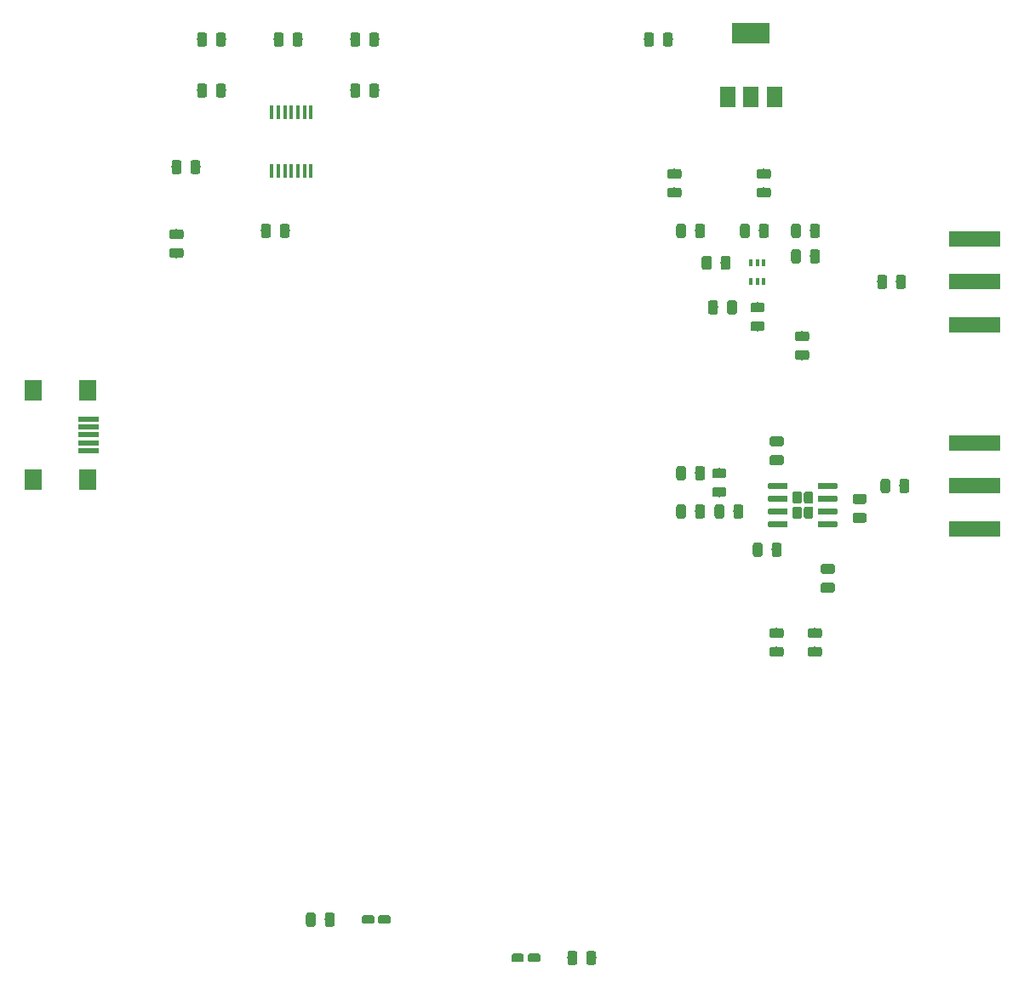
<source format=gbr>
G04 #@! TF.GenerationSoftware,KiCad,Pcbnew,5.1.4+dfsg1-1*
G04 #@! TF.CreationDate,2020-04-17T13:22:44+02:00*
G04 #@! TF.ProjectId,Transceiver,5472616e-7363-4656-9976-65722e6b6963,rev?*
G04 #@! TF.SameCoordinates,Original*
G04 #@! TF.FileFunction,Paste,Top*
G04 #@! TF.FilePolarity,Positive*
%FSLAX46Y46*%
G04 Gerber Fmt 4.6, Leading zero omitted, Abs format (unit mm)*
G04 Created by KiCad (PCBNEW 5.1.4+dfsg1-1) date 2020-04-17 13:22:44*
%MOMM*%
%LPD*%
G04 APERTURE LIST*
%ADD10C,0.100000*%
%ADD11C,0.600000*%
%ADD12C,0.920000*%
%ADD13C,0.975000*%
%ADD14C,0.850000*%
%ADD15R,5.080000X1.500000*%
%ADD16R,1.500000X2.000000*%
%ADD17R,3.800000X2.000000*%
%ADD18R,0.400000X0.650000*%
%ADD19R,1.700000X2.000000*%
%ADD20R,2.000000X0.500000*%
%ADD21R,0.450000X1.450000*%
G04 APERTURE END LIST*
D10*
G36*
X126699703Y-108920722D02*
G01*
X126714264Y-108922882D01*
X126728543Y-108926459D01*
X126742403Y-108931418D01*
X126755710Y-108937712D01*
X126768336Y-108945280D01*
X126780159Y-108954048D01*
X126791066Y-108963934D01*
X126800952Y-108974841D01*
X126809720Y-108986664D01*
X126817288Y-108999290D01*
X126823582Y-109012597D01*
X126828541Y-109026457D01*
X126832118Y-109040736D01*
X126834278Y-109055297D01*
X126835000Y-109070000D01*
X126835000Y-109370000D01*
X126834278Y-109384703D01*
X126832118Y-109399264D01*
X126828541Y-109413543D01*
X126823582Y-109427403D01*
X126817288Y-109440710D01*
X126809720Y-109453336D01*
X126800952Y-109465159D01*
X126791066Y-109476066D01*
X126780159Y-109485952D01*
X126768336Y-109494720D01*
X126755710Y-109502288D01*
X126742403Y-109508582D01*
X126728543Y-109513541D01*
X126714264Y-109517118D01*
X126699703Y-109519278D01*
X126685000Y-109520000D01*
X125035000Y-109520000D01*
X125020297Y-109519278D01*
X125005736Y-109517118D01*
X124991457Y-109513541D01*
X124977597Y-109508582D01*
X124964290Y-109502288D01*
X124951664Y-109494720D01*
X124939841Y-109485952D01*
X124928934Y-109476066D01*
X124919048Y-109465159D01*
X124910280Y-109453336D01*
X124902712Y-109440710D01*
X124896418Y-109427403D01*
X124891459Y-109413543D01*
X124887882Y-109399264D01*
X124885722Y-109384703D01*
X124885000Y-109370000D01*
X124885000Y-109070000D01*
X124885722Y-109055297D01*
X124887882Y-109040736D01*
X124891459Y-109026457D01*
X124896418Y-109012597D01*
X124902712Y-108999290D01*
X124910280Y-108986664D01*
X124919048Y-108974841D01*
X124928934Y-108963934D01*
X124939841Y-108954048D01*
X124951664Y-108945280D01*
X124964290Y-108937712D01*
X124977597Y-108931418D01*
X124991457Y-108926459D01*
X125005736Y-108922882D01*
X125020297Y-108920722D01*
X125035000Y-108920000D01*
X126685000Y-108920000D01*
X126699703Y-108920722D01*
X126699703Y-108920722D01*
G37*
D11*
X125860000Y-109220000D03*
D10*
G36*
X126699703Y-107650722D02*
G01*
X126714264Y-107652882D01*
X126728543Y-107656459D01*
X126742403Y-107661418D01*
X126755710Y-107667712D01*
X126768336Y-107675280D01*
X126780159Y-107684048D01*
X126791066Y-107693934D01*
X126800952Y-107704841D01*
X126809720Y-107716664D01*
X126817288Y-107729290D01*
X126823582Y-107742597D01*
X126828541Y-107756457D01*
X126832118Y-107770736D01*
X126834278Y-107785297D01*
X126835000Y-107800000D01*
X126835000Y-108100000D01*
X126834278Y-108114703D01*
X126832118Y-108129264D01*
X126828541Y-108143543D01*
X126823582Y-108157403D01*
X126817288Y-108170710D01*
X126809720Y-108183336D01*
X126800952Y-108195159D01*
X126791066Y-108206066D01*
X126780159Y-108215952D01*
X126768336Y-108224720D01*
X126755710Y-108232288D01*
X126742403Y-108238582D01*
X126728543Y-108243541D01*
X126714264Y-108247118D01*
X126699703Y-108249278D01*
X126685000Y-108250000D01*
X125035000Y-108250000D01*
X125020297Y-108249278D01*
X125005736Y-108247118D01*
X124991457Y-108243541D01*
X124977597Y-108238582D01*
X124964290Y-108232288D01*
X124951664Y-108224720D01*
X124939841Y-108215952D01*
X124928934Y-108206066D01*
X124919048Y-108195159D01*
X124910280Y-108183336D01*
X124902712Y-108170710D01*
X124896418Y-108157403D01*
X124891459Y-108143543D01*
X124887882Y-108129264D01*
X124885722Y-108114703D01*
X124885000Y-108100000D01*
X124885000Y-107800000D01*
X124885722Y-107785297D01*
X124887882Y-107770736D01*
X124891459Y-107756457D01*
X124896418Y-107742597D01*
X124902712Y-107729290D01*
X124910280Y-107716664D01*
X124919048Y-107704841D01*
X124928934Y-107693934D01*
X124939841Y-107684048D01*
X124951664Y-107675280D01*
X124964290Y-107667712D01*
X124977597Y-107661418D01*
X124991457Y-107656459D01*
X125005736Y-107652882D01*
X125020297Y-107650722D01*
X125035000Y-107650000D01*
X126685000Y-107650000D01*
X126699703Y-107650722D01*
X126699703Y-107650722D01*
G37*
D11*
X125860000Y-107950000D03*
D10*
G36*
X126699703Y-106380722D02*
G01*
X126714264Y-106382882D01*
X126728543Y-106386459D01*
X126742403Y-106391418D01*
X126755710Y-106397712D01*
X126768336Y-106405280D01*
X126780159Y-106414048D01*
X126791066Y-106423934D01*
X126800952Y-106434841D01*
X126809720Y-106446664D01*
X126817288Y-106459290D01*
X126823582Y-106472597D01*
X126828541Y-106486457D01*
X126832118Y-106500736D01*
X126834278Y-106515297D01*
X126835000Y-106530000D01*
X126835000Y-106830000D01*
X126834278Y-106844703D01*
X126832118Y-106859264D01*
X126828541Y-106873543D01*
X126823582Y-106887403D01*
X126817288Y-106900710D01*
X126809720Y-106913336D01*
X126800952Y-106925159D01*
X126791066Y-106936066D01*
X126780159Y-106945952D01*
X126768336Y-106954720D01*
X126755710Y-106962288D01*
X126742403Y-106968582D01*
X126728543Y-106973541D01*
X126714264Y-106977118D01*
X126699703Y-106979278D01*
X126685000Y-106980000D01*
X125035000Y-106980000D01*
X125020297Y-106979278D01*
X125005736Y-106977118D01*
X124991457Y-106973541D01*
X124977597Y-106968582D01*
X124964290Y-106962288D01*
X124951664Y-106954720D01*
X124939841Y-106945952D01*
X124928934Y-106936066D01*
X124919048Y-106925159D01*
X124910280Y-106913336D01*
X124902712Y-106900710D01*
X124896418Y-106887403D01*
X124891459Y-106873543D01*
X124887882Y-106859264D01*
X124885722Y-106844703D01*
X124885000Y-106830000D01*
X124885000Y-106530000D01*
X124885722Y-106515297D01*
X124887882Y-106500736D01*
X124891459Y-106486457D01*
X124896418Y-106472597D01*
X124902712Y-106459290D01*
X124910280Y-106446664D01*
X124919048Y-106434841D01*
X124928934Y-106423934D01*
X124939841Y-106414048D01*
X124951664Y-106405280D01*
X124964290Y-106397712D01*
X124977597Y-106391418D01*
X124991457Y-106386459D01*
X125005736Y-106382882D01*
X125020297Y-106380722D01*
X125035000Y-106380000D01*
X126685000Y-106380000D01*
X126699703Y-106380722D01*
X126699703Y-106380722D01*
G37*
D11*
X125860000Y-106680000D03*
D10*
G36*
X126699703Y-105110722D02*
G01*
X126714264Y-105112882D01*
X126728543Y-105116459D01*
X126742403Y-105121418D01*
X126755710Y-105127712D01*
X126768336Y-105135280D01*
X126780159Y-105144048D01*
X126791066Y-105153934D01*
X126800952Y-105164841D01*
X126809720Y-105176664D01*
X126817288Y-105189290D01*
X126823582Y-105202597D01*
X126828541Y-105216457D01*
X126832118Y-105230736D01*
X126834278Y-105245297D01*
X126835000Y-105260000D01*
X126835000Y-105560000D01*
X126834278Y-105574703D01*
X126832118Y-105589264D01*
X126828541Y-105603543D01*
X126823582Y-105617403D01*
X126817288Y-105630710D01*
X126809720Y-105643336D01*
X126800952Y-105655159D01*
X126791066Y-105666066D01*
X126780159Y-105675952D01*
X126768336Y-105684720D01*
X126755710Y-105692288D01*
X126742403Y-105698582D01*
X126728543Y-105703541D01*
X126714264Y-105707118D01*
X126699703Y-105709278D01*
X126685000Y-105710000D01*
X125035000Y-105710000D01*
X125020297Y-105709278D01*
X125005736Y-105707118D01*
X124991457Y-105703541D01*
X124977597Y-105698582D01*
X124964290Y-105692288D01*
X124951664Y-105684720D01*
X124939841Y-105675952D01*
X124928934Y-105666066D01*
X124919048Y-105655159D01*
X124910280Y-105643336D01*
X124902712Y-105630710D01*
X124896418Y-105617403D01*
X124891459Y-105603543D01*
X124887882Y-105589264D01*
X124885722Y-105574703D01*
X124885000Y-105560000D01*
X124885000Y-105260000D01*
X124885722Y-105245297D01*
X124887882Y-105230736D01*
X124891459Y-105216457D01*
X124896418Y-105202597D01*
X124902712Y-105189290D01*
X124910280Y-105176664D01*
X124919048Y-105164841D01*
X124928934Y-105153934D01*
X124939841Y-105144048D01*
X124951664Y-105135280D01*
X124964290Y-105127712D01*
X124977597Y-105121418D01*
X124991457Y-105116459D01*
X125005736Y-105112882D01*
X125020297Y-105110722D01*
X125035000Y-105110000D01*
X126685000Y-105110000D01*
X126699703Y-105110722D01*
X126699703Y-105110722D01*
G37*
D11*
X125860000Y-105410000D03*
D10*
G36*
X131649703Y-105110722D02*
G01*
X131664264Y-105112882D01*
X131678543Y-105116459D01*
X131692403Y-105121418D01*
X131705710Y-105127712D01*
X131718336Y-105135280D01*
X131730159Y-105144048D01*
X131741066Y-105153934D01*
X131750952Y-105164841D01*
X131759720Y-105176664D01*
X131767288Y-105189290D01*
X131773582Y-105202597D01*
X131778541Y-105216457D01*
X131782118Y-105230736D01*
X131784278Y-105245297D01*
X131785000Y-105260000D01*
X131785000Y-105560000D01*
X131784278Y-105574703D01*
X131782118Y-105589264D01*
X131778541Y-105603543D01*
X131773582Y-105617403D01*
X131767288Y-105630710D01*
X131759720Y-105643336D01*
X131750952Y-105655159D01*
X131741066Y-105666066D01*
X131730159Y-105675952D01*
X131718336Y-105684720D01*
X131705710Y-105692288D01*
X131692403Y-105698582D01*
X131678543Y-105703541D01*
X131664264Y-105707118D01*
X131649703Y-105709278D01*
X131635000Y-105710000D01*
X129985000Y-105710000D01*
X129970297Y-105709278D01*
X129955736Y-105707118D01*
X129941457Y-105703541D01*
X129927597Y-105698582D01*
X129914290Y-105692288D01*
X129901664Y-105684720D01*
X129889841Y-105675952D01*
X129878934Y-105666066D01*
X129869048Y-105655159D01*
X129860280Y-105643336D01*
X129852712Y-105630710D01*
X129846418Y-105617403D01*
X129841459Y-105603543D01*
X129837882Y-105589264D01*
X129835722Y-105574703D01*
X129835000Y-105560000D01*
X129835000Y-105260000D01*
X129835722Y-105245297D01*
X129837882Y-105230736D01*
X129841459Y-105216457D01*
X129846418Y-105202597D01*
X129852712Y-105189290D01*
X129860280Y-105176664D01*
X129869048Y-105164841D01*
X129878934Y-105153934D01*
X129889841Y-105144048D01*
X129901664Y-105135280D01*
X129914290Y-105127712D01*
X129927597Y-105121418D01*
X129941457Y-105116459D01*
X129955736Y-105112882D01*
X129970297Y-105110722D01*
X129985000Y-105110000D01*
X131635000Y-105110000D01*
X131649703Y-105110722D01*
X131649703Y-105110722D01*
G37*
D11*
X130810000Y-105410000D03*
D10*
G36*
X131649703Y-106380722D02*
G01*
X131664264Y-106382882D01*
X131678543Y-106386459D01*
X131692403Y-106391418D01*
X131705710Y-106397712D01*
X131718336Y-106405280D01*
X131730159Y-106414048D01*
X131741066Y-106423934D01*
X131750952Y-106434841D01*
X131759720Y-106446664D01*
X131767288Y-106459290D01*
X131773582Y-106472597D01*
X131778541Y-106486457D01*
X131782118Y-106500736D01*
X131784278Y-106515297D01*
X131785000Y-106530000D01*
X131785000Y-106830000D01*
X131784278Y-106844703D01*
X131782118Y-106859264D01*
X131778541Y-106873543D01*
X131773582Y-106887403D01*
X131767288Y-106900710D01*
X131759720Y-106913336D01*
X131750952Y-106925159D01*
X131741066Y-106936066D01*
X131730159Y-106945952D01*
X131718336Y-106954720D01*
X131705710Y-106962288D01*
X131692403Y-106968582D01*
X131678543Y-106973541D01*
X131664264Y-106977118D01*
X131649703Y-106979278D01*
X131635000Y-106980000D01*
X129985000Y-106980000D01*
X129970297Y-106979278D01*
X129955736Y-106977118D01*
X129941457Y-106973541D01*
X129927597Y-106968582D01*
X129914290Y-106962288D01*
X129901664Y-106954720D01*
X129889841Y-106945952D01*
X129878934Y-106936066D01*
X129869048Y-106925159D01*
X129860280Y-106913336D01*
X129852712Y-106900710D01*
X129846418Y-106887403D01*
X129841459Y-106873543D01*
X129837882Y-106859264D01*
X129835722Y-106844703D01*
X129835000Y-106830000D01*
X129835000Y-106530000D01*
X129835722Y-106515297D01*
X129837882Y-106500736D01*
X129841459Y-106486457D01*
X129846418Y-106472597D01*
X129852712Y-106459290D01*
X129860280Y-106446664D01*
X129869048Y-106434841D01*
X129878934Y-106423934D01*
X129889841Y-106414048D01*
X129901664Y-106405280D01*
X129914290Y-106397712D01*
X129927597Y-106391418D01*
X129941457Y-106386459D01*
X129955736Y-106382882D01*
X129970297Y-106380722D01*
X129985000Y-106380000D01*
X131635000Y-106380000D01*
X131649703Y-106380722D01*
X131649703Y-106380722D01*
G37*
D11*
X130810000Y-106680000D03*
D10*
G36*
X131649703Y-107650722D02*
G01*
X131664264Y-107652882D01*
X131678543Y-107656459D01*
X131692403Y-107661418D01*
X131705710Y-107667712D01*
X131718336Y-107675280D01*
X131730159Y-107684048D01*
X131741066Y-107693934D01*
X131750952Y-107704841D01*
X131759720Y-107716664D01*
X131767288Y-107729290D01*
X131773582Y-107742597D01*
X131778541Y-107756457D01*
X131782118Y-107770736D01*
X131784278Y-107785297D01*
X131785000Y-107800000D01*
X131785000Y-108100000D01*
X131784278Y-108114703D01*
X131782118Y-108129264D01*
X131778541Y-108143543D01*
X131773582Y-108157403D01*
X131767288Y-108170710D01*
X131759720Y-108183336D01*
X131750952Y-108195159D01*
X131741066Y-108206066D01*
X131730159Y-108215952D01*
X131718336Y-108224720D01*
X131705710Y-108232288D01*
X131692403Y-108238582D01*
X131678543Y-108243541D01*
X131664264Y-108247118D01*
X131649703Y-108249278D01*
X131635000Y-108250000D01*
X129985000Y-108250000D01*
X129970297Y-108249278D01*
X129955736Y-108247118D01*
X129941457Y-108243541D01*
X129927597Y-108238582D01*
X129914290Y-108232288D01*
X129901664Y-108224720D01*
X129889841Y-108215952D01*
X129878934Y-108206066D01*
X129869048Y-108195159D01*
X129860280Y-108183336D01*
X129852712Y-108170710D01*
X129846418Y-108157403D01*
X129841459Y-108143543D01*
X129837882Y-108129264D01*
X129835722Y-108114703D01*
X129835000Y-108100000D01*
X129835000Y-107800000D01*
X129835722Y-107785297D01*
X129837882Y-107770736D01*
X129841459Y-107756457D01*
X129846418Y-107742597D01*
X129852712Y-107729290D01*
X129860280Y-107716664D01*
X129869048Y-107704841D01*
X129878934Y-107693934D01*
X129889841Y-107684048D01*
X129901664Y-107675280D01*
X129914290Y-107667712D01*
X129927597Y-107661418D01*
X129941457Y-107656459D01*
X129955736Y-107652882D01*
X129970297Y-107650722D01*
X129985000Y-107650000D01*
X131635000Y-107650000D01*
X131649703Y-107650722D01*
X131649703Y-107650722D01*
G37*
D11*
X130810000Y-107950000D03*
D10*
G36*
X131649703Y-108920722D02*
G01*
X131664264Y-108922882D01*
X131678543Y-108926459D01*
X131692403Y-108931418D01*
X131705710Y-108937712D01*
X131718336Y-108945280D01*
X131730159Y-108954048D01*
X131741066Y-108963934D01*
X131750952Y-108974841D01*
X131759720Y-108986664D01*
X131767288Y-108999290D01*
X131773582Y-109012597D01*
X131778541Y-109026457D01*
X131782118Y-109040736D01*
X131784278Y-109055297D01*
X131785000Y-109070000D01*
X131785000Y-109370000D01*
X131784278Y-109384703D01*
X131782118Y-109399264D01*
X131778541Y-109413543D01*
X131773582Y-109427403D01*
X131767288Y-109440710D01*
X131759720Y-109453336D01*
X131750952Y-109465159D01*
X131741066Y-109476066D01*
X131730159Y-109485952D01*
X131718336Y-109494720D01*
X131705710Y-109502288D01*
X131692403Y-109508582D01*
X131678543Y-109513541D01*
X131664264Y-109517118D01*
X131649703Y-109519278D01*
X131635000Y-109520000D01*
X129985000Y-109520000D01*
X129970297Y-109519278D01*
X129955736Y-109517118D01*
X129941457Y-109513541D01*
X129927597Y-109508582D01*
X129914290Y-109502288D01*
X129901664Y-109494720D01*
X129889841Y-109485952D01*
X129878934Y-109476066D01*
X129869048Y-109465159D01*
X129860280Y-109453336D01*
X129852712Y-109440710D01*
X129846418Y-109427403D01*
X129841459Y-109413543D01*
X129837882Y-109399264D01*
X129835722Y-109384703D01*
X129835000Y-109370000D01*
X129835000Y-109070000D01*
X129835722Y-109055297D01*
X129837882Y-109040736D01*
X129841459Y-109026457D01*
X129846418Y-109012597D01*
X129852712Y-108999290D01*
X129860280Y-108986664D01*
X129869048Y-108974841D01*
X129878934Y-108963934D01*
X129889841Y-108954048D01*
X129901664Y-108945280D01*
X129914290Y-108937712D01*
X129927597Y-108931418D01*
X129941457Y-108926459D01*
X129955736Y-108922882D01*
X129970297Y-108920722D01*
X129985000Y-108920000D01*
X131635000Y-108920000D01*
X131649703Y-108920722D01*
X131649703Y-108920722D01*
G37*
D11*
X130810000Y-109220000D03*
D10*
G36*
X128017544Y-105961108D02*
G01*
X128039871Y-105964419D01*
X128061765Y-105969904D01*
X128083017Y-105977508D01*
X128103421Y-105987158D01*
X128122781Y-105998762D01*
X128140910Y-106012208D01*
X128157635Y-106027365D01*
X128172792Y-106044090D01*
X128186238Y-106062219D01*
X128197842Y-106081579D01*
X128207492Y-106101983D01*
X128215096Y-106123235D01*
X128220581Y-106145129D01*
X128223892Y-106167456D01*
X128225000Y-106190000D01*
X128225000Y-106940000D01*
X128223892Y-106962544D01*
X128220581Y-106984871D01*
X128215096Y-107006765D01*
X128207492Y-107028017D01*
X128197842Y-107048421D01*
X128186238Y-107067781D01*
X128172792Y-107085910D01*
X128157635Y-107102635D01*
X128140910Y-107117792D01*
X128122781Y-107131238D01*
X128103421Y-107142842D01*
X128083017Y-107152492D01*
X128061765Y-107160096D01*
X128039871Y-107165581D01*
X128017544Y-107168892D01*
X127995000Y-107170000D01*
X127535000Y-107170000D01*
X127512456Y-107168892D01*
X127490129Y-107165581D01*
X127468235Y-107160096D01*
X127446983Y-107152492D01*
X127426579Y-107142842D01*
X127407219Y-107131238D01*
X127389090Y-107117792D01*
X127372365Y-107102635D01*
X127357208Y-107085910D01*
X127343762Y-107067781D01*
X127332158Y-107048421D01*
X127322508Y-107028017D01*
X127314904Y-107006765D01*
X127309419Y-106984871D01*
X127306108Y-106962544D01*
X127305000Y-106940000D01*
X127305000Y-106190000D01*
X127306108Y-106167456D01*
X127309419Y-106145129D01*
X127314904Y-106123235D01*
X127322508Y-106101983D01*
X127332158Y-106081579D01*
X127343762Y-106062219D01*
X127357208Y-106044090D01*
X127372365Y-106027365D01*
X127389090Y-106012208D01*
X127407219Y-105998762D01*
X127426579Y-105987158D01*
X127446983Y-105977508D01*
X127468235Y-105969904D01*
X127490129Y-105964419D01*
X127512456Y-105961108D01*
X127535000Y-105960000D01*
X127995000Y-105960000D01*
X128017544Y-105961108D01*
X128017544Y-105961108D01*
G37*
D12*
X127765000Y-106565000D03*
D10*
G36*
X128017544Y-107461108D02*
G01*
X128039871Y-107464419D01*
X128061765Y-107469904D01*
X128083017Y-107477508D01*
X128103421Y-107487158D01*
X128122781Y-107498762D01*
X128140910Y-107512208D01*
X128157635Y-107527365D01*
X128172792Y-107544090D01*
X128186238Y-107562219D01*
X128197842Y-107581579D01*
X128207492Y-107601983D01*
X128215096Y-107623235D01*
X128220581Y-107645129D01*
X128223892Y-107667456D01*
X128225000Y-107690000D01*
X128225000Y-108440000D01*
X128223892Y-108462544D01*
X128220581Y-108484871D01*
X128215096Y-108506765D01*
X128207492Y-108528017D01*
X128197842Y-108548421D01*
X128186238Y-108567781D01*
X128172792Y-108585910D01*
X128157635Y-108602635D01*
X128140910Y-108617792D01*
X128122781Y-108631238D01*
X128103421Y-108642842D01*
X128083017Y-108652492D01*
X128061765Y-108660096D01*
X128039871Y-108665581D01*
X128017544Y-108668892D01*
X127995000Y-108670000D01*
X127535000Y-108670000D01*
X127512456Y-108668892D01*
X127490129Y-108665581D01*
X127468235Y-108660096D01*
X127446983Y-108652492D01*
X127426579Y-108642842D01*
X127407219Y-108631238D01*
X127389090Y-108617792D01*
X127372365Y-108602635D01*
X127357208Y-108585910D01*
X127343762Y-108567781D01*
X127332158Y-108548421D01*
X127322508Y-108528017D01*
X127314904Y-108506765D01*
X127309419Y-108484871D01*
X127306108Y-108462544D01*
X127305000Y-108440000D01*
X127305000Y-107690000D01*
X127306108Y-107667456D01*
X127309419Y-107645129D01*
X127314904Y-107623235D01*
X127322508Y-107601983D01*
X127332158Y-107581579D01*
X127343762Y-107562219D01*
X127357208Y-107544090D01*
X127372365Y-107527365D01*
X127389090Y-107512208D01*
X127407219Y-107498762D01*
X127426579Y-107487158D01*
X127446983Y-107477508D01*
X127468235Y-107469904D01*
X127490129Y-107464419D01*
X127512456Y-107461108D01*
X127535000Y-107460000D01*
X127995000Y-107460000D01*
X128017544Y-107461108D01*
X128017544Y-107461108D01*
G37*
D12*
X127765000Y-108065000D03*
D10*
G36*
X129157544Y-105961108D02*
G01*
X129179871Y-105964419D01*
X129201765Y-105969904D01*
X129223017Y-105977508D01*
X129243421Y-105987158D01*
X129262781Y-105998762D01*
X129280910Y-106012208D01*
X129297635Y-106027365D01*
X129312792Y-106044090D01*
X129326238Y-106062219D01*
X129337842Y-106081579D01*
X129347492Y-106101983D01*
X129355096Y-106123235D01*
X129360581Y-106145129D01*
X129363892Y-106167456D01*
X129365000Y-106190000D01*
X129365000Y-106940000D01*
X129363892Y-106962544D01*
X129360581Y-106984871D01*
X129355096Y-107006765D01*
X129347492Y-107028017D01*
X129337842Y-107048421D01*
X129326238Y-107067781D01*
X129312792Y-107085910D01*
X129297635Y-107102635D01*
X129280910Y-107117792D01*
X129262781Y-107131238D01*
X129243421Y-107142842D01*
X129223017Y-107152492D01*
X129201765Y-107160096D01*
X129179871Y-107165581D01*
X129157544Y-107168892D01*
X129135000Y-107170000D01*
X128675000Y-107170000D01*
X128652456Y-107168892D01*
X128630129Y-107165581D01*
X128608235Y-107160096D01*
X128586983Y-107152492D01*
X128566579Y-107142842D01*
X128547219Y-107131238D01*
X128529090Y-107117792D01*
X128512365Y-107102635D01*
X128497208Y-107085910D01*
X128483762Y-107067781D01*
X128472158Y-107048421D01*
X128462508Y-107028017D01*
X128454904Y-107006765D01*
X128449419Y-106984871D01*
X128446108Y-106962544D01*
X128445000Y-106940000D01*
X128445000Y-106190000D01*
X128446108Y-106167456D01*
X128449419Y-106145129D01*
X128454904Y-106123235D01*
X128462508Y-106101983D01*
X128472158Y-106081579D01*
X128483762Y-106062219D01*
X128497208Y-106044090D01*
X128512365Y-106027365D01*
X128529090Y-106012208D01*
X128547219Y-105998762D01*
X128566579Y-105987158D01*
X128586983Y-105977508D01*
X128608235Y-105969904D01*
X128630129Y-105964419D01*
X128652456Y-105961108D01*
X128675000Y-105960000D01*
X129135000Y-105960000D01*
X129157544Y-105961108D01*
X129157544Y-105961108D01*
G37*
D12*
X128905000Y-106565000D03*
D10*
G36*
X129157544Y-107461108D02*
G01*
X129179871Y-107464419D01*
X129201765Y-107469904D01*
X129223017Y-107477508D01*
X129243421Y-107487158D01*
X129262781Y-107498762D01*
X129280910Y-107512208D01*
X129297635Y-107527365D01*
X129312792Y-107544090D01*
X129326238Y-107562219D01*
X129337842Y-107581579D01*
X129347492Y-107601983D01*
X129355096Y-107623235D01*
X129360581Y-107645129D01*
X129363892Y-107667456D01*
X129365000Y-107690000D01*
X129365000Y-108440000D01*
X129363892Y-108462544D01*
X129360581Y-108484871D01*
X129355096Y-108506765D01*
X129347492Y-108528017D01*
X129337842Y-108548421D01*
X129326238Y-108567781D01*
X129312792Y-108585910D01*
X129297635Y-108602635D01*
X129280910Y-108617792D01*
X129262781Y-108631238D01*
X129243421Y-108642842D01*
X129223017Y-108652492D01*
X129201765Y-108660096D01*
X129179871Y-108665581D01*
X129157544Y-108668892D01*
X129135000Y-108670000D01*
X128675000Y-108670000D01*
X128652456Y-108668892D01*
X128630129Y-108665581D01*
X128608235Y-108660096D01*
X128586983Y-108652492D01*
X128566579Y-108642842D01*
X128547219Y-108631238D01*
X128529090Y-108617792D01*
X128512365Y-108602635D01*
X128497208Y-108585910D01*
X128483762Y-108567781D01*
X128472158Y-108548421D01*
X128462508Y-108528017D01*
X128454904Y-108506765D01*
X128449419Y-108484871D01*
X128446108Y-108462544D01*
X128445000Y-108440000D01*
X128445000Y-107690000D01*
X128446108Y-107667456D01*
X128449419Y-107645129D01*
X128454904Y-107623235D01*
X128462508Y-107601983D01*
X128472158Y-107581579D01*
X128483762Y-107562219D01*
X128497208Y-107544090D01*
X128512365Y-107527365D01*
X128529090Y-107512208D01*
X128547219Y-107498762D01*
X128566579Y-107487158D01*
X128586983Y-107477508D01*
X128608235Y-107469904D01*
X128630129Y-107464419D01*
X128652456Y-107461108D01*
X128675000Y-107460000D01*
X129135000Y-107460000D01*
X129157544Y-107461108D01*
X129157544Y-107461108D01*
G37*
D12*
X128905000Y-108065000D03*
D10*
G36*
X130020142Y-119558674D02*
G01*
X130043803Y-119562184D01*
X130067007Y-119567996D01*
X130089529Y-119576054D01*
X130111153Y-119586282D01*
X130131670Y-119598579D01*
X130150883Y-119612829D01*
X130168607Y-119628893D01*
X130184671Y-119646617D01*
X130198921Y-119665830D01*
X130211218Y-119686347D01*
X130221446Y-119707971D01*
X130229504Y-119730493D01*
X130235316Y-119753697D01*
X130238826Y-119777358D01*
X130240000Y-119801250D01*
X130240000Y-120288750D01*
X130238826Y-120312642D01*
X130235316Y-120336303D01*
X130229504Y-120359507D01*
X130221446Y-120382029D01*
X130211218Y-120403653D01*
X130198921Y-120424170D01*
X130184671Y-120443383D01*
X130168607Y-120461107D01*
X130150883Y-120477171D01*
X130131670Y-120491421D01*
X130111153Y-120503718D01*
X130089529Y-120513946D01*
X130067007Y-120522004D01*
X130043803Y-120527816D01*
X130020142Y-120531326D01*
X129996250Y-120532500D01*
X129083750Y-120532500D01*
X129059858Y-120531326D01*
X129036197Y-120527816D01*
X129012993Y-120522004D01*
X128990471Y-120513946D01*
X128968847Y-120503718D01*
X128948330Y-120491421D01*
X128929117Y-120477171D01*
X128911393Y-120461107D01*
X128895329Y-120443383D01*
X128881079Y-120424170D01*
X128868782Y-120403653D01*
X128858554Y-120382029D01*
X128850496Y-120359507D01*
X128844684Y-120336303D01*
X128841174Y-120312642D01*
X128840000Y-120288750D01*
X128840000Y-119801250D01*
X128841174Y-119777358D01*
X128844684Y-119753697D01*
X128850496Y-119730493D01*
X128858554Y-119707971D01*
X128868782Y-119686347D01*
X128881079Y-119665830D01*
X128895329Y-119646617D01*
X128911393Y-119628893D01*
X128929117Y-119612829D01*
X128948330Y-119598579D01*
X128968847Y-119586282D01*
X128990471Y-119576054D01*
X129012993Y-119567996D01*
X129036197Y-119562184D01*
X129059858Y-119558674D01*
X129083750Y-119557500D01*
X129996250Y-119557500D01*
X130020142Y-119558674D01*
X130020142Y-119558674D01*
G37*
D13*
X129540000Y-120045000D03*
D10*
G36*
X130020142Y-121433674D02*
G01*
X130043803Y-121437184D01*
X130067007Y-121442996D01*
X130089529Y-121451054D01*
X130111153Y-121461282D01*
X130131670Y-121473579D01*
X130150883Y-121487829D01*
X130168607Y-121503893D01*
X130184671Y-121521617D01*
X130198921Y-121540830D01*
X130211218Y-121561347D01*
X130221446Y-121582971D01*
X130229504Y-121605493D01*
X130235316Y-121628697D01*
X130238826Y-121652358D01*
X130240000Y-121676250D01*
X130240000Y-122163750D01*
X130238826Y-122187642D01*
X130235316Y-122211303D01*
X130229504Y-122234507D01*
X130221446Y-122257029D01*
X130211218Y-122278653D01*
X130198921Y-122299170D01*
X130184671Y-122318383D01*
X130168607Y-122336107D01*
X130150883Y-122352171D01*
X130131670Y-122366421D01*
X130111153Y-122378718D01*
X130089529Y-122388946D01*
X130067007Y-122397004D01*
X130043803Y-122402816D01*
X130020142Y-122406326D01*
X129996250Y-122407500D01*
X129083750Y-122407500D01*
X129059858Y-122406326D01*
X129036197Y-122402816D01*
X129012993Y-122397004D01*
X128990471Y-122388946D01*
X128968847Y-122378718D01*
X128948330Y-122366421D01*
X128929117Y-122352171D01*
X128911393Y-122336107D01*
X128895329Y-122318383D01*
X128881079Y-122299170D01*
X128868782Y-122278653D01*
X128858554Y-122257029D01*
X128850496Y-122234507D01*
X128844684Y-122211303D01*
X128841174Y-122187642D01*
X128840000Y-122163750D01*
X128840000Y-121676250D01*
X128841174Y-121652358D01*
X128844684Y-121628697D01*
X128850496Y-121605493D01*
X128858554Y-121582971D01*
X128868782Y-121561347D01*
X128881079Y-121540830D01*
X128895329Y-121521617D01*
X128911393Y-121503893D01*
X128929117Y-121487829D01*
X128948330Y-121473579D01*
X128968847Y-121461282D01*
X128990471Y-121451054D01*
X129012993Y-121442996D01*
X129036197Y-121437184D01*
X129059858Y-121433674D01*
X129083750Y-121432500D01*
X129996250Y-121432500D01*
X130020142Y-121433674D01*
X130020142Y-121433674D01*
G37*
D13*
X129540000Y-121920000D03*
D10*
G36*
X126210142Y-119558674D02*
G01*
X126233803Y-119562184D01*
X126257007Y-119567996D01*
X126279529Y-119576054D01*
X126301153Y-119586282D01*
X126321670Y-119598579D01*
X126340883Y-119612829D01*
X126358607Y-119628893D01*
X126374671Y-119646617D01*
X126388921Y-119665830D01*
X126401218Y-119686347D01*
X126411446Y-119707971D01*
X126419504Y-119730493D01*
X126425316Y-119753697D01*
X126428826Y-119777358D01*
X126430000Y-119801250D01*
X126430000Y-120288750D01*
X126428826Y-120312642D01*
X126425316Y-120336303D01*
X126419504Y-120359507D01*
X126411446Y-120382029D01*
X126401218Y-120403653D01*
X126388921Y-120424170D01*
X126374671Y-120443383D01*
X126358607Y-120461107D01*
X126340883Y-120477171D01*
X126321670Y-120491421D01*
X126301153Y-120503718D01*
X126279529Y-120513946D01*
X126257007Y-120522004D01*
X126233803Y-120527816D01*
X126210142Y-120531326D01*
X126186250Y-120532500D01*
X125273750Y-120532500D01*
X125249858Y-120531326D01*
X125226197Y-120527816D01*
X125202993Y-120522004D01*
X125180471Y-120513946D01*
X125158847Y-120503718D01*
X125138330Y-120491421D01*
X125119117Y-120477171D01*
X125101393Y-120461107D01*
X125085329Y-120443383D01*
X125071079Y-120424170D01*
X125058782Y-120403653D01*
X125048554Y-120382029D01*
X125040496Y-120359507D01*
X125034684Y-120336303D01*
X125031174Y-120312642D01*
X125030000Y-120288750D01*
X125030000Y-119801250D01*
X125031174Y-119777358D01*
X125034684Y-119753697D01*
X125040496Y-119730493D01*
X125048554Y-119707971D01*
X125058782Y-119686347D01*
X125071079Y-119665830D01*
X125085329Y-119646617D01*
X125101393Y-119628893D01*
X125119117Y-119612829D01*
X125138330Y-119598579D01*
X125158847Y-119586282D01*
X125180471Y-119576054D01*
X125202993Y-119567996D01*
X125226197Y-119562184D01*
X125249858Y-119558674D01*
X125273750Y-119557500D01*
X126186250Y-119557500D01*
X126210142Y-119558674D01*
X126210142Y-119558674D01*
G37*
D13*
X125730000Y-120045000D03*
D10*
G36*
X126210142Y-121433674D02*
G01*
X126233803Y-121437184D01*
X126257007Y-121442996D01*
X126279529Y-121451054D01*
X126301153Y-121461282D01*
X126321670Y-121473579D01*
X126340883Y-121487829D01*
X126358607Y-121503893D01*
X126374671Y-121521617D01*
X126388921Y-121540830D01*
X126401218Y-121561347D01*
X126411446Y-121582971D01*
X126419504Y-121605493D01*
X126425316Y-121628697D01*
X126428826Y-121652358D01*
X126430000Y-121676250D01*
X126430000Y-122163750D01*
X126428826Y-122187642D01*
X126425316Y-122211303D01*
X126419504Y-122234507D01*
X126411446Y-122257029D01*
X126401218Y-122278653D01*
X126388921Y-122299170D01*
X126374671Y-122318383D01*
X126358607Y-122336107D01*
X126340883Y-122352171D01*
X126321670Y-122366421D01*
X126301153Y-122378718D01*
X126279529Y-122388946D01*
X126257007Y-122397004D01*
X126233803Y-122402816D01*
X126210142Y-122406326D01*
X126186250Y-122407500D01*
X125273750Y-122407500D01*
X125249858Y-122406326D01*
X125226197Y-122402816D01*
X125202993Y-122397004D01*
X125180471Y-122388946D01*
X125158847Y-122378718D01*
X125138330Y-122366421D01*
X125119117Y-122352171D01*
X125101393Y-122336107D01*
X125085329Y-122318383D01*
X125071079Y-122299170D01*
X125058782Y-122278653D01*
X125048554Y-122257029D01*
X125040496Y-122234507D01*
X125034684Y-122211303D01*
X125031174Y-122187642D01*
X125030000Y-122163750D01*
X125030000Y-121676250D01*
X125031174Y-121652358D01*
X125034684Y-121628697D01*
X125040496Y-121605493D01*
X125048554Y-121582971D01*
X125058782Y-121561347D01*
X125071079Y-121540830D01*
X125085329Y-121521617D01*
X125101393Y-121503893D01*
X125119117Y-121487829D01*
X125138330Y-121473579D01*
X125158847Y-121461282D01*
X125180471Y-121451054D01*
X125202993Y-121442996D01*
X125226197Y-121437184D01*
X125249858Y-121433674D01*
X125273750Y-121432500D01*
X126186250Y-121432500D01*
X126210142Y-121433674D01*
X126210142Y-121433674D01*
G37*
D13*
X125730000Y-121920000D03*
D10*
G36*
X131290142Y-113178674D02*
G01*
X131313803Y-113182184D01*
X131337007Y-113187996D01*
X131359529Y-113196054D01*
X131381153Y-113206282D01*
X131401670Y-113218579D01*
X131420883Y-113232829D01*
X131438607Y-113248893D01*
X131454671Y-113266617D01*
X131468921Y-113285830D01*
X131481218Y-113306347D01*
X131491446Y-113327971D01*
X131499504Y-113350493D01*
X131505316Y-113373697D01*
X131508826Y-113397358D01*
X131510000Y-113421250D01*
X131510000Y-113908750D01*
X131508826Y-113932642D01*
X131505316Y-113956303D01*
X131499504Y-113979507D01*
X131491446Y-114002029D01*
X131481218Y-114023653D01*
X131468921Y-114044170D01*
X131454671Y-114063383D01*
X131438607Y-114081107D01*
X131420883Y-114097171D01*
X131401670Y-114111421D01*
X131381153Y-114123718D01*
X131359529Y-114133946D01*
X131337007Y-114142004D01*
X131313803Y-114147816D01*
X131290142Y-114151326D01*
X131266250Y-114152500D01*
X130353750Y-114152500D01*
X130329858Y-114151326D01*
X130306197Y-114147816D01*
X130282993Y-114142004D01*
X130260471Y-114133946D01*
X130238847Y-114123718D01*
X130218330Y-114111421D01*
X130199117Y-114097171D01*
X130181393Y-114081107D01*
X130165329Y-114063383D01*
X130151079Y-114044170D01*
X130138782Y-114023653D01*
X130128554Y-114002029D01*
X130120496Y-113979507D01*
X130114684Y-113956303D01*
X130111174Y-113932642D01*
X130110000Y-113908750D01*
X130110000Y-113421250D01*
X130111174Y-113397358D01*
X130114684Y-113373697D01*
X130120496Y-113350493D01*
X130128554Y-113327971D01*
X130138782Y-113306347D01*
X130151079Y-113285830D01*
X130165329Y-113266617D01*
X130181393Y-113248893D01*
X130199117Y-113232829D01*
X130218330Y-113218579D01*
X130238847Y-113206282D01*
X130260471Y-113196054D01*
X130282993Y-113187996D01*
X130306197Y-113182184D01*
X130329858Y-113178674D01*
X130353750Y-113177500D01*
X131266250Y-113177500D01*
X131290142Y-113178674D01*
X131290142Y-113178674D01*
G37*
D13*
X130810000Y-113665000D03*
D10*
G36*
X131290142Y-115053674D02*
G01*
X131313803Y-115057184D01*
X131337007Y-115062996D01*
X131359529Y-115071054D01*
X131381153Y-115081282D01*
X131401670Y-115093579D01*
X131420883Y-115107829D01*
X131438607Y-115123893D01*
X131454671Y-115141617D01*
X131468921Y-115160830D01*
X131481218Y-115181347D01*
X131491446Y-115202971D01*
X131499504Y-115225493D01*
X131505316Y-115248697D01*
X131508826Y-115272358D01*
X131510000Y-115296250D01*
X131510000Y-115783750D01*
X131508826Y-115807642D01*
X131505316Y-115831303D01*
X131499504Y-115854507D01*
X131491446Y-115877029D01*
X131481218Y-115898653D01*
X131468921Y-115919170D01*
X131454671Y-115938383D01*
X131438607Y-115956107D01*
X131420883Y-115972171D01*
X131401670Y-115986421D01*
X131381153Y-115998718D01*
X131359529Y-116008946D01*
X131337007Y-116017004D01*
X131313803Y-116022816D01*
X131290142Y-116026326D01*
X131266250Y-116027500D01*
X130353750Y-116027500D01*
X130329858Y-116026326D01*
X130306197Y-116022816D01*
X130282993Y-116017004D01*
X130260471Y-116008946D01*
X130238847Y-115998718D01*
X130218330Y-115986421D01*
X130199117Y-115972171D01*
X130181393Y-115956107D01*
X130165329Y-115938383D01*
X130151079Y-115919170D01*
X130138782Y-115898653D01*
X130128554Y-115877029D01*
X130120496Y-115854507D01*
X130114684Y-115831303D01*
X130111174Y-115807642D01*
X130110000Y-115783750D01*
X130110000Y-115296250D01*
X130111174Y-115272358D01*
X130114684Y-115248697D01*
X130120496Y-115225493D01*
X130128554Y-115202971D01*
X130138782Y-115181347D01*
X130151079Y-115160830D01*
X130165329Y-115141617D01*
X130181393Y-115123893D01*
X130199117Y-115107829D01*
X130218330Y-115093579D01*
X130238847Y-115081282D01*
X130260471Y-115071054D01*
X130282993Y-115062996D01*
X130306197Y-115057184D01*
X130329858Y-115053674D01*
X130353750Y-115052500D01*
X131266250Y-115052500D01*
X131290142Y-115053674D01*
X131290142Y-115053674D01*
G37*
D13*
X130810000Y-115540000D03*
D10*
G36*
X105677642Y-151701174D02*
G01*
X105701303Y-151704684D01*
X105724507Y-151710496D01*
X105747029Y-151718554D01*
X105768653Y-151728782D01*
X105789170Y-151741079D01*
X105808383Y-151755329D01*
X105826107Y-151771393D01*
X105842171Y-151789117D01*
X105856421Y-151808330D01*
X105868718Y-151828847D01*
X105878946Y-151850471D01*
X105887004Y-151872993D01*
X105892816Y-151896197D01*
X105896326Y-151919858D01*
X105897500Y-151943750D01*
X105897500Y-152856250D01*
X105896326Y-152880142D01*
X105892816Y-152903803D01*
X105887004Y-152927007D01*
X105878946Y-152949529D01*
X105868718Y-152971153D01*
X105856421Y-152991670D01*
X105842171Y-153010883D01*
X105826107Y-153028607D01*
X105808383Y-153044671D01*
X105789170Y-153058921D01*
X105768653Y-153071218D01*
X105747029Y-153081446D01*
X105724507Y-153089504D01*
X105701303Y-153095316D01*
X105677642Y-153098826D01*
X105653750Y-153100000D01*
X105166250Y-153100000D01*
X105142358Y-153098826D01*
X105118697Y-153095316D01*
X105095493Y-153089504D01*
X105072971Y-153081446D01*
X105051347Y-153071218D01*
X105030830Y-153058921D01*
X105011617Y-153044671D01*
X104993893Y-153028607D01*
X104977829Y-153010883D01*
X104963579Y-152991670D01*
X104951282Y-152971153D01*
X104941054Y-152949529D01*
X104932996Y-152927007D01*
X104927184Y-152903803D01*
X104923674Y-152880142D01*
X104922500Y-152856250D01*
X104922500Y-151943750D01*
X104923674Y-151919858D01*
X104927184Y-151896197D01*
X104932996Y-151872993D01*
X104941054Y-151850471D01*
X104951282Y-151828847D01*
X104963579Y-151808330D01*
X104977829Y-151789117D01*
X104993893Y-151771393D01*
X105011617Y-151755329D01*
X105030830Y-151741079D01*
X105051347Y-151728782D01*
X105072971Y-151718554D01*
X105095493Y-151710496D01*
X105118697Y-151704684D01*
X105142358Y-151701174D01*
X105166250Y-151700000D01*
X105653750Y-151700000D01*
X105677642Y-151701174D01*
X105677642Y-151701174D01*
G37*
D13*
X105410000Y-152400000D03*
D10*
G36*
X107552642Y-151701174D02*
G01*
X107576303Y-151704684D01*
X107599507Y-151710496D01*
X107622029Y-151718554D01*
X107643653Y-151728782D01*
X107664170Y-151741079D01*
X107683383Y-151755329D01*
X107701107Y-151771393D01*
X107717171Y-151789117D01*
X107731421Y-151808330D01*
X107743718Y-151828847D01*
X107753946Y-151850471D01*
X107762004Y-151872993D01*
X107767816Y-151896197D01*
X107771326Y-151919858D01*
X107772500Y-151943750D01*
X107772500Y-152856250D01*
X107771326Y-152880142D01*
X107767816Y-152903803D01*
X107762004Y-152927007D01*
X107753946Y-152949529D01*
X107743718Y-152971153D01*
X107731421Y-152991670D01*
X107717171Y-153010883D01*
X107701107Y-153028607D01*
X107683383Y-153044671D01*
X107664170Y-153058921D01*
X107643653Y-153071218D01*
X107622029Y-153081446D01*
X107599507Y-153089504D01*
X107576303Y-153095316D01*
X107552642Y-153098826D01*
X107528750Y-153100000D01*
X107041250Y-153100000D01*
X107017358Y-153098826D01*
X106993697Y-153095316D01*
X106970493Y-153089504D01*
X106947971Y-153081446D01*
X106926347Y-153071218D01*
X106905830Y-153058921D01*
X106886617Y-153044671D01*
X106868893Y-153028607D01*
X106852829Y-153010883D01*
X106838579Y-152991670D01*
X106826282Y-152971153D01*
X106816054Y-152949529D01*
X106807996Y-152927007D01*
X106802184Y-152903803D01*
X106798674Y-152880142D01*
X106797500Y-152856250D01*
X106797500Y-151943750D01*
X106798674Y-151919858D01*
X106802184Y-151896197D01*
X106807996Y-151872993D01*
X106816054Y-151850471D01*
X106826282Y-151828847D01*
X106838579Y-151808330D01*
X106852829Y-151789117D01*
X106868893Y-151771393D01*
X106886617Y-151755329D01*
X106905830Y-151741079D01*
X106926347Y-151728782D01*
X106947971Y-151718554D01*
X106970493Y-151710496D01*
X106993697Y-151704684D01*
X107017358Y-151701174D01*
X107041250Y-151700000D01*
X107528750Y-151700000D01*
X107552642Y-151701174D01*
X107552642Y-151701174D01*
G37*
D13*
X107285000Y-152400000D03*
D10*
G36*
X81547642Y-147891174D02*
G01*
X81571303Y-147894684D01*
X81594507Y-147900496D01*
X81617029Y-147908554D01*
X81638653Y-147918782D01*
X81659170Y-147931079D01*
X81678383Y-147945329D01*
X81696107Y-147961393D01*
X81712171Y-147979117D01*
X81726421Y-147998330D01*
X81738718Y-148018847D01*
X81748946Y-148040471D01*
X81757004Y-148062993D01*
X81762816Y-148086197D01*
X81766326Y-148109858D01*
X81767500Y-148133750D01*
X81767500Y-149046250D01*
X81766326Y-149070142D01*
X81762816Y-149093803D01*
X81757004Y-149117007D01*
X81748946Y-149139529D01*
X81738718Y-149161153D01*
X81726421Y-149181670D01*
X81712171Y-149200883D01*
X81696107Y-149218607D01*
X81678383Y-149234671D01*
X81659170Y-149248921D01*
X81638653Y-149261218D01*
X81617029Y-149271446D01*
X81594507Y-149279504D01*
X81571303Y-149285316D01*
X81547642Y-149288826D01*
X81523750Y-149290000D01*
X81036250Y-149290000D01*
X81012358Y-149288826D01*
X80988697Y-149285316D01*
X80965493Y-149279504D01*
X80942971Y-149271446D01*
X80921347Y-149261218D01*
X80900830Y-149248921D01*
X80881617Y-149234671D01*
X80863893Y-149218607D01*
X80847829Y-149200883D01*
X80833579Y-149181670D01*
X80821282Y-149161153D01*
X80811054Y-149139529D01*
X80802996Y-149117007D01*
X80797184Y-149093803D01*
X80793674Y-149070142D01*
X80792500Y-149046250D01*
X80792500Y-148133750D01*
X80793674Y-148109858D01*
X80797184Y-148086197D01*
X80802996Y-148062993D01*
X80811054Y-148040471D01*
X80821282Y-148018847D01*
X80833579Y-147998330D01*
X80847829Y-147979117D01*
X80863893Y-147961393D01*
X80881617Y-147945329D01*
X80900830Y-147931079D01*
X80921347Y-147918782D01*
X80942971Y-147908554D01*
X80965493Y-147900496D01*
X80988697Y-147894684D01*
X81012358Y-147891174D01*
X81036250Y-147890000D01*
X81523750Y-147890000D01*
X81547642Y-147891174D01*
X81547642Y-147891174D01*
G37*
D13*
X81280000Y-148590000D03*
D10*
G36*
X79672642Y-147891174D02*
G01*
X79696303Y-147894684D01*
X79719507Y-147900496D01*
X79742029Y-147908554D01*
X79763653Y-147918782D01*
X79784170Y-147931079D01*
X79803383Y-147945329D01*
X79821107Y-147961393D01*
X79837171Y-147979117D01*
X79851421Y-147998330D01*
X79863718Y-148018847D01*
X79873946Y-148040471D01*
X79882004Y-148062993D01*
X79887816Y-148086197D01*
X79891326Y-148109858D01*
X79892500Y-148133750D01*
X79892500Y-149046250D01*
X79891326Y-149070142D01*
X79887816Y-149093803D01*
X79882004Y-149117007D01*
X79873946Y-149139529D01*
X79863718Y-149161153D01*
X79851421Y-149181670D01*
X79837171Y-149200883D01*
X79821107Y-149218607D01*
X79803383Y-149234671D01*
X79784170Y-149248921D01*
X79763653Y-149261218D01*
X79742029Y-149271446D01*
X79719507Y-149279504D01*
X79696303Y-149285316D01*
X79672642Y-149288826D01*
X79648750Y-149290000D01*
X79161250Y-149290000D01*
X79137358Y-149288826D01*
X79113697Y-149285316D01*
X79090493Y-149279504D01*
X79067971Y-149271446D01*
X79046347Y-149261218D01*
X79025830Y-149248921D01*
X79006617Y-149234671D01*
X78988893Y-149218607D01*
X78972829Y-149200883D01*
X78958579Y-149181670D01*
X78946282Y-149161153D01*
X78936054Y-149139529D01*
X78927996Y-149117007D01*
X78922184Y-149093803D01*
X78918674Y-149070142D01*
X78917500Y-149046250D01*
X78917500Y-148133750D01*
X78918674Y-148109858D01*
X78922184Y-148086197D01*
X78927996Y-148062993D01*
X78936054Y-148040471D01*
X78946282Y-148018847D01*
X78958579Y-147998330D01*
X78972829Y-147979117D01*
X78988893Y-147961393D01*
X79006617Y-147945329D01*
X79025830Y-147931079D01*
X79046347Y-147918782D01*
X79067971Y-147908554D01*
X79090493Y-147900496D01*
X79113697Y-147894684D01*
X79137358Y-147891174D01*
X79161250Y-147890000D01*
X79648750Y-147890000D01*
X79672642Y-147891174D01*
X79672642Y-147891174D01*
G37*
D13*
X79405000Y-148590000D03*
D10*
G36*
X102020829Y-151976023D02*
G01*
X102041457Y-151979083D01*
X102061685Y-151984150D01*
X102081320Y-151991176D01*
X102100172Y-152000092D01*
X102118059Y-152010813D01*
X102134809Y-152023235D01*
X102150260Y-152037240D01*
X102164265Y-152052691D01*
X102176687Y-152069441D01*
X102187408Y-152087328D01*
X102196324Y-152106180D01*
X102203350Y-152125815D01*
X102208417Y-152146043D01*
X102211477Y-152166671D01*
X102212500Y-152187500D01*
X102212500Y-152612500D01*
X102211477Y-152633329D01*
X102208417Y-152653957D01*
X102203350Y-152674185D01*
X102196324Y-152693820D01*
X102187408Y-152712672D01*
X102176687Y-152730559D01*
X102164265Y-152747309D01*
X102150260Y-152762760D01*
X102134809Y-152776765D01*
X102118059Y-152789187D01*
X102100172Y-152799908D01*
X102081320Y-152808824D01*
X102061685Y-152815850D01*
X102041457Y-152820917D01*
X102020829Y-152823977D01*
X102000000Y-152825000D01*
X101200000Y-152825000D01*
X101179171Y-152823977D01*
X101158543Y-152820917D01*
X101138315Y-152815850D01*
X101118680Y-152808824D01*
X101099828Y-152799908D01*
X101081941Y-152789187D01*
X101065191Y-152776765D01*
X101049740Y-152762760D01*
X101035735Y-152747309D01*
X101023313Y-152730559D01*
X101012592Y-152712672D01*
X101003676Y-152693820D01*
X100996650Y-152674185D01*
X100991583Y-152653957D01*
X100988523Y-152633329D01*
X100987500Y-152612500D01*
X100987500Y-152187500D01*
X100988523Y-152166671D01*
X100991583Y-152146043D01*
X100996650Y-152125815D01*
X101003676Y-152106180D01*
X101012592Y-152087328D01*
X101023313Y-152069441D01*
X101035735Y-152052691D01*
X101049740Y-152037240D01*
X101065191Y-152023235D01*
X101081941Y-152010813D01*
X101099828Y-152000092D01*
X101118680Y-151991176D01*
X101138315Y-151984150D01*
X101158543Y-151979083D01*
X101179171Y-151976023D01*
X101200000Y-151975000D01*
X102000000Y-151975000D01*
X102020829Y-151976023D01*
X102020829Y-151976023D01*
G37*
D14*
X101600000Y-152400000D03*
D10*
G36*
X100395829Y-151976023D02*
G01*
X100416457Y-151979083D01*
X100436685Y-151984150D01*
X100456320Y-151991176D01*
X100475172Y-152000092D01*
X100493059Y-152010813D01*
X100509809Y-152023235D01*
X100525260Y-152037240D01*
X100539265Y-152052691D01*
X100551687Y-152069441D01*
X100562408Y-152087328D01*
X100571324Y-152106180D01*
X100578350Y-152125815D01*
X100583417Y-152146043D01*
X100586477Y-152166671D01*
X100587500Y-152187500D01*
X100587500Y-152612500D01*
X100586477Y-152633329D01*
X100583417Y-152653957D01*
X100578350Y-152674185D01*
X100571324Y-152693820D01*
X100562408Y-152712672D01*
X100551687Y-152730559D01*
X100539265Y-152747309D01*
X100525260Y-152762760D01*
X100509809Y-152776765D01*
X100493059Y-152789187D01*
X100475172Y-152799908D01*
X100456320Y-152808824D01*
X100436685Y-152815850D01*
X100416457Y-152820917D01*
X100395829Y-152823977D01*
X100375000Y-152825000D01*
X99575000Y-152825000D01*
X99554171Y-152823977D01*
X99533543Y-152820917D01*
X99513315Y-152815850D01*
X99493680Y-152808824D01*
X99474828Y-152799908D01*
X99456941Y-152789187D01*
X99440191Y-152776765D01*
X99424740Y-152762760D01*
X99410735Y-152747309D01*
X99398313Y-152730559D01*
X99387592Y-152712672D01*
X99378676Y-152693820D01*
X99371650Y-152674185D01*
X99366583Y-152653957D01*
X99363523Y-152633329D01*
X99362500Y-152612500D01*
X99362500Y-152187500D01*
X99363523Y-152166671D01*
X99366583Y-152146043D01*
X99371650Y-152125815D01*
X99378676Y-152106180D01*
X99387592Y-152087328D01*
X99398313Y-152069441D01*
X99410735Y-152052691D01*
X99424740Y-152037240D01*
X99440191Y-152023235D01*
X99456941Y-152010813D01*
X99474828Y-152000092D01*
X99493680Y-151991176D01*
X99513315Y-151984150D01*
X99533543Y-151979083D01*
X99554171Y-151976023D01*
X99575000Y-151975000D01*
X100375000Y-151975000D01*
X100395829Y-151976023D01*
X100395829Y-151976023D01*
G37*
D14*
X99975000Y-152400000D03*
D10*
G36*
X85510829Y-148166023D02*
G01*
X85531457Y-148169083D01*
X85551685Y-148174150D01*
X85571320Y-148181176D01*
X85590172Y-148190092D01*
X85608059Y-148200813D01*
X85624809Y-148213235D01*
X85640260Y-148227240D01*
X85654265Y-148242691D01*
X85666687Y-148259441D01*
X85677408Y-148277328D01*
X85686324Y-148296180D01*
X85693350Y-148315815D01*
X85698417Y-148336043D01*
X85701477Y-148356671D01*
X85702500Y-148377500D01*
X85702500Y-148802500D01*
X85701477Y-148823329D01*
X85698417Y-148843957D01*
X85693350Y-148864185D01*
X85686324Y-148883820D01*
X85677408Y-148902672D01*
X85666687Y-148920559D01*
X85654265Y-148937309D01*
X85640260Y-148952760D01*
X85624809Y-148966765D01*
X85608059Y-148979187D01*
X85590172Y-148989908D01*
X85571320Y-148998824D01*
X85551685Y-149005850D01*
X85531457Y-149010917D01*
X85510829Y-149013977D01*
X85490000Y-149015000D01*
X84690000Y-149015000D01*
X84669171Y-149013977D01*
X84648543Y-149010917D01*
X84628315Y-149005850D01*
X84608680Y-148998824D01*
X84589828Y-148989908D01*
X84571941Y-148979187D01*
X84555191Y-148966765D01*
X84539740Y-148952760D01*
X84525735Y-148937309D01*
X84513313Y-148920559D01*
X84502592Y-148902672D01*
X84493676Y-148883820D01*
X84486650Y-148864185D01*
X84481583Y-148843957D01*
X84478523Y-148823329D01*
X84477500Y-148802500D01*
X84477500Y-148377500D01*
X84478523Y-148356671D01*
X84481583Y-148336043D01*
X84486650Y-148315815D01*
X84493676Y-148296180D01*
X84502592Y-148277328D01*
X84513313Y-148259441D01*
X84525735Y-148242691D01*
X84539740Y-148227240D01*
X84555191Y-148213235D01*
X84571941Y-148200813D01*
X84589828Y-148190092D01*
X84608680Y-148181176D01*
X84628315Y-148174150D01*
X84648543Y-148169083D01*
X84669171Y-148166023D01*
X84690000Y-148165000D01*
X85490000Y-148165000D01*
X85510829Y-148166023D01*
X85510829Y-148166023D01*
G37*
D14*
X85090000Y-148590000D03*
D10*
G36*
X87135829Y-148166023D02*
G01*
X87156457Y-148169083D01*
X87176685Y-148174150D01*
X87196320Y-148181176D01*
X87215172Y-148190092D01*
X87233059Y-148200813D01*
X87249809Y-148213235D01*
X87265260Y-148227240D01*
X87279265Y-148242691D01*
X87291687Y-148259441D01*
X87302408Y-148277328D01*
X87311324Y-148296180D01*
X87318350Y-148315815D01*
X87323417Y-148336043D01*
X87326477Y-148356671D01*
X87327500Y-148377500D01*
X87327500Y-148802500D01*
X87326477Y-148823329D01*
X87323417Y-148843957D01*
X87318350Y-148864185D01*
X87311324Y-148883820D01*
X87302408Y-148902672D01*
X87291687Y-148920559D01*
X87279265Y-148937309D01*
X87265260Y-148952760D01*
X87249809Y-148966765D01*
X87233059Y-148979187D01*
X87215172Y-148989908D01*
X87196320Y-148998824D01*
X87176685Y-149005850D01*
X87156457Y-149010917D01*
X87135829Y-149013977D01*
X87115000Y-149015000D01*
X86315000Y-149015000D01*
X86294171Y-149013977D01*
X86273543Y-149010917D01*
X86253315Y-149005850D01*
X86233680Y-148998824D01*
X86214828Y-148989908D01*
X86196941Y-148979187D01*
X86180191Y-148966765D01*
X86164740Y-148952760D01*
X86150735Y-148937309D01*
X86138313Y-148920559D01*
X86127592Y-148902672D01*
X86118676Y-148883820D01*
X86111650Y-148864185D01*
X86106583Y-148843957D01*
X86103523Y-148823329D01*
X86102500Y-148802500D01*
X86102500Y-148377500D01*
X86103523Y-148356671D01*
X86106583Y-148336043D01*
X86111650Y-148315815D01*
X86118676Y-148296180D01*
X86127592Y-148277328D01*
X86138313Y-148259441D01*
X86150735Y-148242691D01*
X86164740Y-148227240D01*
X86180191Y-148213235D01*
X86196941Y-148200813D01*
X86214828Y-148190092D01*
X86233680Y-148181176D01*
X86253315Y-148174150D01*
X86273543Y-148169083D01*
X86294171Y-148166023D01*
X86315000Y-148165000D01*
X87115000Y-148165000D01*
X87135829Y-148166023D01*
X87135829Y-148166023D01*
G37*
D14*
X86715000Y-148590000D03*
D15*
X145415000Y-89340000D03*
X145415000Y-80840000D03*
X145415000Y-85090000D03*
D16*
X120890000Y-66650000D03*
X125490000Y-66650000D03*
X123190000Y-66650000D03*
D17*
X123190000Y-60350000D03*
D18*
X123160000Y-83190000D03*
X124460000Y-83190000D03*
X123810000Y-85090000D03*
X123810000Y-83190000D03*
X124460000Y-85090000D03*
X123160000Y-85090000D03*
D10*
G36*
X116050142Y-73838674D02*
G01*
X116073803Y-73842184D01*
X116097007Y-73847996D01*
X116119529Y-73856054D01*
X116141153Y-73866282D01*
X116161670Y-73878579D01*
X116180883Y-73892829D01*
X116198607Y-73908893D01*
X116214671Y-73926617D01*
X116228921Y-73945830D01*
X116241218Y-73966347D01*
X116251446Y-73987971D01*
X116259504Y-74010493D01*
X116265316Y-74033697D01*
X116268826Y-74057358D01*
X116270000Y-74081250D01*
X116270000Y-74568750D01*
X116268826Y-74592642D01*
X116265316Y-74616303D01*
X116259504Y-74639507D01*
X116251446Y-74662029D01*
X116241218Y-74683653D01*
X116228921Y-74704170D01*
X116214671Y-74723383D01*
X116198607Y-74741107D01*
X116180883Y-74757171D01*
X116161670Y-74771421D01*
X116141153Y-74783718D01*
X116119529Y-74793946D01*
X116097007Y-74802004D01*
X116073803Y-74807816D01*
X116050142Y-74811326D01*
X116026250Y-74812500D01*
X115113750Y-74812500D01*
X115089858Y-74811326D01*
X115066197Y-74807816D01*
X115042993Y-74802004D01*
X115020471Y-74793946D01*
X114998847Y-74783718D01*
X114978330Y-74771421D01*
X114959117Y-74757171D01*
X114941393Y-74741107D01*
X114925329Y-74723383D01*
X114911079Y-74704170D01*
X114898782Y-74683653D01*
X114888554Y-74662029D01*
X114880496Y-74639507D01*
X114874684Y-74616303D01*
X114871174Y-74592642D01*
X114870000Y-74568750D01*
X114870000Y-74081250D01*
X114871174Y-74057358D01*
X114874684Y-74033697D01*
X114880496Y-74010493D01*
X114888554Y-73987971D01*
X114898782Y-73966347D01*
X114911079Y-73945830D01*
X114925329Y-73926617D01*
X114941393Y-73908893D01*
X114959117Y-73892829D01*
X114978330Y-73878579D01*
X114998847Y-73866282D01*
X115020471Y-73856054D01*
X115042993Y-73847996D01*
X115066197Y-73842184D01*
X115089858Y-73838674D01*
X115113750Y-73837500D01*
X116026250Y-73837500D01*
X116050142Y-73838674D01*
X116050142Y-73838674D01*
G37*
D13*
X115570000Y-74325000D03*
D10*
G36*
X116050142Y-75713674D02*
G01*
X116073803Y-75717184D01*
X116097007Y-75722996D01*
X116119529Y-75731054D01*
X116141153Y-75741282D01*
X116161670Y-75753579D01*
X116180883Y-75767829D01*
X116198607Y-75783893D01*
X116214671Y-75801617D01*
X116228921Y-75820830D01*
X116241218Y-75841347D01*
X116251446Y-75862971D01*
X116259504Y-75885493D01*
X116265316Y-75908697D01*
X116268826Y-75932358D01*
X116270000Y-75956250D01*
X116270000Y-76443750D01*
X116268826Y-76467642D01*
X116265316Y-76491303D01*
X116259504Y-76514507D01*
X116251446Y-76537029D01*
X116241218Y-76558653D01*
X116228921Y-76579170D01*
X116214671Y-76598383D01*
X116198607Y-76616107D01*
X116180883Y-76632171D01*
X116161670Y-76646421D01*
X116141153Y-76658718D01*
X116119529Y-76668946D01*
X116097007Y-76677004D01*
X116073803Y-76682816D01*
X116050142Y-76686326D01*
X116026250Y-76687500D01*
X115113750Y-76687500D01*
X115089858Y-76686326D01*
X115066197Y-76682816D01*
X115042993Y-76677004D01*
X115020471Y-76668946D01*
X114998847Y-76658718D01*
X114978330Y-76646421D01*
X114959117Y-76632171D01*
X114941393Y-76616107D01*
X114925329Y-76598383D01*
X114911079Y-76579170D01*
X114898782Y-76558653D01*
X114888554Y-76537029D01*
X114880496Y-76514507D01*
X114874684Y-76491303D01*
X114871174Y-76467642D01*
X114870000Y-76443750D01*
X114870000Y-75956250D01*
X114871174Y-75932358D01*
X114874684Y-75908697D01*
X114880496Y-75885493D01*
X114888554Y-75862971D01*
X114898782Y-75841347D01*
X114911079Y-75820830D01*
X114925329Y-75801617D01*
X114941393Y-75783893D01*
X114959117Y-75767829D01*
X114978330Y-75753579D01*
X114998847Y-75741282D01*
X115020471Y-75731054D01*
X115042993Y-75722996D01*
X115066197Y-75717184D01*
X115089858Y-75713674D01*
X115113750Y-75712500D01*
X116026250Y-75712500D01*
X116050142Y-75713674D01*
X116050142Y-75713674D01*
G37*
D13*
X115570000Y-76200000D03*
D10*
G36*
X115172642Y-60261174D02*
G01*
X115196303Y-60264684D01*
X115219507Y-60270496D01*
X115242029Y-60278554D01*
X115263653Y-60288782D01*
X115284170Y-60301079D01*
X115303383Y-60315329D01*
X115321107Y-60331393D01*
X115337171Y-60349117D01*
X115351421Y-60368330D01*
X115363718Y-60388847D01*
X115373946Y-60410471D01*
X115382004Y-60432993D01*
X115387816Y-60456197D01*
X115391326Y-60479858D01*
X115392500Y-60503750D01*
X115392500Y-61416250D01*
X115391326Y-61440142D01*
X115387816Y-61463803D01*
X115382004Y-61487007D01*
X115373946Y-61509529D01*
X115363718Y-61531153D01*
X115351421Y-61551670D01*
X115337171Y-61570883D01*
X115321107Y-61588607D01*
X115303383Y-61604671D01*
X115284170Y-61618921D01*
X115263653Y-61631218D01*
X115242029Y-61641446D01*
X115219507Y-61649504D01*
X115196303Y-61655316D01*
X115172642Y-61658826D01*
X115148750Y-61660000D01*
X114661250Y-61660000D01*
X114637358Y-61658826D01*
X114613697Y-61655316D01*
X114590493Y-61649504D01*
X114567971Y-61641446D01*
X114546347Y-61631218D01*
X114525830Y-61618921D01*
X114506617Y-61604671D01*
X114488893Y-61588607D01*
X114472829Y-61570883D01*
X114458579Y-61551670D01*
X114446282Y-61531153D01*
X114436054Y-61509529D01*
X114427996Y-61487007D01*
X114422184Y-61463803D01*
X114418674Y-61440142D01*
X114417500Y-61416250D01*
X114417500Y-60503750D01*
X114418674Y-60479858D01*
X114422184Y-60456197D01*
X114427996Y-60432993D01*
X114436054Y-60410471D01*
X114446282Y-60388847D01*
X114458579Y-60368330D01*
X114472829Y-60349117D01*
X114488893Y-60331393D01*
X114506617Y-60315329D01*
X114525830Y-60301079D01*
X114546347Y-60288782D01*
X114567971Y-60278554D01*
X114590493Y-60270496D01*
X114613697Y-60264684D01*
X114637358Y-60261174D01*
X114661250Y-60260000D01*
X115148750Y-60260000D01*
X115172642Y-60261174D01*
X115172642Y-60261174D01*
G37*
D13*
X114905000Y-60960000D03*
D10*
G36*
X113297642Y-60261174D02*
G01*
X113321303Y-60264684D01*
X113344507Y-60270496D01*
X113367029Y-60278554D01*
X113388653Y-60288782D01*
X113409170Y-60301079D01*
X113428383Y-60315329D01*
X113446107Y-60331393D01*
X113462171Y-60349117D01*
X113476421Y-60368330D01*
X113488718Y-60388847D01*
X113498946Y-60410471D01*
X113507004Y-60432993D01*
X113512816Y-60456197D01*
X113516326Y-60479858D01*
X113517500Y-60503750D01*
X113517500Y-61416250D01*
X113516326Y-61440142D01*
X113512816Y-61463803D01*
X113507004Y-61487007D01*
X113498946Y-61509529D01*
X113488718Y-61531153D01*
X113476421Y-61551670D01*
X113462171Y-61570883D01*
X113446107Y-61588607D01*
X113428383Y-61604671D01*
X113409170Y-61618921D01*
X113388653Y-61631218D01*
X113367029Y-61641446D01*
X113344507Y-61649504D01*
X113321303Y-61655316D01*
X113297642Y-61658826D01*
X113273750Y-61660000D01*
X112786250Y-61660000D01*
X112762358Y-61658826D01*
X112738697Y-61655316D01*
X112715493Y-61649504D01*
X112692971Y-61641446D01*
X112671347Y-61631218D01*
X112650830Y-61618921D01*
X112631617Y-61604671D01*
X112613893Y-61588607D01*
X112597829Y-61570883D01*
X112583579Y-61551670D01*
X112571282Y-61531153D01*
X112561054Y-61509529D01*
X112552996Y-61487007D01*
X112547184Y-61463803D01*
X112543674Y-61440142D01*
X112542500Y-61416250D01*
X112542500Y-60503750D01*
X112543674Y-60479858D01*
X112547184Y-60456197D01*
X112552996Y-60432993D01*
X112561054Y-60410471D01*
X112571282Y-60388847D01*
X112583579Y-60368330D01*
X112597829Y-60349117D01*
X112613893Y-60331393D01*
X112631617Y-60315329D01*
X112650830Y-60301079D01*
X112671347Y-60288782D01*
X112692971Y-60278554D01*
X112715493Y-60270496D01*
X112738697Y-60264684D01*
X112762358Y-60261174D01*
X112786250Y-60260000D01*
X113273750Y-60260000D01*
X113297642Y-60261174D01*
X113297642Y-60261174D01*
G37*
D13*
X113030000Y-60960000D03*
D10*
G36*
X77072642Y-79311174D02*
G01*
X77096303Y-79314684D01*
X77119507Y-79320496D01*
X77142029Y-79328554D01*
X77163653Y-79338782D01*
X77184170Y-79351079D01*
X77203383Y-79365329D01*
X77221107Y-79381393D01*
X77237171Y-79399117D01*
X77251421Y-79418330D01*
X77263718Y-79438847D01*
X77273946Y-79460471D01*
X77282004Y-79482993D01*
X77287816Y-79506197D01*
X77291326Y-79529858D01*
X77292500Y-79553750D01*
X77292500Y-80466250D01*
X77291326Y-80490142D01*
X77287816Y-80513803D01*
X77282004Y-80537007D01*
X77273946Y-80559529D01*
X77263718Y-80581153D01*
X77251421Y-80601670D01*
X77237171Y-80620883D01*
X77221107Y-80638607D01*
X77203383Y-80654671D01*
X77184170Y-80668921D01*
X77163653Y-80681218D01*
X77142029Y-80691446D01*
X77119507Y-80699504D01*
X77096303Y-80705316D01*
X77072642Y-80708826D01*
X77048750Y-80710000D01*
X76561250Y-80710000D01*
X76537358Y-80708826D01*
X76513697Y-80705316D01*
X76490493Y-80699504D01*
X76467971Y-80691446D01*
X76446347Y-80681218D01*
X76425830Y-80668921D01*
X76406617Y-80654671D01*
X76388893Y-80638607D01*
X76372829Y-80620883D01*
X76358579Y-80601670D01*
X76346282Y-80581153D01*
X76336054Y-80559529D01*
X76327996Y-80537007D01*
X76322184Y-80513803D01*
X76318674Y-80490142D01*
X76317500Y-80466250D01*
X76317500Y-79553750D01*
X76318674Y-79529858D01*
X76322184Y-79506197D01*
X76327996Y-79482993D01*
X76336054Y-79460471D01*
X76346282Y-79438847D01*
X76358579Y-79418330D01*
X76372829Y-79399117D01*
X76388893Y-79381393D01*
X76406617Y-79365329D01*
X76425830Y-79351079D01*
X76446347Y-79338782D01*
X76467971Y-79328554D01*
X76490493Y-79320496D01*
X76513697Y-79314684D01*
X76537358Y-79311174D01*
X76561250Y-79310000D01*
X77048750Y-79310000D01*
X77072642Y-79311174D01*
X77072642Y-79311174D01*
G37*
D13*
X76805000Y-80010000D03*
D10*
G36*
X75197642Y-79311174D02*
G01*
X75221303Y-79314684D01*
X75244507Y-79320496D01*
X75267029Y-79328554D01*
X75288653Y-79338782D01*
X75309170Y-79351079D01*
X75328383Y-79365329D01*
X75346107Y-79381393D01*
X75362171Y-79399117D01*
X75376421Y-79418330D01*
X75388718Y-79438847D01*
X75398946Y-79460471D01*
X75407004Y-79482993D01*
X75412816Y-79506197D01*
X75416326Y-79529858D01*
X75417500Y-79553750D01*
X75417500Y-80466250D01*
X75416326Y-80490142D01*
X75412816Y-80513803D01*
X75407004Y-80537007D01*
X75398946Y-80559529D01*
X75388718Y-80581153D01*
X75376421Y-80601670D01*
X75362171Y-80620883D01*
X75346107Y-80638607D01*
X75328383Y-80654671D01*
X75309170Y-80668921D01*
X75288653Y-80681218D01*
X75267029Y-80691446D01*
X75244507Y-80699504D01*
X75221303Y-80705316D01*
X75197642Y-80708826D01*
X75173750Y-80710000D01*
X74686250Y-80710000D01*
X74662358Y-80708826D01*
X74638697Y-80705316D01*
X74615493Y-80699504D01*
X74592971Y-80691446D01*
X74571347Y-80681218D01*
X74550830Y-80668921D01*
X74531617Y-80654671D01*
X74513893Y-80638607D01*
X74497829Y-80620883D01*
X74483579Y-80601670D01*
X74471282Y-80581153D01*
X74461054Y-80559529D01*
X74452996Y-80537007D01*
X74447184Y-80513803D01*
X74443674Y-80490142D01*
X74442500Y-80466250D01*
X74442500Y-79553750D01*
X74443674Y-79529858D01*
X74447184Y-79506197D01*
X74452996Y-79482993D01*
X74461054Y-79460471D01*
X74471282Y-79438847D01*
X74483579Y-79418330D01*
X74497829Y-79399117D01*
X74513893Y-79381393D01*
X74531617Y-79365329D01*
X74550830Y-79351079D01*
X74571347Y-79338782D01*
X74592971Y-79328554D01*
X74615493Y-79320496D01*
X74638697Y-79314684D01*
X74662358Y-79311174D01*
X74686250Y-79310000D01*
X75173750Y-79310000D01*
X75197642Y-79311174D01*
X75197642Y-79311174D01*
G37*
D13*
X74930000Y-80010000D03*
D10*
G36*
X128750142Y-91891174D02*
G01*
X128773803Y-91894684D01*
X128797007Y-91900496D01*
X128819529Y-91908554D01*
X128841153Y-91918782D01*
X128861670Y-91931079D01*
X128880883Y-91945329D01*
X128898607Y-91961393D01*
X128914671Y-91979117D01*
X128928921Y-91998330D01*
X128941218Y-92018847D01*
X128951446Y-92040471D01*
X128959504Y-92062993D01*
X128965316Y-92086197D01*
X128968826Y-92109858D01*
X128970000Y-92133750D01*
X128970000Y-92621250D01*
X128968826Y-92645142D01*
X128965316Y-92668803D01*
X128959504Y-92692007D01*
X128951446Y-92714529D01*
X128941218Y-92736153D01*
X128928921Y-92756670D01*
X128914671Y-92775883D01*
X128898607Y-92793607D01*
X128880883Y-92809671D01*
X128861670Y-92823921D01*
X128841153Y-92836218D01*
X128819529Y-92846446D01*
X128797007Y-92854504D01*
X128773803Y-92860316D01*
X128750142Y-92863826D01*
X128726250Y-92865000D01*
X127813750Y-92865000D01*
X127789858Y-92863826D01*
X127766197Y-92860316D01*
X127742993Y-92854504D01*
X127720471Y-92846446D01*
X127698847Y-92836218D01*
X127678330Y-92823921D01*
X127659117Y-92809671D01*
X127641393Y-92793607D01*
X127625329Y-92775883D01*
X127611079Y-92756670D01*
X127598782Y-92736153D01*
X127588554Y-92714529D01*
X127580496Y-92692007D01*
X127574684Y-92668803D01*
X127571174Y-92645142D01*
X127570000Y-92621250D01*
X127570000Y-92133750D01*
X127571174Y-92109858D01*
X127574684Y-92086197D01*
X127580496Y-92062993D01*
X127588554Y-92040471D01*
X127598782Y-92018847D01*
X127611079Y-91998330D01*
X127625329Y-91979117D01*
X127641393Y-91961393D01*
X127659117Y-91945329D01*
X127678330Y-91931079D01*
X127698847Y-91918782D01*
X127720471Y-91908554D01*
X127742993Y-91900496D01*
X127766197Y-91894684D01*
X127789858Y-91891174D01*
X127813750Y-91890000D01*
X128726250Y-91890000D01*
X128750142Y-91891174D01*
X128750142Y-91891174D01*
G37*
D13*
X128270000Y-92377500D03*
D10*
G36*
X128750142Y-90016174D02*
G01*
X128773803Y-90019684D01*
X128797007Y-90025496D01*
X128819529Y-90033554D01*
X128841153Y-90043782D01*
X128861670Y-90056079D01*
X128880883Y-90070329D01*
X128898607Y-90086393D01*
X128914671Y-90104117D01*
X128928921Y-90123330D01*
X128941218Y-90143847D01*
X128951446Y-90165471D01*
X128959504Y-90187993D01*
X128965316Y-90211197D01*
X128968826Y-90234858D01*
X128970000Y-90258750D01*
X128970000Y-90746250D01*
X128968826Y-90770142D01*
X128965316Y-90793803D01*
X128959504Y-90817007D01*
X128951446Y-90839529D01*
X128941218Y-90861153D01*
X128928921Y-90881670D01*
X128914671Y-90900883D01*
X128898607Y-90918607D01*
X128880883Y-90934671D01*
X128861670Y-90948921D01*
X128841153Y-90961218D01*
X128819529Y-90971446D01*
X128797007Y-90979504D01*
X128773803Y-90985316D01*
X128750142Y-90988826D01*
X128726250Y-90990000D01*
X127813750Y-90990000D01*
X127789858Y-90988826D01*
X127766197Y-90985316D01*
X127742993Y-90979504D01*
X127720471Y-90971446D01*
X127698847Y-90961218D01*
X127678330Y-90948921D01*
X127659117Y-90934671D01*
X127641393Y-90918607D01*
X127625329Y-90900883D01*
X127611079Y-90881670D01*
X127598782Y-90861153D01*
X127588554Y-90839529D01*
X127580496Y-90817007D01*
X127574684Y-90793803D01*
X127571174Y-90770142D01*
X127570000Y-90746250D01*
X127570000Y-90258750D01*
X127571174Y-90234858D01*
X127574684Y-90211197D01*
X127580496Y-90187993D01*
X127588554Y-90165471D01*
X127598782Y-90143847D01*
X127611079Y-90123330D01*
X127625329Y-90104117D01*
X127641393Y-90086393D01*
X127659117Y-90070329D01*
X127678330Y-90056079D01*
X127698847Y-90043782D01*
X127720471Y-90033554D01*
X127742993Y-90025496D01*
X127766197Y-90019684D01*
X127789858Y-90016174D01*
X127813750Y-90015000D01*
X128726250Y-90015000D01*
X128750142Y-90016174D01*
X128750142Y-90016174D01*
G37*
D13*
X128270000Y-90502500D03*
D10*
G36*
X136490142Y-84391174D02*
G01*
X136513803Y-84394684D01*
X136537007Y-84400496D01*
X136559529Y-84408554D01*
X136581153Y-84418782D01*
X136601670Y-84431079D01*
X136620883Y-84445329D01*
X136638607Y-84461393D01*
X136654671Y-84479117D01*
X136668921Y-84498330D01*
X136681218Y-84518847D01*
X136691446Y-84540471D01*
X136699504Y-84562993D01*
X136705316Y-84586197D01*
X136708826Y-84609858D01*
X136710000Y-84633750D01*
X136710000Y-85546250D01*
X136708826Y-85570142D01*
X136705316Y-85593803D01*
X136699504Y-85617007D01*
X136691446Y-85639529D01*
X136681218Y-85661153D01*
X136668921Y-85681670D01*
X136654671Y-85700883D01*
X136638607Y-85718607D01*
X136620883Y-85734671D01*
X136601670Y-85748921D01*
X136581153Y-85761218D01*
X136559529Y-85771446D01*
X136537007Y-85779504D01*
X136513803Y-85785316D01*
X136490142Y-85788826D01*
X136466250Y-85790000D01*
X135978750Y-85790000D01*
X135954858Y-85788826D01*
X135931197Y-85785316D01*
X135907993Y-85779504D01*
X135885471Y-85771446D01*
X135863847Y-85761218D01*
X135843330Y-85748921D01*
X135824117Y-85734671D01*
X135806393Y-85718607D01*
X135790329Y-85700883D01*
X135776079Y-85681670D01*
X135763782Y-85661153D01*
X135753554Y-85639529D01*
X135745496Y-85617007D01*
X135739684Y-85593803D01*
X135736174Y-85570142D01*
X135735000Y-85546250D01*
X135735000Y-84633750D01*
X135736174Y-84609858D01*
X135739684Y-84586197D01*
X135745496Y-84562993D01*
X135753554Y-84540471D01*
X135763782Y-84518847D01*
X135776079Y-84498330D01*
X135790329Y-84479117D01*
X135806393Y-84461393D01*
X135824117Y-84445329D01*
X135843330Y-84431079D01*
X135863847Y-84418782D01*
X135885471Y-84408554D01*
X135907993Y-84400496D01*
X135931197Y-84394684D01*
X135954858Y-84391174D01*
X135978750Y-84390000D01*
X136466250Y-84390000D01*
X136490142Y-84391174D01*
X136490142Y-84391174D01*
G37*
D13*
X136222500Y-85090000D03*
D10*
G36*
X138365142Y-84391174D02*
G01*
X138388803Y-84394684D01*
X138412007Y-84400496D01*
X138434529Y-84408554D01*
X138456153Y-84418782D01*
X138476670Y-84431079D01*
X138495883Y-84445329D01*
X138513607Y-84461393D01*
X138529671Y-84479117D01*
X138543921Y-84498330D01*
X138556218Y-84518847D01*
X138566446Y-84540471D01*
X138574504Y-84562993D01*
X138580316Y-84586197D01*
X138583826Y-84609858D01*
X138585000Y-84633750D01*
X138585000Y-85546250D01*
X138583826Y-85570142D01*
X138580316Y-85593803D01*
X138574504Y-85617007D01*
X138566446Y-85639529D01*
X138556218Y-85661153D01*
X138543921Y-85681670D01*
X138529671Y-85700883D01*
X138513607Y-85718607D01*
X138495883Y-85734671D01*
X138476670Y-85748921D01*
X138456153Y-85761218D01*
X138434529Y-85771446D01*
X138412007Y-85779504D01*
X138388803Y-85785316D01*
X138365142Y-85788826D01*
X138341250Y-85790000D01*
X137853750Y-85790000D01*
X137829858Y-85788826D01*
X137806197Y-85785316D01*
X137782993Y-85779504D01*
X137760471Y-85771446D01*
X137738847Y-85761218D01*
X137718330Y-85748921D01*
X137699117Y-85734671D01*
X137681393Y-85718607D01*
X137665329Y-85700883D01*
X137651079Y-85681670D01*
X137638782Y-85661153D01*
X137628554Y-85639529D01*
X137620496Y-85617007D01*
X137614684Y-85593803D01*
X137611174Y-85570142D01*
X137610000Y-85546250D01*
X137610000Y-84633750D01*
X137611174Y-84609858D01*
X137614684Y-84586197D01*
X137620496Y-84562993D01*
X137628554Y-84540471D01*
X137638782Y-84518847D01*
X137651079Y-84498330D01*
X137665329Y-84479117D01*
X137681393Y-84461393D01*
X137699117Y-84445329D01*
X137718330Y-84431079D01*
X137738847Y-84418782D01*
X137760471Y-84408554D01*
X137782993Y-84400496D01*
X137806197Y-84394684D01*
X137829858Y-84391174D01*
X137853750Y-84390000D01*
X138341250Y-84390000D01*
X138365142Y-84391174D01*
X138365142Y-84391174D01*
G37*
D13*
X138097500Y-85090000D03*
D10*
G36*
X126210142Y-100478674D02*
G01*
X126233803Y-100482184D01*
X126257007Y-100487996D01*
X126279529Y-100496054D01*
X126301153Y-100506282D01*
X126321670Y-100518579D01*
X126340883Y-100532829D01*
X126358607Y-100548893D01*
X126374671Y-100566617D01*
X126388921Y-100585830D01*
X126401218Y-100606347D01*
X126411446Y-100627971D01*
X126419504Y-100650493D01*
X126425316Y-100673697D01*
X126428826Y-100697358D01*
X126430000Y-100721250D01*
X126430000Y-101208750D01*
X126428826Y-101232642D01*
X126425316Y-101256303D01*
X126419504Y-101279507D01*
X126411446Y-101302029D01*
X126401218Y-101323653D01*
X126388921Y-101344170D01*
X126374671Y-101363383D01*
X126358607Y-101381107D01*
X126340883Y-101397171D01*
X126321670Y-101411421D01*
X126301153Y-101423718D01*
X126279529Y-101433946D01*
X126257007Y-101442004D01*
X126233803Y-101447816D01*
X126210142Y-101451326D01*
X126186250Y-101452500D01*
X125273750Y-101452500D01*
X125249858Y-101451326D01*
X125226197Y-101447816D01*
X125202993Y-101442004D01*
X125180471Y-101433946D01*
X125158847Y-101423718D01*
X125138330Y-101411421D01*
X125119117Y-101397171D01*
X125101393Y-101381107D01*
X125085329Y-101363383D01*
X125071079Y-101344170D01*
X125058782Y-101323653D01*
X125048554Y-101302029D01*
X125040496Y-101279507D01*
X125034684Y-101256303D01*
X125031174Y-101232642D01*
X125030000Y-101208750D01*
X125030000Y-100721250D01*
X125031174Y-100697358D01*
X125034684Y-100673697D01*
X125040496Y-100650493D01*
X125048554Y-100627971D01*
X125058782Y-100606347D01*
X125071079Y-100585830D01*
X125085329Y-100566617D01*
X125101393Y-100548893D01*
X125119117Y-100532829D01*
X125138330Y-100518579D01*
X125158847Y-100506282D01*
X125180471Y-100496054D01*
X125202993Y-100487996D01*
X125226197Y-100482184D01*
X125249858Y-100478674D01*
X125273750Y-100477500D01*
X126186250Y-100477500D01*
X126210142Y-100478674D01*
X126210142Y-100478674D01*
G37*
D13*
X125730000Y-100965000D03*
D10*
G36*
X126210142Y-102353674D02*
G01*
X126233803Y-102357184D01*
X126257007Y-102362996D01*
X126279529Y-102371054D01*
X126301153Y-102381282D01*
X126321670Y-102393579D01*
X126340883Y-102407829D01*
X126358607Y-102423893D01*
X126374671Y-102441617D01*
X126388921Y-102460830D01*
X126401218Y-102481347D01*
X126411446Y-102502971D01*
X126419504Y-102525493D01*
X126425316Y-102548697D01*
X126428826Y-102572358D01*
X126430000Y-102596250D01*
X126430000Y-103083750D01*
X126428826Y-103107642D01*
X126425316Y-103131303D01*
X126419504Y-103154507D01*
X126411446Y-103177029D01*
X126401218Y-103198653D01*
X126388921Y-103219170D01*
X126374671Y-103238383D01*
X126358607Y-103256107D01*
X126340883Y-103272171D01*
X126321670Y-103286421D01*
X126301153Y-103298718D01*
X126279529Y-103308946D01*
X126257007Y-103317004D01*
X126233803Y-103322816D01*
X126210142Y-103326326D01*
X126186250Y-103327500D01*
X125273750Y-103327500D01*
X125249858Y-103326326D01*
X125226197Y-103322816D01*
X125202993Y-103317004D01*
X125180471Y-103308946D01*
X125158847Y-103298718D01*
X125138330Y-103286421D01*
X125119117Y-103272171D01*
X125101393Y-103256107D01*
X125085329Y-103238383D01*
X125071079Y-103219170D01*
X125058782Y-103198653D01*
X125048554Y-103177029D01*
X125040496Y-103154507D01*
X125034684Y-103131303D01*
X125031174Y-103107642D01*
X125030000Y-103083750D01*
X125030000Y-102596250D01*
X125031174Y-102572358D01*
X125034684Y-102548697D01*
X125040496Y-102525493D01*
X125048554Y-102502971D01*
X125058782Y-102481347D01*
X125071079Y-102460830D01*
X125085329Y-102441617D01*
X125101393Y-102423893D01*
X125119117Y-102407829D01*
X125138330Y-102393579D01*
X125158847Y-102381282D01*
X125180471Y-102371054D01*
X125202993Y-102362996D01*
X125226197Y-102357184D01*
X125249858Y-102353674D01*
X125273750Y-102352500D01*
X126186250Y-102352500D01*
X126210142Y-102353674D01*
X126210142Y-102353674D01*
G37*
D13*
X125730000Y-102840000D03*
D10*
G36*
X138697642Y-104711174D02*
G01*
X138721303Y-104714684D01*
X138744507Y-104720496D01*
X138767029Y-104728554D01*
X138788653Y-104738782D01*
X138809170Y-104751079D01*
X138828383Y-104765329D01*
X138846107Y-104781393D01*
X138862171Y-104799117D01*
X138876421Y-104818330D01*
X138888718Y-104838847D01*
X138898946Y-104860471D01*
X138907004Y-104882993D01*
X138912816Y-104906197D01*
X138916326Y-104929858D01*
X138917500Y-104953750D01*
X138917500Y-105866250D01*
X138916326Y-105890142D01*
X138912816Y-105913803D01*
X138907004Y-105937007D01*
X138898946Y-105959529D01*
X138888718Y-105981153D01*
X138876421Y-106001670D01*
X138862171Y-106020883D01*
X138846107Y-106038607D01*
X138828383Y-106054671D01*
X138809170Y-106068921D01*
X138788653Y-106081218D01*
X138767029Y-106091446D01*
X138744507Y-106099504D01*
X138721303Y-106105316D01*
X138697642Y-106108826D01*
X138673750Y-106110000D01*
X138186250Y-106110000D01*
X138162358Y-106108826D01*
X138138697Y-106105316D01*
X138115493Y-106099504D01*
X138092971Y-106091446D01*
X138071347Y-106081218D01*
X138050830Y-106068921D01*
X138031617Y-106054671D01*
X138013893Y-106038607D01*
X137997829Y-106020883D01*
X137983579Y-106001670D01*
X137971282Y-105981153D01*
X137961054Y-105959529D01*
X137952996Y-105937007D01*
X137947184Y-105913803D01*
X137943674Y-105890142D01*
X137942500Y-105866250D01*
X137942500Y-104953750D01*
X137943674Y-104929858D01*
X137947184Y-104906197D01*
X137952996Y-104882993D01*
X137961054Y-104860471D01*
X137971282Y-104838847D01*
X137983579Y-104818330D01*
X137997829Y-104799117D01*
X138013893Y-104781393D01*
X138031617Y-104765329D01*
X138050830Y-104751079D01*
X138071347Y-104738782D01*
X138092971Y-104728554D01*
X138115493Y-104720496D01*
X138138697Y-104714684D01*
X138162358Y-104711174D01*
X138186250Y-104710000D01*
X138673750Y-104710000D01*
X138697642Y-104711174D01*
X138697642Y-104711174D01*
G37*
D13*
X138430000Y-105410000D03*
D10*
G36*
X136822642Y-104711174D02*
G01*
X136846303Y-104714684D01*
X136869507Y-104720496D01*
X136892029Y-104728554D01*
X136913653Y-104738782D01*
X136934170Y-104751079D01*
X136953383Y-104765329D01*
X136971107Y-104781393D01*
X136987171Y-104799117D01*
X137001421Y-104818330D01*
X137013718Y-104838847D01*
X137023946Y-104860471D01*
X137032004Y-104882993D01*
X137037816Y-104906197D01*
X137041326Y-104929858D01*
X137042500Y-104953750D01*
X137042500Y-105866250D01*
X137041326Y-105890142D01*
X137037816Y-105913803D01*
X137032004Y-105937007D01*
X137023946Y-105959529D01*
X137013718Y-105981153D01*
X137001421Y-106001670D01*
X136987171Y-106020883D01*
X136971107Y-106038607D01*
X136953383Y-106054671D01*
X136934170Y-106068921D01*
X136913653Y-106081218D01*
X136892029Y-106091446D01*
X136869507Y-106099504D01*
X136846303Y-106105316D01*
X136822642Y-106108826D01*
X136798750Y-106110000D01*
X136311250Y-106110000D01*
X136287358Y-106108826D01*
X136263697Y-106105316D01*
X136240493Y-106099504D01*
X136217971Y-106091446D01*
X136196347Y-106081218D01*
X136175830Y-106068921D01*
X136156617Y-106054671D01*
X136138893Y-106038607D01*
X136122829Y-106020883D01*
X136108579Y-106001670D01*
X136096282Y-105981153D01*
X136086054Y-105959529D01*
X136077996Y-105937007D01*
X136072184Y-105913803D01*
X136068674Y-105890142D01*
X136067500Y-105866250D01*
X136067500Y-104953750D01*
X136068674Y-104929858D01*
X136072184Y-104906197D01*
X136077996Y-104882993D01*
X136086054Y-104860471D01*
X136096282Y-104838847D01*
X136108579Y-104818330D01*
X136122829Y-104799117D01*
X136138893Y-104781393D01*
X136156617Y-104765329D01*
X136175830Y-104751079D01*
X136196347Y-104738782D01*
X136217971Y-104728554D01*
X136240493Y-104720496D01*
X136263697Y-104714684D01*
X136287358Y-104711174D01*
X136311250Y-104710000D01*
X136798750Y-104710000D01*
X136822642Y-104711174D01*
X136822642Y-104711174D01*
G37*
D13*
X136555000Y-105410000D03*
D10*
G36*
X124122642Y-111061174D02*
G01*
X124146303Y-111064684D01*
X124169507Y-111070496D01*
X124192029Y-111078554D01*
X124213653Y-111088782D01*
X124234170Y-111101079D01*
X124253383Y-111115329D01*
X124271107Y-111131393D01*
X124287171Y-111149117D01*
X124301421Y-111168330D01*
X124313718Y-111188847D01*
X124323946Y-111210471D01*
X124332004Y-111232993D01*
X124337816Y-111256197D01*
X124341326Y-111279858D01*
X124342500Y-111303750D01*
X124342500Y-112216250D01*
X124341326Y-112240142D01*
X124337816Y-112263803D01*
X124332004Y-112287007D01*
X124323946Y-112309529D01*
X124313718Y-112331153D01*
X124301421Y-112351670D01*
X124287171Y-112370883D01*
X124271107Y-112388607D01*
X124253383Y-112404671D01*
X124234170Y-112418921D01*
X124213653Y-112431218D01*
X124192029Y-112441446D01*
X124169507Y-112449504D01*
X124146303Y-112455316D01*
X124122642Y-112458826D01*
X124098750Y-112460000D01*
X123611250Y-112460000D01*
X123587358Y-112458826D01*
X123563697Y-112455316D01*
X123540493Y-112449504D01*
X123517971Y-112441446D01*
X123496347Y-112431218D01*
X123475830Y-112418921D01*
X123456617Y-112404671D01*
X123438893Y-112388607D01*
X123422829Y-112370883D01*
X123408579Y-112351670D01*
X123396282Y-112331153D01*
X123386054Y-112309529D01*
X123377996Y-112287007D01*
X123372184Y-112263803D01*
X123368674Y-112240142D01*
X123367500Y-112216250D01*
X123367500Y-111303750D01*
X123368674Y-111279858D01*
X123372184Y-111256197D01*
X123377996Y-111232993D01*
X123386054Y-111210471D01*
X123396282Y-111188847D01*
X123408579Y-111168330D01*
X123422829Y-111149117D01*
X123438893Y-111131393D01*
X123456617Y-111115329D01*
X123475830Y-111101079D01*
X123496347Y-111088782D01*
X123517971Y-111078554D01*
X123540493Y-111070496D01*
X123563697Y-111064684D01*
X123587358Y-111061174D01*
X123611250Y-111060000D01*
X124098750Y-111060000D01*
X124122642Y-111061174D01*
X124122642Y-111061174D01*
G37*
D13*
X123855000Y-111760000D03*
D10*
G36*
X125997642Y-111061174D02*
G01*
X126021303Y-111064684D01*
X126044507Y-111070496D01*
X126067029Y-111078554D01*
X126088653Y-111088782D01*
X126109170Y-111101079D01*
X126128383Y-111115329D01*
X126146107Y-111131393D01*
X126162171Y-111149117D01*
X126176421Y-111168330D01*
X126188718Y-111188847D01*
X126198946Y-111210471D01*
X126207004Y-111232993D01*
X126212816Y-111256197D01*
X126216326Y-111279858D01*
X126217500Y-111303750D01*
X126217500Y-112216250D01*
X126216326Y-112240142D01*
X126212816Y-112263803D01*
X126207004Y-112287007D01*
X126198946Y-112309529D01*
X126188718Y-112331153D01*
X126176421Y-112351670D01*
X126162171Y-112370883D01*
X126146107Y-112388607D01*
X126128383Y-112404671D01*
X126109170Y-112418921D01*
X126088653Y-112431218D01*
X126067029Y-112441446D01*
X126044507Y-112449504D01*
X126021303Y-112455316D01*
X125997642Y-112458826D01*
X125973750Y-112460000D01*
X125486250Y-112460000D01*
X125462358Y-112458826D01*
X125438697Y-112455316D01*
X125415493Y-112449504D01*
X125392971Y-112441446D01*
X125371347Y-112431218D01*
X125350830Y-112418921D01*
X125331617Y-112404671D01*
X125313893Y-112388607D01*
X125297829Y-112370883D01*
X125283579Y-112351670D01*
X125271282Y-112331153D01*
X125261054Y-112309529D01*
X125252996Y-112287007D01*
X125247184Y-112263803D01*
X125243674Y-112240142D01*
X125242500Y-112216250D01*
X125242500Y-111303750D01*
X125243674Y-111279858D01*
X125247184Y-111256197D01*
X125252996Y-111232993D01*
X125261054Y-111210471D01*
X125271282Y-111188847D01*
X125283579Y-111168330D01*
X125297829Y-111149117D01*
X125313893Y-111131393D01*
X125331617Y-111115329D01*
X125350830Y-111101079D01*
X125371347Y-111088782D01*
X125392971Y-111078554D01*
X125415493Y-111070496D01*
X125438697Y-111064684D01*
X125462358Y-111061174D01*
X125486250Y-111060000D01*
X125973750Y-111060000D01*
X125997642Y-111061174D01*
X125997642Y-111061174D01*
G37*
D13*
X125730000Y-111760000D03*
D10*
G36*
X129807642Y-79311174D02*
G01*
X129831303Y-79314684D01*
X129854507Y-79320496D01*
X129877029Y-79328554D01*
X129898653Y-79338782D01*
X129919170Y-79351079D01*
X129938383Y-79365329D01*
X129956107Y-79381393D01*
X129972171Y-79399117D01*
X129986421Y-79418330D01*
X129998718Y-79438847D01*
X130008946Y-79460471D01*
X130017004Y-79482993D01*
X130022816Y-79506197D01*
X130026326Y-79529858D01*
X130027500Y-79553750D01*
X130027500Y-80466250D01*
X130026326Y-80490142D01*
X130022816Y-80513803D01*
X130017004Y-80537007D01*
X130008946Y-80559529D01*
X129998718Y-80581153D01*
X129986421Y-80601670D01*
X129972171Y-80620883D01*
X129956107Y-80638607D01*
X129938383Y-80654671D01*
X129919170Y-80668921D01*
X129898653Y-80681218D01*
X129877029Y-80691446D01*
X129854507Y-80699504D01*
X129831303Y-80705316D01*
X129807642Y-80708826D01*
X129783750Y-80710000D01*
X129296250Y-80710000D01*
X129272358Y-80708826D01*
X129248697Y-80705316D01*
X129225493Y-80699504D01*
X129202971Y-80691446D01*
X129181347Y-80681218D01*
X129160830Y-80668921D01*
X129141617Y-80654671D01*
X129123893Y-80638607D01*
X129107829Y-80620883D01*
X129093579Y-80601670D01*
X129081282Y-80581153D01*
X129071054Y-80559529D01*
X129062996Y-80537007D01*
X129057184Y-80513803D01*
X129053674Y-80490142D01*
X129052500Y-80466250D01*
X129052500Y-79553750D01*
X129053674Y-79529858D01*
X129057184Y-79506197D01*
X129062996Y-79482993D01*
X129071054Y-79460471D01*
X129081282Y-79438847D01*
X129093579Y-79418330D01*
X129107829Y-79399117D01*
X129123893Y-79381393D01*
X129141617Y-79365329D01*
X129160830Y-79351079D01*
X129181347Y-79338782D01*
X129202971Y-79328554D01*
X129225493Y-79320496D01*
X129248697Y-79314684D01*
X129272358Y-79311174D01*
X129296250Y-79310000D01*
X129783750Y-79310000D01*
X129807642Y-79311174D01*
X129807642Y-79311174D01*
G37*
D13*
X129540000Y-80010000D03*
D10*
G36*
X127932642Y-79311174D02*
G01*
X127956303Y-79314684D01*
X127979507Y-79320496D01*
X128002029Y-79328554D01*
X128023653Y-79338782D01*
X128044170Y-79351079D01*
X128063383Y-79365329D01*
X128081107Y-79381393D01*
X128097171Y-79399117D01*
X128111421Y-79418330D01*
X128123718Y-79438847D01*
X128133946Y-79460471D01*
X128142004Y-79482993D01*
X128147816Y-79506197D01*
X128151326Y-79529858D01*
X128152500Y-79553750D01*
X128152500Y-80466250D01*
X128151326Y-80490142D01*
X128147816Y-80513803D01*
X128142004Y-80537007D01*
X128133946Y-80559529D01*
X128123718Y-80581153D01*
X128111421Y-80601670D01*
X128097171Y-80620883D01*
X128081107Y-80638607D01*
X128063383Y-80654671D01*
X128044170Y-80668921D01*
X128023653Y-80681218D01*
X128002029Y-80691446D01*
X127979507Y-80699504D01*
X127956303Y-80705316D01*
X127932642Y-80708826D01*
X127908750Y-80710000D01*
X127421250Y-80710000D01*
X127397358Y-80708826D01*
X127373697Y-80705316D01*
X127350493Y-80699504D01*
X127327971Y-80691446D01*
X127306347Y-80681218D01*
X127285830Y-80668921D01*
X127266617Y-80654671D01*
X127248893Y-80638607D01*
X127232829Y-80620883D01*
X127218579Y-80601670D01*
X127206282Y-80581153D01*
X127196054Y-80559529D01*
X127187996Y-80537007D01*
X127182184Y-80513803D01*
X127178674Y-80490142D01*
X127177500Y-80466250D01*
X127177500Y-79553750D01*
X127178674Y-79529858D01*
X127182184Y-79506197D01*
X127187996Y-79482993D01*
X127196054Y-79460471D01*
X127206282Y-79438847D01*
X127218579Y-79418330D01*
X127232829Y-79399117D01*
X127248893Y-79381393D01*
X127266617Y-79365329D01*
X127285830Y-79351079D01*
X127306347Y-79338782D01*
X127327971Y-79328554D01*
X127350493Y-79320496D01*
X127373697Y-79314684D01*
X127397358Y-79311174D01*
X127421250Y-79310000D01*
X127908750Y-79310000D01*
X127932642Y-79311174D01*
X127932642Y-79311174D01*
G37*
D13*
X127665000Y-80010000D03*
D10*
G36*
X124940142Y-75713674D02*
G01*
X124963803Y-75717184D01*
X124987007Y-75722996D01*
X125009529Y-75731054D01*
X125031153Y-75741282D01*
X125051670Y-75753579D01*
X125070883Y-75767829D01*
X125088607Y-75783893D01*
X125104671Y-75801617D01*
X125118921Y-75820830D01*
X125131218Y-75841347D01*
X125141446Y-75862971D01*
X125149504Y-75885493D01*
X125155316Y-75908697D01*
X125158826Y-75932358D01*
X125160000Y-75956250D01*
X125160000Y-76443750D01*
X125158826Y-76467642D01*
X125155316Y-76491303D01*
X125149504Y-76514507D01*
X125141446Y-76537029D01*
X125131218Y-76558653D01*
X125118921Y-76579170D01*
X125104671Y-76598383D01*
X125088607Y-76616107D01*
X125070883Y-76632171D01*
X125051670Y-76646421D01*
X125031153Y-76658718D01*
X125009529Y-76668946D01*
X124987007Y-76677004D01*
X124963803Y-76682816D01*
X124940142Y-76686326D01*
X124916250Y-76687500D01*
X124003750Y-76687500D01*
X123979858Y-76686326D01*
X123956197Y-76682816D01*
X123932993Y-76677004D01*
X123910471Y-76668946D01*
X123888847Y-76658718D01*
X123868330Y-76646421D01*
X123849117Y-76632171D01*
X123831393Y-76616107D01*
X123815329Y-76598383D01*
X123801079Y-76579170D01*
X123788782Y-76558653D01*
X123778554Y-76537029D01*
X123770496Y-76514507D01*
X123764684Y-76491303D01*
X123761174Y-76467642D01*
X123760000Y-76443750D01*
X123760000Y-75956250D01*
X123761174Y-75932358D01*
X123764684Y-75908697D01*
X123770496Y-75885493D01*
X123778554Y-75862971D01*
X123788782Y-75841347D01*
X123801079Y-75820830D01*
X123815329Y-75801617D01*
X123831393Y-75783893D01*
X123849117Y-75767829D01*
X123868330Y-75753579D01*
X123888847Y-75741282D01*
X123910471Y-75731054D01*
X123932993Y-75722996D01*
X123956197Y-75717184D01*
X123979858Y-75713674D01*
X124003750Y-75712500D01*
X124916250Y-75712500D01*
X124940142Y-75713674D01*
X124940142Y-75713674D01*
G37*
D13*
X124460000Y-76200000D03*
D10*
G36*
X124940142Y-73838674D02*
G01*
X124963803Y-73842184D01*
X124987007Y-73847996D01*
X125009529Y-73856054D01*
X125031153Y-73866282D01*
X125051670Y-73878579D01*
X125070883Y-73892829D01*
X125088607Y-73908893D01*
X125104671Y-73926617D01*
X125118921Y-73945830D01*
X125131218Y-73966347D01*
X125141446Y-73987971D01*
X125149504Y-74010493D01*
X125155316Y-74033697D01*
X125158826Y-74057358D01*
X125160000Y-74081250D01*
X125160000Y-74568750D01*
X125158826Y-74592642D01*
X125155316Y-74616303D01*
X125149504Y-74639507D01*
X125141446Y-74662029D01*
X125131218Y-74683653D01*
X125118921Y-74704170D01*
X125104671Y-74723383D01*
X125088607Y-74741107D01*
X125070883Y-74757171D01*
X125051670Y-74771421D01*
X125031153Y-74783718D01*
X125009529Y-74793946D01*
X124987007Y-74802004D01*
X124963803Y-74807816D01*
X124940142Y-74811326D01*
X124916250Y-74812500D01*
X124003750Y-74812500D01*
X123979858Y-74811326D01*
X123956197Y-74807816D01*
X123932993Y-74802004D01*
X123910471Y-74793946D01*
X123888847Y-74783718D01*
X123868330Y-74771421D01*
X123849117Y-74757171D01*
X123831393Y-74741107D01*
X123815329Y-74723383D01*
X123801079Y-74704170D01*
X123788782Y-74683653D01*
X123778554Y-74662029D01*
X123770496Y-74639507D01*
X123764684Y-74616303D01*
X123761174Y-74592642D01*
X123760000Y-74568750D01*
X123760000Y-74081250D01*
X123761174Y-74057358D01*
X123764684Y-74033697D01*
X123770496Y-74010493D01*
X123778554Y-73987971D01*
X123788782Y-73966347D01*
X123801079Y-73945830D01*
X123815329Y-73926617D01*
X123831393Y-73908893D01*
X123849117Y-73892829D01*
X123868330Y-73878579D01*
X123888847Y-73866282D01*
X123910471Y-73856054D01*
X123932993Y-73847996D01*
X123956197Y-73842184D01*
X123979858Y-73838674D01*
X124003750Y-73837500D01*
X124916250Y-73837500D01*
X124940142Y-73838674D01*
X124940142Y-73838674D01*
G37*
D13*
X124460000Y-74325000D03*
D10*
G36*
X124727642Y-79311174D02*
G01*
X124751303Y-79314684D01*
X124774507Y-79320496D01*
X124797029Y-79328554D01*
X124818653Y-79338782D01*
X124839170Y-79351079D01*
X124858383Y-79365329D01*
X124876107Y-79381393D01*
X124892171Y-79399117D01*
X124906421Y-79418330D01*
X124918718Y-79438847D01*
X124928946Y-79460471D01*
X124937004Y-79482993D01*
X124942816Y-79506197D01*
X124946326Y-79529858D01*
X124947500Y-79553750D01*
X124947500Y-80466250D01*
X124946326Y-80490142D01*
X124942816Y-80513803D01*
X124937004Y-80537007D01*
X124928946Y-80559529D01*
X124918718Y-80581153D01*
X124906421Y-80601670D01*
X124892171Y-80620883D01*
X124876107Y-80638607D01*
X124858383Y-80654671D01*
X124839170Y-80668921D01*
X124818653Y-80681218D01*
X124797029Y-80691446D01*
X124774507Y-80699504D01*
X124751303Y-80705316D01*
X124727642Y-80708826D01*
X124703750Y-80710000D01*
X124216250Y-80710000D01*
X124192358Y-80708826D01*
X124168697Y-80705316D01*
X124145493Y-80699504D01*
X124122971Y-80691446D01*
X124101347Y-80681218D01*
X124080830Y-80668921D01*
X124061617Y-80654671D01*
X124043893Y-80638607D01*
X124027829Y-80620883D01*
X124013579Y-80601670D01*
X124001282Y-80581153D01*
X123991054Y-80559529D01*
X123982996Y-80537007D01*
X123977184Y-80513803D01*
X123973674Y-80490142D01*
X123972500Y-80466250D01*
X123972500Y-79553750D01*
X123973674Y-79529858D01*
X123977184Y-79506197D01*
X123982996Y-79482993D01*
X123991054Y-79460471D01*
X124001282Y-79438847D01*
X124013579Y-79418330D01*
X124027829Y-79399117D01*
X124043893Y-79381393D01*
X124061617Y-79365329D01*
X124080830Y-79351079D01*
X124101347Y-79338782D01*
X124122971Y-79328554D01*
X124145493Y-79320496D01*
X124168697Y-79314684D01*
X124192358Y-79311174D01*
X124216250Y-79310000D01*
X124703750Y-79310000D01*
X124727642Y-79311174D01*
X124727642Y-79311174D01*
G37*
D13*
X124460000Y-80010000D03*
D10*
G36*
X122852642Y-79311174D02*
G01*
X122876303Y-79314684D01*
X122899507Y-79320496D01*
X122922029Y-79328554D01*
X122943653Y-79338782D01*
X122964170Y-79351079D01*
X122983383Y-79365329D01*
X123001107Y-79381393D01*
X123017171Y-79399117D01*
X123031421Y-79418330D01*
X123043718Y-79438847D01*
X123053946Y-79460471D01*
X123062004Y-79482993D01*
X123067816Y-79506197D01*
X123071326Y-79529858D01*
X123072500Y-79553750D01*
X123072500Y-80466250D01*
X123071326Y-80490142D01*
X123067816Y-80513803D01*
X123062004Y-80537007D01*
X123053946Y-80559529D01*
X123043718Y-80581153D01*
X123031421Y-80601670D01*
X123017171Y-80620883D01*
X123001107Y-80638607D01*
X122983383Y-80654671D01*
X122964170Y-80668921D01*
X122943653Y-80681218D01*
X122922029Y-80691446D01*
X122899507Y-80699504D01*
X122876303Y-80705316D01*
X122852642Y-80708826D01*
X122828750Y-80710000D01*
X122341250Y-80710000D01*
X122317358Y-80708826D01*
X122293697Y-80705316D01*
X122270493Y-80699504D01*
X122247971Y-80691446D01*
X122226347Y-80681218D01*
X122205830Y-80668921D01*
X122186617Y-80654671D01*
X122168893Y-80638607D01*
X122152829Y-80620883D01*
X122138579Y-80601670D01*
X122126282Y-80581153D01*
X122116054Y-80559529D01*
X122107996Y-80537007D01*
X122102184Y-80513803D01*
X122098674Y-80490142D01*
X122097500Y-80466250D01*
X122097500Y-79553750D01*
X122098674Y-79529858D01*
X122102184Y-79506197D01*
X122107996Y-79482993D01*
X122116054Y-79460471D01*
X122126282Y-79438847D01*
X122138579Y-79418330D01*
X122152829Y-79399117D01*
X122168893Y-79381393D01*
X122186617Y-79365329D01*
X122205830Y-79351079D01*
X122226347Y-79338782D01*
X122247971Y-79328554D01*
X122270493Y-79320496D01*
X122293697Y-79314684D01*
X122317358Y-79311174D01*
X122341250Y-79310000D01*
X122828750Y-79310000D01*
X122852642Y-79311174D01*
X122852642Y-79311174D01*
G37*
D13*
X122585000Y-80010000D03*
D10*
G36*
X118377642Y-79311174D02*
G01*
X118401303Y-79314684D01*
X118424507Y-79320496D01*
X118447029Y-79328554D01*
X118468653Y-79338782D01*
X118489170Y-79351079D01*
X118508383Y-79365329D01*
X118526107Y-79381393D01*
X118542171Y-79399117D01*
X118556421Y-79418330D01*
X118568718Y-79438847D01*
X118578946Y-79460471D01*
X118587004Y-79482993D01*
X118592816Y-79506197D01*
X118596326Y-79529858D01*
X118597500Y-79553750D01*
X118597500Y-80466250D01*
X118596326Y-80490142D01*
X118592816Y-80513803D01*
X118587004Y-80537007D01*
X118578946Y-80559529D01*
X118568718Y-80581153D01*
X118556421Y-80601670D01*
X118542171Y-80620883D01*
X118526107Y-80638607D01*
X118508383Y-80654671D01*
X118489170Y-80668921D01*
X118468653Y-80681218D01*
X118447029Y-80691446D01*
X118424507Y-80699504D01*
X118401303Y-80705316D01*
X118377642Y-80708826D01*
X118353750Y-80710000D01*
X117866250Y-80710000D01*
X117842358Y-80708826D01*
X117818697Y-80705316D01*
X117795493Y-80699504D01*
X117772971Y-80691446D01*
X117751347Y-80681218D01*
X117730830Y-80668921D01*
X117711617Y-80654671D01*
X117693893Y-80638607D01*
X117677829Y-80620883D01*
X117663579Y-80601670D01*
X117651282Y-80581153D01*
X117641054Y-80559529D01*
X117632996Y-80537007D01*
X117627184Y-80513803D01*
X117623674Y-80490142D01*
X117622500Y-80466250D01*
X117622500Y-79553750D01*
X117623674Y-79529858D01*
X117627184Y-79506197D01*
X117632996Y-79482993D01*
X117641054Y-79460471D01*
X117651282Y-79438847D01*
X117663579Y-79418330D01*
X117677829Y-79399117D01*
X117693893Y-79381393D01*
X117711617Y-79365329D01*
X117730830Y-79351079D01*
X117751347Y-79338782D01*
X117772971Y-79328554D01*
X117795493Y-79320496D01*
X117818697Y-79314684D01*
X117842358Y-79311174D01*
X117866250Y-79310000D01*
X118353750Y-79310000D01*
X118377642Y-79311174D01*
X118377642Y-79311174D01*
G37*
D13*
X118110000Y-80010000D03*
D10*
G36*
X116502642Y-79311174D02*
G01*
X116526303Y-79314684D01*
X116549507Y-79320496D01*
X116572029Y-79328554D01*
X116593653Y-79338782D01*
X116614170Y-79351079D01*
X116633383Y-79365329D01*
X116651107Y-79381393D01*
X116667171Y-79399117D01*
X116681421Y-79418330D01*
X116693718Y-79438847D01*
X116703946Y-79460471D01*
X116712004Y-79482993D01*
X116717816Y-79506197D01*
X116721326Y-79529858D01*
X116722500Y-79553750D01*
X116722500Y-80466250D01*
X116721326Y-80490142D01*
X116717816Y-80513803D01*
X116712004Y-80537007D01*
X116703946Y-80559529D01*
X116693718Y-80581153D01*
X116681421Y-80601670D01*
X116667171Y-80620883D01*
X116651107Y-80638607D01*
X116633383Y-80654671D01*
X116614170Y-80668921D01*
X116593653Y-80681218D01*
X116572029Y-80691446D01*
X116549507Y-80699504D01*
X116526303Y-80705316D01*
X116502642Y-80708826D01*
X116478750Y-80710000D01*
X115991250Y-80710000D01*
X115967358Y-80708826D01*
X115943697Y-80705316D01*
X115920493Y-80699504D01*
X115897971Y-80691446D01*
X115876347Y-80681218D01*
X115855830Y-80668921D01*
X115836617Y-80654671D01*
X115818893Y-80638607D01*
X115802829Y-80620883D01*
X115788579Y-80601670D01*
X115776282Y-80581153D01*
X115766054Y-80559529D01*
X115757996Y-80537007D01*
X115752184Y-80513803D01*
X115748674Y-80490142D01*
X115747500Y-80466250D01*
X115747500Y-79553750D01*
X115748674Y-79529858D01*
X115752184Y-79506197D01*
X115757996Y-79482993D01*
X115766054Y-79460471D01*
X115776282Y-79438847D01*
X115788579Y-79418330D01*
X115802829Y-79399117D01*
X115818893Y-79381393D01*
X115836617Y-79365329D01*
X115855830Y-79351079D01*
X115876347Y-79338782D01*
X115897971Y-79328554D01*
X115920493Y-79320496D01*
X115943697Y-79314684D01*
X115967358Y-79311174D01*
X115991250Y-79310000D01*
X116478750Y-79310000D01*
X116502642Y-79311174D01*
X116502642Y-79311174D01*
G37*
D13*
X116235000Y-80010000D03*
D10*
G36*
X129807642Y-81851174D02*
G01*
X129831303Y-81854684D01*
X129854507Y-81860496D01*
X129877029Y-81868554D01*
X129898653Y-81878782D01*
X129919170Y-81891079D01*
X129938383Y-81905329D01*
X129956107Y-81921393D01*
X129972171Y-81939117D01*
X129986421Y-81958330D01*
X129998718Y-81978847D01*
X130008946Y-82000471D01*
X130017004Y-82022993D01*
X130022816Y-82046197D01*
X130026326Y-82069858D01*
X130027500Y-82093750D01*
X130027500Y-83006250D01*
X130026326Y-83030142D01*
X130022816Y-83053803D01*
X130017004Y-83077007D01*
X130008946Y-83099529D01*
X129998718Y-83121153D01*
X129986421Y-83141670D01*
X129972171Y-83160883D01*
X129956107Y-83178607D01*
X129938383Y-83194671D01*
X129919170Y-83208921D01*
X129898653Y-83221218D01*
X129877029Y-83231446D01*
X129854507Y-83239504D01*
X129831303Y-83245316D01*
X129807642Y-83248826D01*
X129783750Y-83250000D01*
X129296250Y-83250000D01*
X129272358Y-83248826D01*
X129248697Y-83245316D01*
X129225493Y-83239504D01*
X129202971Y-83231446D01*
X129181347Y-83221218D01*
X129160830Y-83208921D01*
X129141617Y-83194671D01*
X129123893Y-83178607D01*
X129107829Y-83160883D01*
X129093579Y-83141670D01*
X129081282Y-83121153D01*
X129071054Y-83099529D01*
X129062996Y-83077007D01*
X129057184Y-83053803D01*
X129053674Y-83030142D01*
X129052500Y-83006250D01*
X129052500Y-82093750D01*
X129053674Y-82069858D01*
X129057184Y-82046197D01*
X129062996Y-82022993D01*
X129071054Y-82000471D01*
X129081282Y-81978847D01*
X129093579Y-81958330D01*
X129107829Y-81939117D01*
X129123893Y-81921393D01*
X129141617Y-81905329D01*
X129160830Y-81891079D01*
X129181347Y-81878782D01*
X129202971Y-81868554D01*
X129225493Y-81860496D01*
X129248697Y-81854684D01*
X129272358Y-81851174D01*
X129296250Y-81850000D01*
X129783750Y-81850000D01*
X129807642Y-81851174D01*
X129807642Y-81851174D01*
G37*
D13*
X129540000Y-82550000D03*
D10*
G36*
X127932642Y-81851174D02*
G01*
X127956303Y-81854684D01*
X127979507Y-81860496D01*
X128002029Y-81868554D01*
X128023653Y-81878782D01*
X128044170Y-81891079D01*
X128063383Y-81905329D01*
X128081107Y-81921393D01*
X128097171Y-81939117D01*
X128111421Y-81958330D01*
X128123718Y-81978847D01*
X128133946Y-82000471D01*
X128142004Y-82022993D01*
X128147816Y-82046197D01*
X128151326Y-82069858D01*
X128152500Y-82093750D01*
X128152500Y-83006250D01*
X128151326Y-83030142D01*
X128147816Y-83053803D01*
X128142004Y-83077007D01*
X128133946Y-83099529D01*
X128123718Y-83121153D01*
X128111421Y-83141670D01*
X128097171Y-83160883D01*
X128081107Y-83178607D01*
X128063383Y-83194671D01*
X128044170Y-83208921D01*
X128023653Y-83221218D01*
X128002029Y-83231446D01*
X127979507Y-83239504D01*
X127956303Y-83245316D01*
X127932642Y-83248826D01*
X127908750Y-83250000D01*
X127421250Y-83250000D01*
X127397358Y-83248826D01*
X127373697Y-83245316D01*
X127350493Y-83239504D01*
X127327971Y-83231446D01*
X127306347Y-83221218D01*
X127285830Y-83208921D01*
X127266617Y-83194671D01*
X127248893Y-83178607D01*
X127232829Y-83160883D01*
X127218579Y-83141670D01*
X127206282Y-83121153D01*
X127196054Y-83099529D01*
X127187996Y-83077007D01*
X127182184Y-83053803D01*
X127178674Y-83030142D01*
X127177500Y-83006250D01*
X127177500Y-82093750D01*
X127178674Y-82069858D01*
X127182184Y-82046197D01*
X127187996Y-82022993D01*
X127196054Y-82000471D01*
X127206282Y-81978847D01*
X127218579Y-81958330D01*
X127232829Y-81939117D01*
X127248893Y-81921393D01*
X127266617Y-81905329D01*
X127285830Y-81891079D01*
X127306347Y-81878782D01*
X127327971Y-81868554D01*
X127350493Y-81860496D01*
X127373697Y-81854684D01*
X127397358Y-81851174D01*
X127421250Y-81850000D01*
X127908750Y-81850000D01*
X127932642Y-81851174D01*
X127932642Y-81851174D01*
G37*
D13*
X127665000Y-82550000D03*
D10*
G36*
X134465142Y-106223674D02*
G01*
X134488803Y-106227184D01*
X134512007Y-106232996D01*
X134534529Y-106241054D01*
X134556153Y-106251282D01*
X134576670Y-106263579D01*
X134595883Y-106277829D01*
X134613607Y-106293893D01*
X134629671Y-106311617D01*
X134643921Y-106330830D01*
X134656218Y-106351347D01*
X134666446Y-106372971D01*
X134674504Y-106395493D01*
X134680316Y-106418697D01*
X134683826Y-106442358D01*
X134685000Y-106466250D01*
X134685000Y-106953750D01*
X134683826Y-106977642D01*
X134680316Y-107001303D01*
X134674504Y-107024507D01*
X134666446Y-107047029D01*
X134656218Y-107068653D01*
X134643921Y-107089170D01*
X134629671Y-107108383D01*
X134613607Y-107126107D01*
X134595883Y-107142171D01*
X134576670Y-107156421D01*
X134556153Y-107168718D01*
X134534529Y-107178946D01*
X134512007Y-107187004D01*
X134488803Y-107192816D01*
X134465142Y-107196326D01*
X134441250Y-107197500D01*
X133528750Y-107197500D01*
X133504858Y-107196326D01*
X133481197Y-107192816D01*
X133457993Y-107187004D01*
X133435471Y-107178946D01*
X133413847Y-107168718D01*
X133393330Y-107156421D01*
X133374117Y-107142171D01*
X133356393Y-107126107D01*
X133340329Y-107108383D01*
X133326079Y-107089170D01*
X133313782Y-107068653D01*
X133303554Y-107047029D01*
X133295496Y-107024507D01*
X133289684Y-107001303D01*
X133286174Y-106977642D01*
X133285000Y-106953750D01*
X133285000Y-106466250D01*
X133286174Y-106442358D01*
X133289684Y-106418697D01*
X133295496Y-106395493D01*
X133303554Y-106372971D01*
X133313782Y-106351347D01*
X133326079Y-106330830D01*
X133340329Y-106311617D01*
X133356393Y-106293893D01*
X133374117Y-106277829D01*
X133393330Y-106263579D01*
X133413847Y-106251282D01*
X133435471Y-106241054D01*
X133457993Y-106232996D01*
X133481197Y-106227184D01*
X133504858Y-106223674D01*
X133528750Y-106222500D01*
X134441250Y-106222500D01*
X134465142Y-106223674D01*
X134465142Y-106223674D01*
G37*
D13*
X133985000Y-106710000D03*
D10*
G36*
X134465142Y-108098674D02*
G01*
X134488803Y-108102184D01*
X134512007Y-108107996D01*
X134534529Y-108116054D01*
X134556153Y-108126282D01*
X134576670Y-108138579D01*
X134595883Y-108152829D01*
X134613607Y-108168893D01*
X134629671Y-108186617D01*
X134643921Y-108205830D01*
X134656218Y-108226347D01*
X134666446Y-108247971D01*
X134674504Y-108270493D01*
X134680316Y-108293697D01*
X134683826Y-108317358D01*
X134685000Y-108341250D01*
X134685000Y-108828750D01*
X134683826Y-108852642D01*
X134680316Y-108876303D01*
X134674504Y-108899507D01*
X134666446Y-108922029D01*
X134656218Y-108943653D01*
X134643921Y-108964170D01*
X134629671Y-108983383D01*
X134613607Y-109001107D01*
X134595883Y-109017171D01*
X134576670Y-109031421D01*
X134556153Y-109043718D01*
X134534529Y-109053946D01*
X134512007Y-109062004D01*
X134488803Y-109067816D01*
X134465142Y-109071326D01*
X134441250Y-109072500D01*
X133528750Y-109072500D01*
X133504858Y-109071326D01*
X133481197Y-109067816D01*
X133457993Y-109062004D01*
X133435471Y-109053946D01*
X133413847Y-109043718D01*
X133393330Y-109031421D01*
X133374117Y-109017171D01*
X133356393Y-109001107D01*
X133340329Y-108983383D01*
X133326079Y-108964170D01*
X133313782Y-108943653D01*
X133303554Y-108922029D01*
X133295496Y-108899507D01*
X133289684Y-108876303D01*
X133286174Y-108852642D01*
X133285000Y-108828750D01*
X133285000Y-108341250D01*
X133286174Y-108317358D01*
X133289684Y-108293697D01*
X133295496Y-108270493D01*
X133303554Y-108247971D01*
X133313782Y-108226347D01*
X133326079Y-108205830D01*
X133340329Y-108186617D01*
X133356393Y-108168893D01*
X133374117Y-108152829D01*
X133393330Y-108138579D01*
X133413847Y-108126282D01*
X133435471Y-108116054D01*
X133457993Y-108107996D01*
X133481197Y-108102184D01*
X133504858Y-108098674D01*
X133528750Y-108097500D01*
X134441250Y-108097500D01*
X134465142Y-108098674D01*
X134465142Y-108098674D01*
G37*
D13*
X133985000Y-108585000D03*
D19*
X51760000Y-104780000D03*
X57210000Y-104780000D03*
X51760000Y-95880000D03*
X57210000Y-95880000D03*
D20*
X57310000Y-101930000D03*
X57310000Y-101130000D03*
X57310000Y-100330000D03*
X57310000Y-99530000D03*
X57310000Y-98730000D03*
D15*
X145415000Y-105410000D03*
X145415000Y-101160000D03*
X145415000Y-109660000D03*
D10*
G36*
X119677642Y-86931174D02*
G01*
X119701303Y-86934684D01*
X119724507Y-86940496D01*
X119747029Y-86948554D01*
X119768653Y-86958782D01*
X119789170Y-86971079D01*
X119808383Y-86985329D01*
X119826107Y-87001393D01*
X119842171Y-87019117D01*
X119856421Y-87038330D01*
X119868718Y-87058847D01*
X119878946Y-87080471D01*
X119887004Y-87102993D01*
X119892816Y-87126197D01*
X119896326Y-87149858D01*
X119897500Y-87173750D01*
X119897500Y-88086250D01*
X119896326Y-88110142D01*
X119892816Y-88133803D01*
X119887004Y-88157007D01*
X119878946Y-88179529D01*
X119868718Y-88201153D01*
X119856421Y-88221670D01*
X119842171Y-88240883D01*
X119826107Y-88258607D01*
X119808383Y-88274671D01*
X119789170Y-88288921D01*
X119768653Y-88301218D01*
X119747029Y-88311446D01*
X119724507Y-88319504D01*
X119701303Y-88325316D01*
X119677642Y-88328826D01*
X119653750Y-88330000D01*
X119166250Y-88330000D01*
X119142358Y-88328826D01*
X119118697Y-88325316D01*
X119095493Y-88319504D01*
X119072971Y-88311446D01*
X119051347Y-88301218D01*
X119030830Y-88288921D01*
X119011617Y-88274671D01*
X118993893Y-88258607D01*
X118977829Y-88240883D01*
X118963579Y-88221670D01*
X118951282Y-88201153D01*
X118941054Y-88179529D01*
X118932996Y-88157007D01*
X118927184Y-88133803D01*
X118923674Y-88110142D01*
X118922500Y-88086250D01*
X118922500Y-87173750D01*
X118923674Y-87149858D01*
X118927184Y-87126197D01*
X118932996Y-87102993D01*
X118941054Y-87080471D01*
X118951282Y-87058847D01*
X118963579Y-87038330D01*
X118977829Y-87019117D01*
X118993893Y-87001393D01*
X119011617Y-86985329D01*
X119030830Y-86971079D01*
X119051347Y-86958782D01*
X119072971Y-86948554D01*
X119095493Y-86940496D01*
X119118697Y-86934684D01*
X119142358Y-86931174D01*
X119166250Y-86930000D01*
X119653750Y-86930000D01*
X119677642Y-86931174D01*
X119677642Y-86931174D01*
G37*
D13*
X119410000Y-87630000D03*
D10*
G36*
X121552642Y-86931174D02*
G01*
X121576303Y-86934684D01*
X121599507Y-86940496D01*
X121622029Y-86948554D01*
X121643653Y-86958782D01*
X121664170Y-86971079D01*
X121683383Y-86985329D01*
X121701107Y-87001393D01*
X121717171Y-87019117D01*
X121731421Y-87038330D01*
X121743718Y-87058847D01*
X121753946Y-87080471D01*
X121762004Y-87102993D01*
X121767816Y-87126197D01*
X121771326Y-87149858D01*
X121772500Y-87173750D01*
X121772500Y-88086250D01*
X121771326Y-88110142D01*
X121767816Y-88133803D01*
X121762004Y-88157007D01*
X121753946Y-88179529D01*
X121743718Y-88201153D01*
X121731421Y-88221670D01*
X121717171Y-88240883D01*
X121701107Y-88258607D01*
X121683383Y-88274671D01*
X121664170Y-88288921D01*
X121643653Y-88301218D01*
X121622029Y-88311446D01*
X121599507Y-88319504D01*
X121576303Y-88325316D01*
X121552642Y-88328826D01*
X121528750Y-88330000D01*
X121041250Y-88330000D01*
X121017358Y-88328826D01*
X120993697Y-88325316D01*
X120970493Y-88319504D01*
X120947971Y-88311446D01*
X120926347Y-88301218D01*
X120905830Y-88288921D01*
X120886617Y-88274671D01*
X120868893Y-88258607D01*
X120852829Y-88240883D01*
X120838579Y-88221670D01*
X120826282Y-88201153D01*
X120816054Y-88179529D01*
X120807996Y-88157007D01*
X120802184Y-88133803D01*
X120798674Y-88110142D01*
X120797500Y-88086250D01*
X120797500Y-87173750D01*
X120798674Y-87149858D01*
X120802184Y-87126197D01*
X120807996Y-87102993D01*
X120816054Y-87080471D01*
X120826282Y-87058847D01*
X120838579Y-87038330D01*
X120852829Y-87019117D01*
X120868893Y-87001393D01*
X120886617Y-86985329D01*
X120905830Y-86971079D01*
X120926347Y-86958782D01*
X120947971Y-86948554D01*
X120970493Y-86940496D01*
X120993697Y-86934684D01*
X121017358Y-86931174D01*
X121041250Y-86930000D01*
X121528750Y-86930000D01*
X121552642Y-86931174D01*
X121552642Y-86931174D01*
G37*
D13*
X121285000Y-87630000D03*
D10*
G36*
X84087642Y-65341174D02*
G01*
X84111303Y-65344684D01*
X84134507Y-65350496D01*
X84157029Y-65358554D01*
X84178653Y-65368782D01*
X84199170Y-65381079D01*
X84218383Y-65395329D01*
X84236107Y-65411393D01*
X84252171Y-65429117D01*
X84266421Y-65448330D01*
X84278718Y-65468847D01*
X84288946Y-65490471D01*
X84297004Y-65512993D01*
X84302816Y-65536197D01*
X84306326Y-65559858D01*
X84307500Y-65583750D01*
X84307500Y-66496250D01*
X84306326Y-66520142D01*
X84302816Y-66543803D01*
X84297004Y-66567007D01*
X84288946Y-66589529D01*
X84278718Y-66611153D01*
X84266421Y-66631670D01*
X84252171Y-66650883D01*
X84236107Y-66668607D01*
X84218383Y-66684671D01*
X84199170Y-66698921D01*
X84178653Y-66711218D01*
X84157029Y-66721446D01*
X84134507Y-66729504D01*
X84111303Y-66735316D01*
X84087642Y-66738826D01*
X84063750Y-66740000D01*
X83576250Y-66740000D01*
X83552358Y-66738826D01*
X83528697Y-66735316D01*
X83505493Y-66729504D01*
X83482971Y-66721446D01*
X83461347Y-66711218D01*
X83440830Y-66698921D01*
X83421617Y-66684671D01*
X83403893Y-66668607D01*
X83387829Y-66650883D01*
X83373579Y-66631670D01*
X83361282Y-66611153D01*
X83351054Y-66589529D01*
X83342996Y-66567007D01*
X83337184Y-66543803D01*
X83333674Y-66520142D01*
X83332500Y-66496250D01*
X83332500Y-65583750D01*
X83333674Y-65559858D01*
X83337184Y-65536197D01*
X83342996Y-65512993D01*
X83351054Y-65490471D01*
X83361282Y-65468847D01*
X83373579Y-65448330D01*
X83387829Y-65429117D01*
X83403893Y-65411393D01*
X83421617Y-65395329D01*
X83440830Y-65381079D01*
X83461347Y-65368782D01*
X83482971Y-65358554D01*
X83505493Y-65350496D01*
X83528697Y-65344684D01*
X83552358Y-65341174D01*
X83576250Y-65340000D01*
X84063750Y-65340000D01*
X84087642Y-65341174D01*
X84087642Y-65341174D01*
G37*
D13*
X83820000Y-66040000D03*
D10*
G36*
X85962642Y-65341174D02*
G01*
X85986303Y-65344684D01*
X86009507Y-65350496D01*
X86032029Y-65358554D01*
X86053653Y-65368782D01*
X86074170Y-65381079D01*
X86093383Y-65395329D01*
X86111107Y-65411393D01*
X86127171Y-65429117D01*
X86141421Y-65448330D01*
X86153718Y-65468847D01*
X86163946Y-65490471D01*
X86172004Y-65512993D01*
X86177816Y-65536197D01*
X86181326Y-65559858D01*
X86182500Y-65583750D01*
X86182500Y-66496250D01*
X86181326Y-66520142D01*
X86177816Y-66543803D01*
X86172004Y-66567007D01*
X86163946Y-66589529D01*
X86153718Y-66611153D01*
X86141421Y-66631670D01*
X86127171Y-66650883D01*
X86111107Y-66668607D01*
X86093383Y-66684671D01*
X86074170Y-66698921D01*
X86053653Y-66711218D01*
X86032029Y-66721446D01*
X86009507Y-66729504D01*
X85986303Y-66735316D01*
X85962642Y-66738826D01*
X85938750Y-66740000D01*
X85451250Y-66740000D01*
X85427358Y-66738826D01*
X85403697Y-66735316D01*
X85380493Y-66729504D01*
X85357971Y-66721446D01*
X85336347Y-66711218D01*
X85315830Y-66698921D01*
X85296617Y-66684671D01*
X85278893Y-66668607D01*
X85262829Y-66650883D01*
X85248579Y-66631670D01*
X85236282Y-66611153D01*
X85226054Y-66589529D01*
X85217996Y-66567007D01*
X85212184Y-66543803D01*
X85208674Y-66520142D01*
X85207500Y-66496250D01*
X85207500Y-65583750D01*
X85208674Y-65559858D01*
X85212184Y-65536197D01*
X85217996Y-65512993D01*
X85226054Y-65490471D01*
X85236282Y-65468847D01*
X85248579Y-65448330D01*
X85262829Y-65429117D01*
X85278893Y-65411393D01*
X85296617Y-65395329D01*
X85315830Y-65381079D01*
X85336347Y-65368782D01*
X85357971Y-65358554D01*
X85380493Y-65350496D01*
X85403697Y-65344684D01*
X85427358Y-65341174D01*
X85451250Y-65340000D01*
X85938750Y-65340000D01*
X85962642Y-65341174D01*
X85962642Y-65341174D01*
G37*
D13*
X85695000Y-66040000D03*
D10*
G36*
X120312642Y-107251174D02*
G01*
X120336303Y-107254684D01*
X120359507Y-107260496D01*
X120382029Y-107268554D01*
X120403653Y-107278782D01*
X120424170Y-107291079D01*
X120443383Y-107305329D01*
X120461107Y-107321393D01*
X120477171Y-107339117D01*
X120491421Y-107358330D01*
X120503718Y-107378847D01*
X120513946Y-107400471D01*
X120522004Y-107422993D01*
X120527816Y-107446197D01*
X120531326Y-107469858D01*
X120532500Y-107493750D01*
X120532500Y-108406250D01*
X120531326Y-108430142D01*
X120527816Y-108453803D01*
X120522004Y-108477007D01*
X120513946Y-108499529D01*
X120503718Y-108521153D01*
X120491421Y-108541670D01*
X120477171Y-108560883D01*
X120461107Y-108578607D01*
X120443383Y-108594671D01*
X120424170Y-108608921D01*
X120403653Y-108621218D01*
X120382029Y-108631446D01*
X120359507Y-108639504D01*
X120336303Y-108645316D01*
X120312642Y-108648826D01*
X120288750Y-108650000D01*
X119801250Y-108650000D01*
X119777358Y-108648826D01*
X119753697Y-108645316D01*
X119730493Y-108639504D01*
X119707971Y-108631446D01*
X119686347Y-108621218D01*
X119665830Y-108608921D01*
X119646617Y-108594671D01*
X119628893Y-108578607D01*
X119612829Y-108560883D01*
X119598579Y-108541670D01*
X119586282Y-108521153D01*
X119576054Y-108499529D01*
X119567996Y-108477007D01*
X119562184Y-108453803D01*
X119558674Y-108430142D01*
X119557500Y-108406250D01*
X119557500Y-107493750D01*
X119558674Y-107469858D01*
X119562184Y-107446197D01*
X119567996Y-107422993D01*
X119576054Y-107400471D01*
X119586282Y-107378847D01*
X119598579Y-107358330D01*
X119612829Y-107339117D01*
X119628893Y-107321393D01*
X119646617Y-107305329D01*
X119665830Y-107291079D01*
X119686347Y-107278782D01*
X119707971Y-107268554D01*
X119730493Y-107260496D01*
X119753697Y-107254684D01*
X119777358Y-107251174D01*
X119801250Y-107250000D01*
X120288750Y-107250000D01*
X120312642Y-107251174D01*
X120312642Y-107251174D01*
G37*
D13*
X120045000Y-107950000D03*
D10*
G36*
X122187642Y-107251174D02*
G01*
X122211303Y-107254684D01*
X122234507Y-107260496D01*
X122257029Y-107268554D01*
X122278653Y-107278782D01*
X122299170Y-107291079D01*
X122318383Y-107305329D01*
X122336107Y-107321393D01*
X122352171Y-107339117D01*
X122366421Y-107358330D01*
X122378718Y-107378847D01*
X122388946Y-107400471D01*
X122397004Y-107422993D01*
X122402816Y-107446197D01*
X122406326Y-107469858D01*
X122407500Y-107493750D01*
X122407500Y-108406250D01*
X122406326Y-108430142D01*
X122402816Y-108453803D01*
X122397004Y-108477007D01*
X122388946Y-108499529D01*
X122378718Y-108521153D01*
X122366421Y-108541670D01*
X122352171Y-108560883D01*
X122336107Y-108578607D01*
X122318383Y-108594671D01*
X122299170Y-108608921D01*
X122278653Y-108621218D01*
X122257029Y-108631446D01*
X122234507Y-108639504D01*
X122211303Y-108645316D01*
X122187642Y-108648826D01*
X122163750Y-108650000D01*
X121676250Y-108650000D01*
X121652358Y-108648826D01*
X121628697Y-108645316D01*
X121605493Y-108639504D01*
X121582971Y-108631446D01*
X121561347Y-108621218D01*
X121540830Y-108608921D01*
X121521617Y-108594671D01*
X121503893Y-108578607D01*
X121487829Y-108560883D01*
X121473579Y-108541670D01*
X121461282Y-108521153D01*
X121451054Y-108499529D01*
X121442996Y-108477007D01*
X121437184Y-108453803D01*
X121433674Y-108430142D01*
X121432500Y-108406250D01*
X121432500Y-107493750D01*
X121433674Y-107469858D01*
X121437184Y-107446197D01*
X121442996Y-107422993D01*
X121451054Y-107400471D01*
X121461282Y-107378847D01*
X121473579Y-107358330D01*
X121487829Y-107339117D01*
X121503893Y-107321393D01*
X121521617Y-107305329D01*
X121540830Y-107291079D01*
X121561347Y-107278782D01*
X121582971Y-107268554D01*
X121605493Y-107260496D01*
X121628697Y-107254684D01*
X121652358Y-107251174D01*
X121676250Y-107250000D01*
X122163750Y-107250000D01*
X122187642Y-107251174D01*
X122187642Y-107251174D01*
G37*
D13*
X121920000Y-107950000D03*
D10*
G36*
X116502642Y-103441174D02*
G01*
X116526303Y-103444684D01*
X116549507Y-103450496D01*
X116572029Y-103458554D01*
X116593653Y-103468782D01*
X116614170Y-103481079D01*
X116633383Y-103495329D01*
X116651107Y-103511393D01*
X116667171Y-103529117D01*
X116681421Y-103548330D01*
X116693718Y-103568847D01*
X116703946Y-103590471D01*
X116712004Y-103612993D01*
X116717816Y-103636197D01*
X116721326Y-103659858D01*
X116722500Y-103683750D01*
X116722500Y-104596250D01*
X116721326Y-104620142D01*
X116717816Y-104643803D01*
X116712004Y-104667007D01*
X116703946Y-104689529D01*
X116693718Y-104711153D01*
X116681421Y-104731670D01*
X116667171Y-104750883D01*
X116651107Y-104768607D01*
X116633383Y-104784671D01*
X116614170Y-104798921D01*
X116593653Y-104811218D01*
X116572029Y-104821446D01*
X116549507Y-104829504D01*
X116526303Y-104835316D01*
X116502642Y-104838826D01*
X116478750Y-104840000D01*
X115991250Y-104840000D01*
X115967358Y-104838826D01*
X115943697Y-104835316D01*
X115920493Y-104829504D01*
X115897971Y-104821446D01*
X115876347Y-104811218D01*
X115855830Y-104798921D01*
X115836617Y-104784671D01*
X115818893Y-104768607D01*
X115802829Y-104750883D01*
X115788579Y-104731670D01*
X115776282Y-104711153D01*
X115766054Y-104689529D01*
X115757996Y-104667007D01*
X115752184Y-104643803D01*
X115748674Y-104620142D01*
X115747500Y-104596250D01*
X115747500Y-103683750D01*
X115748674Y-103659858D01*
X115752184Y-103636197D01*
X115757996Y-103612993D01*
X115766054Y-103590471D01*
X115776282Y-103568847D01*
X115788579Y-103548330D01*
X115802829Y-103529117D01*
X115818893Y-103511393D01*
X115836617Y-103495329D01*
X115855830Y-103481079D01*
X115876347Y-103468782D01*
X115897971Y-103458554D01*
X115920493Y-103450496D01*
X115943697Y-103444684D01*
X115967358Y-103441174D01*
X115991250Y-103440000D01*
X116478750Y-103440000D01*
X116502642Y-103441174D01*
X116502642Y-103441174D01*
G37*
D13*
X116235000Y-104140000D03*
D10*
G36*
X118377642Y-103441174D02*
G01*
X118401303Y-103444684D01*
X118424507Y-103450496D01*
X118447029Y-103458554D01*
X118468653Y-103468782D01*
X118489170Y-103481079D01*
X118508383Y-103495329D01*
X118526107Y-103511393D01*
X118542171Y-103529117D01*
X118556421Y-103548330D01*
X118568718Y-103568847D01*
X118578946Y-103590471D01*
X118587004Y-103612993D01*
X118592816Y-103636197D01*
X118596326Y-103659858D01*
X118597500Y-103683750D01*
X118597500Y-104596250D01*
X118596326Y-104620142D01*
X118592816Y-104643803D01*
X118587004Y-104667007D01*
X118578946Y-104689529D01*
X118568718Y-104711153D01*
X118556421Y-104731670D01*
X118542171Y-104750883D01*
X118526107Y-104768607D01*
X118508383Y-104784671D01*
X118489170Y-104798921D01*
X118468653Y-104811218D01*
X118447029Y-104821446D01*
X118424507Y-104829504D01*
X118401303Y-104835316D01*
X118377642Y-104838826D01*
X118353750Y-104840000D01*
X117866250Y-104840000D01*
X117842358Y-104838826D01*
X117818697Y-104835316D01*
X117795493Y-104829504D01*
X117772971Y-104821446D01*
X117751347Y-104811218D01*
X117730830Y-104798921D01*
X117711617Y-104784671D01*
X117693893Y-104768607D01*
X117677829Y-104750883D01*
X117663579Y-104731670D01*
X117651282Y-104711153D01*
X117641054Y-104689529D01*
X117632996Y-104667007D01*
X117627184Y-104643803D01*
X117623674Y-104620142D01*
X117622500Y-104596250D01*
X117622500Y-103683750D01*
X117623674Y-103659858D01*
X117627184Y-103636197D01*
X117632996Y-103612993D01*
X117641054Y-103590471D01*
X117651282Y-103568847D01*
X117663579Y-103548330D01*
X117677829Y-103529117D01*
X117693893Y-103511393D01*
X117711617Y-103495329D01*
X117730830Y-103481079D01*
X117751347Y-103468782D01*
X117772971Y-103458554D01*
X117795493Y-103450496D01*
X117818697Y-103444684D01*
X117842358Y-103441174D01*
X117866250Y-103440000D01*
X118353750Y-103440000D01*
X118377642Y-103441174D01*
X118377642Y-103441174D01*
G37*
D13*
X118110000Y-104140000D03*
D21*
X79420000Y-74070000D03*
X78770000Y-74070000D03*
X78120000Y-74070000D03*
X77470000Y-74070000D03*
X76820000Y-74070000D03*
X76170000Y-74070000D03*
X75520000Y-74070000D03*
X75520000Y-68170000D03*
X76170000Y-68170000D03*
X76820000Y-68170000D03*
X77470000Y-68170000D03*
X78120000Y-68170000D03*
X78770000Y-68170000D03*
X79420000Y-68170000D03*
D10*
G36*
X124305142Y-89018674D02*
G01*
X124328803Y-89022184D01*
X124352007Y-89027996D01*
X124374529Y-89036054D01*
X124396153Y-89046282D01*
X124416670Y-89058579D01*
X124435883Y-89072829D01*
X124453607Y-89088893D01*
X124469671Y-89106617D01*
X124483921Y-89125830D01*
X124496218Y-89146347D01*
X124506446Y-89167971D01*
X124514504Y-89190493D01*
X124520316Y-89213697D01*
X124523826Y-89237358D01*
X124525000Y-89261250D01*
X124525000Y-89748750D01*
X124523826Y-89772642D01*
X124520316Y-89796303D01*
X124514504Y-89819507D01*
X124506446Y-89842029D01*
X124496218Y-89863653D01*
X124483921Y-89884170D01*
X124469671Y-89903383D01*
X124453607Y-89921107D01*
X124435883Y-89937171D01*
X124416670Y-89951421D01*
X124396153Y-89963718D01*
X124374529Y-89973946D01*
X124352007Y-89982004D01*
X124328803Y-89987816D01*
X124305142Y-89991326D01*
X124281250Y-89992500D01*
X123368750Y-89992500D01*
X123344858Y-89991326D01*
X123321197Y-89987816D01*
X123297993Y-89982004D01*
X123275471Y-89973946D01*
X123253847Y-89963718D01*
X123233330Y-89951421D01*
X123214117Y-89937171D01*
X123196393Y-89921107D01*
X123180329Y-89903383D01*
X123166079Y-89884170D01*
X123153782Y-89863653D01*
X123143554Y-89842029D01*
X123135496Y-89819507D01*
X123129684Y-89796303D01*
X123126174Y-89772642D01*
X123125000Y-89748750D01*
X123125000Y-89261250D01*
X123126174Y-89237358D01*
X123129684Y-89213697D01*
X123135496Y-89190493D01*
X123143554Y-89167971D01*
X123153782Y-89146347D01*
X123166079Y-89125830D01*
X123180329Y-89106617D01*
X123196393Y-89088893D01*
X123214117Y-89072829D01*
X123233330Y-89058579D01*
X123253847Y-89046282D01*
X123275471Y-89036054D01*
X123297993Y-89027996D01*
X123321197Y-89022184D01*
X123344858Y-89018674D01*
X123368750Y-89017500D01*
X124281250Y-89017500D01*
X124305142Y-89018674D01*
X124305142Y-89018674D01*
G37*
D13*
X123825000Y-89505000D03*
D10*
G36*
X124305142Y-87143674D02*
G01*
X124328803Y-87147184D01*
X124352007Y-87152996D01*
X124374529Y-87161054D01*
X124396153Y-87171282D01*
X124416670Y-87183579D01*
X124435883Y-87197829D01*
X124453607Y-87213893D01*
X124469671Y-87231617D01*
X124483921Y-87250830D01*
X124496218Y-87271347D01*
X124506446Y-87292971D01*
X124514504Y-87315493D01*
X124520316Y-87338697D01*
X124523826Y-87362358D01*
X124525000Y-87386250D01*
X124525000Y-87873750D01*
X124523826Y-87897642D01*
X124520316Y-87921303D01*
X124514504Y-87944507D01*
X124506446Y-87967029D01*
X124496218Y-87988653D01*
X124483921Y-88009170D01*
X124469671Y-88028383D01*
X124453607Y-88046107D01*
X124435883Y-88062171D01*
X124416670Y-88076421D01*
X124396153Y-88088718D01*
X124374529Y-88098946D01*
X124352007Y-88107004D01*
X124328803Y-88112816D01*
X124305142Y-88116326D01*
X124281250Y-88117500D01*
X123368750Y-88117500D01*
X123344858Y-88116326D01*
X123321197Y-88112816D01*
X123297993Y-88107004D01*
X123275471Y-88098946D01*
X123253847Y-88088718D01*
X123233330Y-88076421D01*
X123214117Y-88062171D01*
X123196393Y-88046107D01*
X123180329Y-88028383D01*
X123166079Y-88009170D01*
X123153782Y-87988653D01*
X123143554Y-87967029D01*
X123135496Y-87944507D01*
X123129684Y-87921303D01*
X123126174Y-87897642D01*
X123125000Y-87873750D01*
X123125000Y-87386250D01*
X123126174Y-87362358D01*
X123129684Y-87338697D01*
X123135496Y-87315493D01*
X123143554Y-87292971D01*
X123153782Y-87271347D01*
X123166079Y-87250830D01*
X123180329Y-87231617D01*
X123196393Y-87213893D01*
X123214117Y-87197829D01*
X123233330Y-87183579D01*
X123253847Y-87171282D01*
X123275471Y-87161054D01*
X123297993Y-87152996D01*
X123321197Y-87147184D01*
X123344858Y-87143674D01*
X123368750Y-87142500D01*
X124281250Y-87142500D01*
X124305142Y-87143674D01*
X124305142Y-87143674D01*
G37*
D13*
X123825000Y-87630000D03*
D10*
G36*
X120917642Y-82486174D02*
G01*
X120941303Y-82489684D01*
X120964507Y-82495496D01*
X120987029Y-82503554D01*
X121008653Y-82513782D01*
X121029170Y-82526079D01*
X121048383Y-82540329D01*
X121066107Y-82556393D01*
X121082171Y-82574117D01*
X121096421Y-82593330D01*
X121108718Y-82613847D01*
X121118946Y-82635471D01*
X121127004Y-82657993D01*
X121132816Y-82681197D01*
X121136326Y-82704858D01*
X121137500Y-82728750D01*
X121137500Y-83641250D01*
X121136326Y-83665142D01*
X121132816Y-83688803D01*
X121127004Y-83712007D01*
X121118946Y-83734529D01*
X121108718Y-83756153D01*
X121096421Y-83776670D01*
X121082171Y-83795883D01*
X121066107Y-83813607D01*
X121048383Y-83829671D01*
X121029170Y-83843921D01*
X121008653Y-83856218D01*
X120987029Y-83866446D01*
X120964507Y-83874504D01*
X120941303Y-83880316D01*
X120917642Y-83883826D01*
X120893750Y-83885000D01*
X120406250Y-83885000D01*
X120382358Y-83883826D01*
X120358697Y-83880316D01*
X120335493Y-83874504D01*
X120312971Y-83866446D01*
X120291347Y-83856218D01*
X120270830Y-83843921D01*
X120251617Y-83829671D01*
X120233893Y-83813607D01*
X120217829Y-83795883D01*
X120203579Y-83776670D01*
X120191282Y-83756153D01*
X120181054Y-83734529D01*
X120172996Y-83712007D01*
X120167184Y-83688803D01*
X120163674Y-83665142D01*
X120162500Y-83641250D01*
X120162500Y-82728750D01*
X120163674Y-82704858D01*
X120167184Y-82681197D01*
X120172996Y-82657993D01*
X120181054Y-82635471D01*
X120191282Y-82613847D01*
X120203579Y-82593330D01*
X120217829Y-82574117D01*
X120233893Y-82556393D01*
X120251617Y-82540329D01*
X120270830Y-82526079D01*
X120291347Y-82513782D01*
X120312971Y-82503554D01*
X120335493Y-82495496D01*
X120358697Y-82489684D01*
X120382358Y-82486174D01*
X120406250Y-82485000D01*
X120893750Y-82485000D01*
X120917642Y-82486174D01*
X120917642Y-82486174D01*
G37*
D13*
X120650000Y-83185000D03*
D10*
G36*
X119042642Y-82486174D02*
G01*
X119066303Y-82489684D01*
X119089507Y-82495496D01*
X119112029Y-82503554D01*
X119133653Y-82513782D01*
X119154170Y-82526079D01*
X119173383Y-82540329D01*
X119191107Y-82556393D01*
X119207171Y-82574117D01*
X119221421Y-82593330D01*
X119233718Y-82613847D01*
X119243946Y-82635471D01*
X119252004Y-82657993D01*
X119257816Y-82681197D01*
X119261326Y-82704858D01*
X119262500Y-82728750D01*
X119262500Y-83641250D01*
X119261326Y-83665142D01*
X119257816Y-83688803D01*
X119252004Y-83712007D01*
X119243946Y-83734529D01*
X119233718Y-83756153D01*
X119221421Y-83776670D01*
X119207171Y-83795883D01*
X119191107Y-83813607D01*
X119173383Y-83829671D01*
X119154170Y-83843921D01*
X119133653Y-83856218D01*
X119112029Y-83866446D01*
X119089507Y-83874504D01*
X119066303Y-83880316D01*
X119042642Y-83883826D01*
X119018750Y-83885000D01*
X118531250Y-83885000D01*
X118507358Y-83883826D01*
X118483697Y-83880316D01*
X118460493Y-83874504D01*
X118437971Y-83866446D01*
X118416347Y-83856218D01*
X118395830Y-83843921D01*
X118376617Y-83829671D01*
X118358893Y-83813607D01*
X118342829Y-83795883D01*
X118328579Y-83776670D01*
X118316282Y-83756153D01*
X118306054Y-83734529D01*
X118297996Y-83712007D01*
X118292184Y-83688803D01*
X118288674Y-83665142D01*
X118287500Y-83641250D01*
X118287500Y-82728750D01*
X118288674Y-82704858D01*
X118292184Y-82681197D01*
X118297996Y-82657993D01*
X118306054Y-82635471D01*
X118316282Y-82613847D01*
X118328579Y-82593330D01*
X118342829Y-82574117D01*
X118358893Y-82556393D01*
X118376617Y-82540329D01*
X118395830Y-82526079D01*
X118416347Y-82513782D01*
X118437971Y-82503554D01*
X118460493Y-82495496D01*
X118483697Y-82489684D01*
X118507358Y-82486174D01*
X118531250Y-82485000D01*
X119018750Y-82485000D01*
X119042642Y-82486174D01*
X119042642Y-82486174D01*
G37*
D13*
X118775000Y-83185000D03*
D10*
G36*
X68182642Y-72961174D02*
G01*
X68206303Y-72964684D01*
X68229507Y-72970496D01*
X68252029Y-72978554D01*
X68273653Y-72988782D01*
X68294170Y-73001079D01*
X68313383Y-73015329D01*
X68331107Y-73031393D01*
X68347171Y-73049117D01*
X68361421Y-73068330D01*
X68373718Y-73088847D01*
X68383946Y-73110471D01*
X68392004Y-73132993D01*
X68397816Y-73156197D01*
X68401326Y-73179858D01*
X68402500Y-73203750D01*
X68402500Y-74116250D01*
X68401326Y-74140142D01*
X68397816Y-74163803D01*
X68392004Y-74187007D01*
X68383946Y-74209529D01*
X68373718Y-74231153D01*
X68361421Y-74251670D01*
X68347171Y-74270883D01*
X68331107Y-74288607D01*
X68313383Y-74304671D01*
X68294170Y-74318921D01*
X68273653Y-74331218D01*
X68252029Y-74341446D01*
X68229507Y-74349504D01*
X68206303Y-74355316D01*
X68182642Y-74358826D01*
X68158750Y-74360000D01*
X67671250Y-74360000D01*
X67647358Y-74358826D01*
X67623697Y-74355316D01*
X67600493Y-74349504D01*
X67577971Y-74341446D01*
X67556347Y-74331218D01*
X67535830Y-74318921D01*
X67516617Y-74304671D01*
X67498893Y-74288607D01*
X67482829Y-74270883D01*
X67468579Y-74251670D01*
X67456282Y-74231153D01*
X67446054Y-74209529D01*
X67437996Y-74187007D01*
X67432184Y-74163803D01*
X67428674Y-74140142D01*
X67427500Y-74116250D01*
X67427500Y-73203750D01*
X67428674Y-73179858D01*
X67432184Y-73156197D01*
X67437996Y-73132993D01*
X67446054Y-73110471D01*
X67456282Y-73088847D01*
X67468579Y-73068330D01*
X67482829Y-73049117D01*
X67498893Y-73031393D01*
X67516617Y-73015329D01*
X67535830Y-73001079D01*
X67556347Y-72988782D01*
X67577971Y-72978554D01*
X67600493Y-72970496D01*
X67623697Y-72964684D01*
X67647358Y-72961174D01*
X67671250Y-72960000D01*
X68158750Y-72960000D01*
X68182642Y-72961174D01*
X68182642Y-72961174D01*
G37*
D13*
X67915000Y-73660000D03*
D10*
G36*
X66307642Y-72961174D02*
G01*
X66331303Y-72964684D01*
X66354507Y-72970496D01*
X66377029Y-72978554D01*
X66398653Y-72988782D01*
X66419170Y-73001079D01*
X66438383Y-73015329D01*
X66456107Y-73031393D01*
X66472171Y-73049117D01*
X66486421Y-73068330D01*
X66498718Y-73088847D01*
X66508946Y-73110471D01*
X66517004Y-73132993D01*
X66522816Y-73156197D01*
X66526326Y-73179858D01*
X66527500Y-73203750D01*
X66527500Y-74116250D01*
X66526326Y-74140142D01*
X66522816Y-74163803D01*
X66517004Y-74187007D01*
X66508946Y-74209529D01*
X66498718Y-74231153D01*
X66486421Y-74251670D01*
X66472171Y-74270883D01*
X66456107Y-74288607D01*
X66438383Y-74304671D01*
X66419170Y-74318921D01*
X66398653Y-74331218D01*
X66377029Y-74341446D01*
X66354507Y-74349504D01*
X66331303Y-74355316D01*
X66307642Y-74358826D01*
X66283750Y-74360000D01*
X65796250Y-74360000D01*
X65772358Y-74358826D01*
X65748697Y-74355316D01*
X65725493Y-74349504D01*
X65702971Y-74341446D01*
X65681347Y-74331218D01*
X65660830Y-74318921D01*
X65641617Y-74304671D01*
X65623893Y-74288607D01*
X65607829Y-74270883D01*
X65593579Y-74251670D01*
X65581282Y-74231153D01*
X65571054Y-74209529D01*
X65562996Y-74187007D01*
X65557184Y-74163803D01*
X65553674Y-74140142D01*
X65552500Y-74116250D01*
X65552500Y-73203750D01*
X65553674Y-73179858D01*
X65557184Y-73156197D01*
X65562996Y-73132993D01*
X65571054Y-73110471D01*
X65581282Y-73088847D01*
X65593579Y-73068330D01*
X65607829Y-73049117D01*
X65623893Y-73031393D01*
X65641617Y-73015329D01*
X65660830Y-73001079D01*
X65681347Y-72988782D01*
X65702971Y-72978554D01*
X65725493Y-72970496D01*
X65748697Y-72964684D01*
X65772358Y-72961174D01*
X65796250Y-72960000D01*
X66283750Y-72960000D01*
X66307642Y-72961174D01*
X66307642Y-72961174D01*
G37*
D13*
X66040000Y-73660000D03*
D10*
G36*
X66520142Y-81731174D02*
G01*
X66543803Y-81734684D01*
X66567007Y-81740496D01*
X66589529Y-81748554D01*
X66611153Y-81758782D01*
X66631670Y-81771079D01*
X66650883Y-81785329D01*
X66668607Y-81801393D01*
X66684671Y-81819117D01*
X66698921Y-81838330D01*
X66711218Y-81858847D01*
X66721446Y-81880471D01*
X66729504Y-81902993D01*
X66735316Y-81926197D01*
X66738826Y-81949858D01*
X66740000Y-81973750D01*
X66740000Y-82461250D01*
X66738826Y-82485142D01*
X66735316Y-82508803D01*
X66729504Y-82532007D01*
X66721446Y-82554529D01*
X66711218Y-82576153D01*
X66698921Y-82596670D01*
X66684671Y-82615883D01*
X66668607Y-82633607D01*
X66650883Y-82649671D01*
X66631670Y-82663921D01*
X66611153Y-82676218D01*
X66589529Y-82686446D01*
X66567007Y-82694504D01*
X66543803Y-82700316D01*
X66520142Y-82703826D01*
X66496250Y-82705000D01*
X65583750Y-82705000D01*
X65559858Y-82703826D01*
X65536197Y-82700316D01*
X65512993Y-82694504D01*
X65490471Y-82686446D01*
X65468847Y-82676218D01*
X65448330Y-82663921D01*
X65429117Y-82649671D01*
X65411393Y-82633607D01*
X65395329Y-82615883D01*
X65381079Y-82596670D01*
X65368782Y-82576153D01*
X65358554Y-82554529D01*
X65350496Y-82532007D01*
X65344684Y-82508803D01*
X65341174Y-82485142D01*
X65340000Y-82461250D01*
X65340000Y-81973750D01*
X65341174Y-81949858D01*
X65344684Y-81926197D01*
X65350496Y-81902993D01*
X65358554Y-81880471D01*
X65368782Y-81858847D01*
X65381079Y-81838330D01*
X65395329Y-81819117D01*
X65411393Y-81801393D01*
X65429117Y-81785329D01*
X65448330Y-81771079D01*
X65468847Y-81758782D01*
X65490471Y-81748554D01*
X65512993Y-81740496D01*
X65536197Y-81734684D01*
X65559858Y-81731174D01*
X65583750Y-81730000D01*
X66496250Y-81730000D01*
X66520142Y-81731174D01*
X66520142Y-81731174D01*
G37*
D13*
X66040000Y-82217500D03*
D10*
G36*
X66520142Y-79856174D02*
G01*
X66543803Y-79859684D01*
X66567007Y-79865496D01*
X66589529Y-79873554D01*
X66611153Y-79883782D01*
X66631670Y-79896079D01*
X66650883Y-79910329D01*
X66668607Y-79926393D01*
X66684671Y-79944117D01*
X66698921Y-79963330D01*
X66711218Y-79983847D01*
X66721446Y-80005471D01*
X66729504Y-80027993D01*
X66735316Y-80051197D01*
X66738826Y-80074858D01*
X66740000Y-80098750D01*
X66740000Y-80586250D01*
X66738826Y-80610142D01*
X66735316Y-80633803D01*
X66729504Y-80657007D01*
X66721446Y-80679529D01*
X66711218Y-80701153D01*
X66698921Y-80721670D01*
X66684671Y-80740883D01*
X66668607Y-80758607D01*
X66650883Y-80774671D01*
X66631670Y-80788921D01*
X66611153Y-80801218D01*
X66589529Y-80811446D01*
X66567007Y-80819504D01*
X66543803Y-80825316D01*
X66520142Y-80828826D01*
X66496250Y-80830000D01*
X65583750Y-80830000D01*
X65559858Y-80828826D01*
X65536197Y-80825316D01*
X65512993Y-80819504D01*
X65490471Y-80811446D01*
X65468847Y-80801218D01*
X65448330Y-80788921D01*
X65429117Y-80774671D01*
X65411393Y-80758607D01*
X65395329Y-80740883D01*
X65381079Y-80721670D01*
X65368782Y-80701153D01*
X65358554Y-80679529D01*
X65350496Y-80657007D01*
X65344684Y-80633803D01*
X65341174Y-80610142D01*
X65340000Y-80586250D01*
X65340000Y-80098750D01*
X65341174Y-80074858D01*
X65344684Y-80051197D01*
X65350496Y-80027993D01*
X65358554Y-80005471D01*
X65368782Y-79983847D01*
X65381079Y-79963330D01*
X65395329Y-79944117D01*
X65411393Y-79926393D01*
X65429117Y-79910329D01*
X65448330Y-79896079D01*
X65468847Y-79883782D01*
X65490471Y-79873554D01*
X65512993Y-79865496D01*
X65536197Y-79859684D01*
X65559858Y-79856174D01*
X65583750Y-79855000D01*
X66496250Y-79855000D01*
X66520142Y-79856174D01*
X66520142Y-79856174D01*
G37*
D13*
X66040000Y-80342500D03*
D10*
G36*
X85962642Y-60261174D02*
G01*
X85986303Y-60264684D01*
X86009507Y-60270496D01*
X86032029Y-60278554D01*
X86053653Y-60288782D01*
X86074170Y-60301079D01*
X86093383Y-60315329D01*
X86111107Y-60331393D01*
X86127171Y-60349117D01*
X86141421Y-60368330D01*
X86153718Y-60388847D01*
X86163946Y-60410471D01*
X86172004Y-60432993D01*
X86177816Y-60456197D01*
X86181326Y-60479858D01*
X86182500Y-60503750D01*
X86182500Y-61416250D01*
X86181326Y-61440142D01*
X86177816Y-61463803D01*
X86172004Y-61487007D01*
X86163946Y-61509529D01*
X86153718Y-61531153D01*
X86141421Y-61551670D01*
X86127171Y-61570883D01*
X86111107Y-61588607D01*
X86093383Y-61604671D01*
X86074170Y-61618921D01*
X86053653Y-61631218D01*
X86032029Y-61641446D01*
X86009507Y-61649504D01*
X85986303Y-61655316D01*
X85962642Y-61658826D01*
X85938750Y-61660000D01*
X85451250Y-61660000D01*
X85427358Y-61658826D01*
X85403697Y-61655316D01*
X85380493Y-61649504D01*
X85357971Y-61641446D01*
X85336347Y-61631218D01*
X85315830Y-61618921D01*
X85296617Y-61604671D01*
X85278893Y-61588607D01*
X85262829Y-61570883D01*
X85248579Y-61551670D01*
X85236282Y-61531153D01*
X85226054Y-61509529D01*
X85217996Y-61487007D01*
X85212184Y-61463803D01*
X85208674Y-61440142D01*
X85207500Y-61416250D01*
X85207500Y-60503750D01*
X85208674Y-60479858D01*
X85212184Y-60456197D01*
X85217996Y-60432993D01*
X85226054Y-60410471D01*
X85236282Y-60388847D01*
X85248579Y-60368330D01*
X85262829Y-60349117D01*
X85278893Y-60331393D01*
X85296617Y-60315329D01*
X85315830Y-60301079D01*
X85336347Y-60288782D01*
X85357971Y-60278554D01*
X85380493Y-60270496D01*
X85403697Y-60264684D01*
X85427358Y-60261174D01*
X85451250Y-60260000D01*
X85938750Y-60260000D01*
X85962642Y-60261174D01*
X85962642Y-60261174D01*
G37*
D13*
X85695000Y-60960000D03*
D10*
G36*
X84087642Y-60261174D02*
G01*
X84111303Y-60264684D01*
X84134507Y-60270496D01*
X84157029Y-60278554D01*
X84178653Y-60288782D01*
X84199170Y-60301079D01*
X84218383Y-60315329D01*
X84236107Y-60331393D01*
X84252171Y-60349117D01*
X84266421Y-60368330D01*
X84278718Y-60388847D01*
X84288946Y-60410471D01*
X84297004Y-60432993D01*
X84302816Y-60456197D01*
X84306326Y-60479858D01*
X84307500Y-60503750D01*
X84307500Y-61416250D01*
X84306326Y-61440142D01*
X84302816Y-61463803D01*
X84297004Y-61487007D01*
X84288946Y-61509529D01*
X84278718Y-61531153D01*
X84266421Y-61551670D01*
X84252171Y-61570883D01*
X84236107Y-61588607D01*
X84218383Y-61604671D01*
X84199170Y-61618921D01*
X84178653Y-61631218D01*
X84157029Y-61641446D01*
X84134507Y-61649504D01*
X84111303Y-61655316D01*
X84087642Y-61658826D01*
X84063750Y-61660000D01*
X83576250Y-61660000D01*
X83552358Y-61658826D01*
X83528697Y-61655316D01*
X83505493Y-61649504D01*
X83482971Y-61641446D01*
X83461347Y-61631218D01*
X83440830Y-61618921D01*
X83421617Y-61604671D01*
X83403893Y-61588607D01*
X83387829Y-61570883D01*
X83373579Y-61551670D01*
X83361282Y-61531153D01*
X83351054Y-61509529D01*
X83342996Y-61487007D01*
X83337184Y-61463803D01*
X83333674Y-61440142D01*
X83332500Y-61416250D01*
X83332500Y-60503750D01*
X83333674Y-60479858D01*
X83337184Y-60456197D01*
X83342996Y-60432993D01*
X83351054Y-60410471D01*
X83361282Y-60388847D01*
X83373579Y-60368330D01*
X83387829Y-60349117D01*
X83403893Y-60331393D01*
X83421617Y-60315329D01*
X83440830Y-60301079D01*
X83461347Y-60288782D01*
X83482971Y-60278554D01*
X83505493Y-60270496D01*
X83528697Y-60264684D01*
X83552358Y-60261174D01*
X83576250Y-60260000D01*
X84063750Y-60260000D01*
X84087642Y-60261174D01*
X84087642Y-60261174D01*
G37*
D13*
X83820000Y-60960000D03*
D10*
G36*
X78342642Y-60261174D02*
G01*
X78366303Y-60264684D01*
X78389507Y-60270496D01*
X78412029Y-60278554D01*
X78433653Y-60288782D01*
X78454170Y-60301079D01*
X78473383Y-60315329D01*
X78491107Y-60331393D01*
X78507171Y-60349117D01*
X78521421Y-60368330D01*
X78533718Y-60388847D01*
X78543946Y-60410471D01*
X78552004Y-60432993D01*
X78557816Y-60456197D01*
X78561326Y-60479858D01*
X78562500Y-60503750D01*
X78562500Y-61416250D01*
X78561326Y-61440142D01*
X78557816Y-61463803D01*
X78552004Y-61487007D01*
X78543946Y-61509529D01*
X78533718Y-61531153D01*
X78521421Y-61551670D01*
X78507171Y-61570883D01*
X78491107Y-61588607D01*
X78473383Y-61604671D01*
X78454170Y-61618921D01*
X78433653Y-61631218D01*
X78412029Y-61641446D01*
X78389507Y-61649504D01*
X78366303Y-61655316D01*
X78342642Y-61658826D01*
X78318750Y-61660000D01*
X77831250Y-61660000D01*
X77807358Y-61658826D01*
X77783697Y-61655316D01*
X77760493Y-61649504D01*
X77737971Y-61641446D01*
X77716347Y-61631218D01*
X77695830Y-61618921D01*
X77676617Y-61604671D01*
X77658893Y-61588607D01*
X77642829Y-61570883D01*
X77628579Y-61551670D01*
X77616282Y-61531153D01*
X77606054Y-61509529D01*
X77597996Y-61487007D01*
X77592184Y-61463803D01*
X77588674Y-61440142D01*
X77587500Y-61416250D01*
X77587500Y-60503750D01*
X77588674Y-60479858D01*
X77592184Y-60456197D01*
X77597996Y-60432993D01*
X77606054Y-60410471D01*
X77616282Y-60388847D01*
X77628579Y-60368330D01*
X77642829Y-60349117D01*
X77658893Y-60331393D01*
X77676617Y-60315329D01*
X77695830Y-60301079D01*
X77716347Y-60288782D01*
X77737971Y-60278554D01*
X77760493Y-60270496D01*
X77783697Y-60264684D01*
X77807358Y-60261174D01*
X77831250Y-60260000D01*
X78318750Y-60260000D01*
X78342642Y-60261174D01*
X78342642Y-60261174D01*
G37*
D13*
X78075000Y-60960000D03*
D10*
G36*
X76467642Y-60261174D02*
G01*
X76491303Y-60264684D01*
X76514507Y-60270496D01*
X76537029Y-60278554D01*
X76558653Y-60288782D01*
X76579170Y-60301079D01*
X76598383Y-60315329D01*
X76616107Y-60331393D01*
X76632171Y-60349117D01*
X76646421Y-60368330D01*
X76658718Y-60388847D01*
X76668946Y-60410471D01*
X76677004Y-60432993D01*
X76682816Y-60456197D01*
X76686326Y-60479858D01*
X76687500Y-60503750D01*
X76687500Y-61416250D01*
X76686326Y-61440142D01*
X76682816Y-61463803D01*
X76677004Y-61487007D01*
X76668946Y-61509529D01*
X76658718Y-61531153D01*
X76646421Y-61551670D01*
X76632171Y-61570883D01*
X76616107Y-61588607D01*
X76598383Y-61604671D01*
X76579170Y-61618921D01*
X76558653Y-61631218D01*
X76537029Y-61641446D01*
X76514507Y-61649504D01*
X76491303Y-61655316D01*
X76467642Y-61658826D01*
X76443750Y-61660000D01*
X75956250Y-61660000D01*
X75932358Y-61658826D01*
X75908697Y-61655316D01*
X75885493Y-61649504D01*
X75862971Y-61641446D01*
X75841347Y-61631218D01*
X75820830Y-61618921D01*
X75801617Y-61604671D01*
X75783893Y-61588607D01*
X75767829Y-61570883D01*
X75753579Y-61551670D01*
X75741282Y-61531153D01*
X75731054Y-61509529D01*
X75722996Y-61487007D01*
X75717184Y-61463803D01*
X75713674Y-61440142D01*
X75712500Y-61416250D01*
X75712500Y-60503750D01*
X75713674Y-60479858D01*
X75717184Y-60456197D01*
X75722996Y-60432993D01*
X75731054Y-60410471D01*
X75741282Y-60388847D01*
X75753579Y-60368330D01*
X75767829Y-60349117D01*
X75783893Y-60331393D01*
X75801617Y-60315329D01*
X75820830Y-60301079D01*
X75841347Y-60288782D01*
X75862971Y-60278554D01*
X75885493Y-60270496D01*
X75908697Y-60264684D01*
X75932358Y-60261174D01*
X75956250Y-60260000D01*
X76443750Y-60260000D01*
X76467642Y-60261174D01*
X76467642Y-60261174D01*
G37*
D13*
X76200000Y-60960000D03*
D10*
G36*
X116502642Y-107251174D02*
G01*
X116526303Y-107254684D01*
X116549507Y-107260496D01*
X116572029Y-107268554D01*
X116593653Y-107278782D01*
X116614170Y-107291079D01*
X116633383Y-107305329D01*
X116651107Y-107321393D01*
X116667171Y-107339117D01*
X116681421Y-107358330D01*
X116693718Y-107378847D01*
X116703946Y-107400471D01*
X116712004Y-107422993D01*
X116717816Y-107446197D01*
X116721326Y-107469858D01*
X116722500Y-107493750D01*
X116722500Y-108406250D01*
X116721326Y-108430142D01*
X116717816Y-108453803D01*
X116712004Y-108477007D01*
X116703946Y-108499529D01*
X116693718Y-108521153D01*
X116681421Y-108541670D01*
X116667171Y-108560883D01*
X116651107Y-108578607D01*
X116633383Y-108594671D01*
X116614170Y-108608921D01*
X116593653Y-108621218D01*
X116572029Y-108631446D01*
X116549507Y-108639504D01*
X116526303Y-108645316D01*
X116502642Y-108648826D01*
X116478750Y-108650000D01*
X115991250Y-108650000D01*
X115967358Y-108648826D01*
X115943697Y-108645316D01*
X115920493Y-108639504D01*
X115897971Y-108631446D01*
X115876347Y-108621218D01*
X115855830Y-108608921D01*
X115836617Y-108594671D01*
X115818893Y-108578607D01*
X115802829Y-108560883D01*
X115788579Y-108541670D01*
X115776282Y-108521153D01*
X115766054Y-108499529D01*
X115757996Y-108477007D01*
X115752184Y-108453803D01*
X115748674Y-108430142D01*
X115747500Y-108406250D01*
X115747500Y-107493750D01*
X115748674Y-107469858D01*
X115752184Y-107446197D01*
X115757996Y-107422993D01*
X115766054Y-107400471D01*
X115776282Y-107378847D01*
X115788579Y-107358330D01*
X115802829Y-107339117D01*
X115818893Y-107321393D01*
X115836617Y-107305329D01*
X115855830Y-107291079D01*
X115876347Y-107278782D01*
X115897971Y-107268554D01*
X115920493Y-107260496D01*
X115943697Y-107254684D01*
X115967358Y-107251174D01*
X115991250Y-107250000D01*
X116478750Y-107250000D01*
X116502642Y-107251174D01*
X116502642Y-107251174D01*
G37*
D13*
X116235000Y-107950000D03*
D10*
G36*
X118377642Y-107251174D02*
G01*
X118401303Y-107254684D01*
X118424507Y-107260496D01*
X118447029Y-107268554D01*
X118468653Y-107278782D01*
X118489170Y-107291079D01*
X118508383Y-107305329D01*
X118526107Y-107321393D01*
X118542171Y-107339117D01*
X118556421Y-107358330D01*
X118568718Y-107378847D01*
X118578946Y-107400471D01*
X118587004Y-107422993D01*
X118592816Y-107446197D01*
X118596326Y-107469858D01*
X118597500Y-107493750D01*
X118597500Y-108406250D01*
X118596326Y-108430142D01*
X118592816Y-108453803D01*
X118587004Y-108477007D01*
X118578946Y-108499529D01*
X118568718Y-108521153D01*
X118556421Y-108541670D01*
X118542171Y-108560883D01*
X118526107Y-108578607D01*
X118508383Y-108594671D01*
X118489170Y-108608921D01*
X118468653Y-108621218D01*
X118447029Y-108631446D01*
X118424507Y-108639504D01*
X118401303Y-108645316D01*
X118377642Y-108648826D01*
X118353750Y-108650000D01*
X117866250Y-108650000D01*
X117842358Y-108648826D01*
X117818697Y-108645316D01*
X117795493Y-108639504D01*
X117772971Y-108631446D01*
X117751347Y-108621218D01*
X117730830Y-108608921D01*
X117711617Y-108594671D01*
X117693893Y-108578607D01*
X117677829Y-108560883D01*
X117663579Y-108541670D01*
X117651282Y-108521153D01*
X117641054Y-108499529D01*
X117632996Y-108477007D01*
X117627184Y-108453803D01*
X117623674Y-108430142D01*
X117622500Y-108406250D01*
X117622500Y-107493750D01*
X117623674Y-107469858D01*
X117627184Y-107446197D01*
X117632996Y-107422993D01*
X117641054Y-107400471D01*
X117651282Y-107378847D01*
X117663579Y-107358330D01*
X117677829Y-107339117D01*
X117693893Y-107321393D01*
X117711617Y-107305329D01*
X117730830Y-107291079D01*
X117751347Y-107278782D01*
X117772971Y-107268554D01*
X117795493Y-107260496D01*
X117818697Y-107254684D01*
X117842358Y-107251174D01*
X117866250Y-107250000D01*
X118353750Y-107250000D01*
X118377642Y-107251174D01*
X118377642Y-107251174D01*
G37*
D13*
X118110000Y-107950000D03*
D10*
G36*
X120495142Y-103653674D02*
G01*
X120518803Y-103657184D01*
X120542007Y-103662996D01*
X120564529Y-103671054D01*
X120586153Y-103681282D01*
X120606670Y-103693579D01*
X120625883Y-103707829D01*
X120643607Y-103723893D01*
X120659671Y-103741617D01*
X120673921Y-103760830D01*
X120686218Y-103781347D01*
X120696446Y-103802971D01*
X120704504Y-103825493D01*
X120710316Y-103848697D01*
X120713826Y-103872358D01*
X120715000Y-103896250D01*
X120715000Y-104383750D01*
X120713826Y-104407642D01*
X120710316Y-104431303D01*
X120704504Y-104454507D01*
X120696446Y-104477029D01*
X120686218Y-104498653D01*
X120673921Y-104519170D01*
X120659671Y-104538383D01*
X120643607Y-104556107D01*
X120625883Y-104572171D01*
X120606670Y-104586421D01*
X120586153Y-104598718D01*
X120564529Y-104608946D01*
X120542007Y-104617004D01*
X120518803Y-104622816D01*
X120495142Y-104626326D01*
X120471250Y-104627500D01*
X119558750Y-104627500D01*
X119534858Y-104626326D01*
X119511197Y-104622816D01*
X119487993Y-104617004D01*
X119465471Y-104608946D01*
X119443847Y-104598718D01*
X119423330Y-104586421D01*
X119404117Y-104572171D01*
X119386393Y-104556107D01*
X119370329Y-104538383D01*
X119356079Y-104519170D01*
X119343782Y-104498653D01*
X119333554Y-104477029D01*
X119325496Y-104454507D01*
X119319684Y-104431303D01*
X119316174Y-104407642D01*
X119315000Y-104383750D01*
X119315000Y-103896250D01*
X119316174Y-103872358D01*
X119319684Y-103848697D01*
X119325496Y-103825493D01*
X119333554Y-103802971D01*
X119343782Y-103781347D01*
X119356079Y-103760830D01*
X119370329Y-103741617D01*
X119386393Y-103723893D01*
X119404117Y-103707829D01*
X119423330Y-103693579D01*
X119443847Y-103681282D01*
X119465471Y-103671054D01*
X119487993Y-103662996D01*
X119511197Y-103657184D01*
X119534858Y-103653674D01*
X119558750Y-103652500D01*
X120471250Y-103652500D01*
X120495142Y-103653674D01*
X120495142Y-103653674D01*
G37*
D13*
X120015000Y-104140000D03*
D10*
G36*
X120495142Y-105528674D02*
G01*
X120518803Y-105532184D01*
X120542007Y-105537996D01*
X120564529Y-105546054D01*
X120586153Y-105556282D01*
X120606670Y-105568579D01*
X120625883Y-105582829D01*
X120643607Y-105598893D01*
X120659671Y-105616617D01*
X120673921Y-105635830D01*
X120686218Y-105656347D01*
X120696446Y-105677971D01*
X120704504Y-105700493D01*
X120710316Y-105723697D01*
X120713826Y-105747358D01*
X120715000Y-105771250D01*
X120715000Y-106258750D01*
X120713826Y-106282642D01*
X120710316Y-106306303D01*
X120704504Y-106329507D01*
X120696446Y-106352029D01*
X120686218Y-106373653D01*
X120673921Y-106394170D01*
X120659671Y-106413383D01*
X120643607Y-106431107D01*
X120625883Y-106447171D01*
X120606670Y-106461421D01*
X120586153Y-106473718D01*
X120564529Y-106483946D01*
X120542007Y-106492004D01*
X120518803Y-106497816D01*
X120495142Y-106501326D01*
X120471250Y-106502500D01*
X119558750Y-106502500D01*
X119534858Y-106501326D01*
X119511197Y-106497816D01*
X119487993Y-106492004D01*
X119465471Y-106483946D01*
X119443847Y-106473718D01*
X119423330Y-106461421D01*
X119404117Y-106447171D01*
X119386393Y-106431107D01*
X119370329Y-106413383D01*
X119356079Y-106394170D01*
X119343782Y-106373653D01*
X119333554Y-106352029D01*
X119325496Y-106329507D01*
X119319684Y-106306303D01*
X119316174Y-106282642D01*
X119315000Y-106258750D01*
X119315000Y-105771250D01*
X119316174Y-105747358D01*
X119319684Y-105723697D01*
X119325496Y-105700493D01*
X119333554Y-105677971D01*
X119343782Y-105656347D01*
X119356079Y-105635830D01*
X119370329Y-105616617D01*
X119386393Y-105598893D01*
X119404117Y-105582829D01*
X119423330Y-105568579D01*
X119443847Y-105556282D01*
X119465471Y-105546054D01*
X119487993Y-105537996D01*
X119511197Y-105532184D01*
X119534858Y-105528674D01*
X119558750Y-105527500D01*
X120471250Y-105527500D01*
X120495142Y-105528674D01*
X120495142Y-105528674D01*
G37*
D13*
X120015000Y-106015000D03*
D10*
G36*
X70722642Y-60261174D02*
G01*
X70746303Y-60264684D01*
X70769507Y-60270496D01*
X70792029Y-60278554D01*
X70813653Y-60288782D01*
X70834170Y-60301079D01*
X70853383Y-60315329D01*
X70871107Y-60331393D01*
X70887171Y-60349117D01*
X70901421Y-60368330D01*
X70913718Y-60388847D01*
X70923946Y-60410471D01*
X70932004Y-60432993D01*
X70937816Y-60456197D01*
X70941326Y-60479858D01*
X70942500Y-60503750D01*
X70942500Y-61416250D01*
X70941326Y-61440142D01*
X70937816Y-61463803D01*
X70932004Y-61487007D01*
X70923946Y-61509529D01*
X70913718Y-61531153D01*
X70901421Y-61551670D01*
X70887171Y-61570883D01*
X70871107Y-61588607D01*
X70853383Y-61604671D01*
X70834170Y-61618921D01*
X70813653Y-61631218D01*
X70792029Y-61641446D01*
X70769507Y-61649504D01*
X70746303Y-61655316D01*
X70722642Y-61658826D01*
X70698750Y-61660000D01*
X70211250Y-61660000D01*
X70187358Y-61658826D01*
X70163697Y-61655316D01*
X70140493Y-61649504D01*
X70117971Y-61641446D01*
X70096347Y-61631218D01*
X70075830Y-61618921D01*
X70056617Y-61604671D01*
X70038893Y-61588607D01*
X70022829Y-61570883D01*
X70008579Y-61551670D01*
X69996282Y-61531153D01*
X69986054Y-61509529D01*
X69977996Y-61487007D01*
X69972184Y-61463803D01*
X69968674Y-61440142D01*
X69967500Y-61416250D01*
X69967500Y-60503750D01*
X69968674Y-60479858D01*
X69972184Y-60456197D01*
X69977996Y-60432993D01*
X69986054Y-60410471D01*
X69996282Y-60388847D01*
X70008579Y-60368330D01*
X70022829Y-60349117D01*
X70038893Y-60331393D01*
X70056617Y-60315329D01*
X70075830Y-60301079D01*
X70096347Y-60288782D01*
X70117971Y-60278554D01*
X70140493Y-60270496D01*
X70163697Y-60264684D01*
X70187358Y-60261174D01*
X70211250Y-60260000D01*
X70698750Y-60260000D01*
X70722642Y-60261174D01*
X70722642Y-60261174D01*
G37*
D13*
X70455000Y-60960000D03*
D10*
G36*
X68847642Y-60261174D02*
G01*
X68871303Y-60264684D01*
X68894507Y-60270496D01*
X68917029Y-60278554D01*
X68938653Y-60288782D01*
X68959170Y-60301079D01*
X68978383Y-60315329D01*
X68996107Y-60331393D01*
X69012171Y-60349117D01*
X69026421Y-60368330D01*
X69038718Y-60388847D01*
X69048946Y-60410471D01*
X69057004Y-60432993D01*
X69062816Y-60456197D01*
X69066326Y-60479858D01*
X69067500Y-60503750D01*
X69067500Y-61416250D01*
X69066326Y-61440142D01*
X69062816Y-61463803D01*
X69057004Y-61487007D01*
X69048946Y-61509529D01*
X69038718Y-61531153D01*
X69026421Y-61551670D01*
X69012171Y-61570883D01*
X68996107Y-61588607D01*
X68978383Y-61604671D01*
X68959170Y-61618921D01*
X68938653Y-61631218D01*
X68917029Y-61641446D01*
X68894507Y-61649504D01*
X68871303Y-61655316D01*
X68847642Y-61658826D01*
X68823750Y-61660000D01*
X68336250Y-61660000D01*
X68312358Y-61658826D01*
X68288697Y-61655316D01*
X68265493Y-61649504D01*
X68242971Y-61641446D01*
X68221347Y-61631218D01*
X68200830Y-61618921D01*
X68181617Y-61604671D01*
X68163893Y-61588607D01*
X68147829Y-61570883D01*
X68133579Y-61551670D01*
X68121282Y-61531153D01*
X68111054Y-61509529D01*
X68102996Y-61487007D01*
X68097184Y-61463803D01*
X68093674Y-61440142D01*
X68092500Y-61416250D01*
X68092500Y-60503750D01*
X68093674Y-60479858D01*
X68097184Y-60456197D01*
X68102996Y-60432993D01*
X68111054Y-60410471D01*
X68121282Y-60388847D01*
X68133579Y-60368330D01*
X68147829Y-60349117D01*
X68163893Y-60331393D01*
X68181617Y-60315329D01*
X68200830Y-60301079D01*
X68221347Y-60288782D01*
X68242971Y-60278554D01*
X68265493Y-60270496D01*
X68288697Y-60264684D01*
X68312358Y-60261174D01*
X68336250Y-60260000D01*
X68823750Y-60260000D01*
X68847642Y-60261174D01*
X68847642Y-60261174D01*
G37*
D13*
X68580000Y-60960000D03*
D10*
G36*
X68847642Y-65341174D02*
G01*
X68871303Y-65344684D01*
X68894507Y-65350496D01*
X68917029Y-65358554D01*
X68938653Y-65368782D01*
X68959170Y-65381079D01*
X68978383Y-65395329D01*
X68996107Y-65411393D01*
X69012171Y-65429117D01*
X69026421Y-65448330D01*
X69038718Y-65468847D01*
X69048946Y-65490471D01*
X69057004Y-65512993D01*
X69062816Y-65536197D01*
X69066326Y-65559858D01*
X69067500Y-65583750D01*
X69067500Y-66496250D01*
X69066326Y-66520142D01*
X69062816Y-66543803D01*
X69057004Y-66567007D01*
X69048946Y-66589529D01*
X69038718Y-66611153D01*
X69026421Y-66631670D01*
X69012171Y-66650883D01*
X68996107Y-66668607D01*
X68978383Y-66684671D01*
X68959170Y-66698921D01*
X68938653Y-66711218D01*
X68917029Y-66721446D01*
X68894507Y-66729504D01*
X68871303Y-66735316D01*
X68847642Y-66738826D01*
X68823750Y-66740000D01*
X68336250Y-66740000D01*
X68312358Y-66738826D01*
X68288697Y-66735316D01*
X68265493Y-66729504D01*
X68242971Y-66721446D01*
X68221347Y-66711218D01*
X68200830Y-66698921D01*
X68181617Y-66684671D01*
X68163893Y-66668607D01*
X68147829Y-66650883D01*
X68133579Y-66631670D01*
X68121282Y-66611153D01*
X68111054Y-66589529D01*
X68102996Y-66567007D01*
X68097184Y-66543803D01*
X68093674Y-66520142D01*
X68092500Y-66496250D01*
X68092500Y-65583750D01*
X68093674Y-65559858D01*
X68097184Y-65536197D01*
X68102996Y-65512993D01*
X68111054Y-65490471D01*
X68121282Y-65468847D01*
X68133579Y-65448330D01*
X68147829Y-65429117D01*
X68163893Y-65411393D01*
X68181617Y-65395329D01*
X68200830Y-65381079D01*
X68221347Y-65368782D01*
X68242971Y-65358554D01*
X68265493Y-65350496D01*
X68288697Y-65344684D01*
X68312358Y-65341174D01*
X68336250Y-65340000D01*
X68823750Y-65340000D01*
X68847642Y-65341174D01*
X68847642Y-65341174D01*
G37*
D13*
X68580000Y-66040000D03*
D10*
G36*
X70722642Y-65341174D02*
G01*
X70746303Y-65344684D01*
X70769507Y-65350496D01*
X70792029Y-65358554D01*
X70813653Y-65368782D01*
X70834170Y-65381079D01*
X70853383Y-65395329D01*
X70871107Y-65411393D01*
X70887171Y-65429117D01*
X70901421Y-65448330D01*
X70913718Y-65468847D01*
X70923946Y-65490471D01*
X70932004Y-65512993D01*
X70937816Y-65536197D01*
X70941326Y-65559858D01*
X70942500Y-65583750D01*
X70942500Y-66496250D01*
X70941326Y-66520142D01*
X70937816Y-66543803D01*
X70932004Y-66567007D01*
X70923946Y-66589529D01*
X70913718Y-66611153D01*
X70901421Y-66631670D01*
X70887171Y-66650883D01*
X70871107Y-66668607D01*
X70853383Y-66684671D01*
X70834170Y-66698921D01*
X70813653Y-66711218D01*
X70792029Y-66721446D01*
X70769507Y-66729504D01*
X70746303Y-66735316D01*
X70722642Y-66738826D01*
X70698750Y-66740000D01*
X70211250Y-66740000D01*
X70187358Y-66738826D01*
X70163697Y-66735316D01*
X70140493Y-66729504D01*
X70117971Y-66721446D01*
X70096347Y-66711218D01*
X70075830Y-66698921D01*
X70056617Y-66684671D01*
X70038893Y-66668607D01*
X70022829Y-66650883D01*
X70008579Y-66631670D01*
X69996282Y-66611153D01*
X69986054Y-66589529D01*
X69977996Y-66567007D01*
X69972184Y-66543803D01*
X69968674Y-66520142D01*
X69967500Y-66496250D01*
X69967500Y-65583750D01*
X69968674Y-65559858D01*
X69972184Y-65536197D01*
X69977996Y-65512993D01*
X69986054Y-65490471D01*
X69996282Y-65468847D01*
X70008579Y-65448330D01*
X70022829Y-65429117D01*
X70038893Y-65411393D01*
X70056617Y-65395329D01*
X70075830Y-65381079D01*
X70096347Y-65368782D01*
X70117971Y-65358554D01*
X70140493Y-65350496D01*
X70163697Y-65344684D01*
X70187358Y-65341174D01*
X70211250Y-65340000D01*
X70698750Y-65340000D01*
X70722642Y-65341174D01*
X70722642Y-65341174D01*
G37*
D13*
X70455000Y-66040000D03*
M02*

</source>
